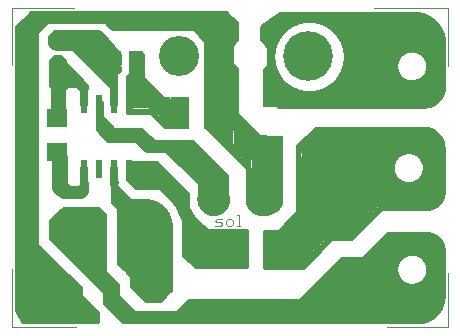
<source format=gbl>
G75*
%MOIN*%
%OFA0B0*%
%FSLAX25Y25*%
%IPPOS*%
%LPD*%
%AMOC8*
5,1,8,0,0,1.08239X$1,22.5*
%
%ADD10C,0.01600*%
%ADD11R,0.16457X0.08110*%
%ADD12R,0.06496X0.12323*%
%ADD13R,0.02362X0.03031*%
%ADD14R,0.08071X0.03976*%
%ADD15R,0.04488X0.01575*%
%ADD16R,0.09252X0.06693*%
%ADD17R,0.05315X0.03740*%
%ADD18R,0.02559X0.01378*%
%ADD19C,0.02362*%
%ADD20C,0.00394*%
%ADD21R,0.13780X0.02559*%
%ADD22R,0.07874X0.12008*%
%ADD23R,0.02362X0.03937*%
%ADD24R,0.01378X0.03346*%
%ADD25R,0.03543X0.03937*%
%ADD26R,0.08858X0.04134*%
%ADD27R,0.08465X0.01772*%
%ADD28R,0.02756X0.11614*%
%ADD29R,0.01181X0.00984*%
%ADD30R,0.03543X0.02953*%
%ADD31R,0.04528X0.01181*%
%ADD32R,0.05709X0.12402*%
%ADD33R,0.03346X0.02559*%
%ADD34R,0.09252X0.02953*%
%ADD35R,0.02559X0.04724*%
%ADD36R,0.18307X0.03150*%
%ADD37R,0.05315X0.11220*%
%ADD38R,0.03740X0.02756*%
%ADD39C,0.01000*%
%ADD40R,0.03346X0.01181*%
%ADD41R,0.03937X0.06102*%
%ADD42R,0.05906X0.02756*%
%ADD43R,0.05118X0.01378*%
%ADD44R,0.01575X0.03543*%
%ADD45R,0.03346X0.01772*%
%ADD46R,0.02165X0.01969*%
%ADD47R,0.18504X0.10236*%
%ADD48R,0.14961X0.09449*%
%ADD49R,0.02953X0.37205*%
%ADD50R,0.05118X0.32874*%
%ADD51R,0.01969X0.05709*%
%ADD52R,0.02165X0.04331*%
%ADD53R,0.00394X0.02559*%
%ADD54R,0.03346X0.06496*%
%ADD55R,0.04331X0.15748*%
%ADD56R,0.03150X0.00787*%
%ADD57R,0.01378X0.02559*%
%ADD58R,0.02362X0.01378*%
%ADD59R,0.03150X0.06496*%
%ADD60R,0.02953X0.02362*%
%ADD61R,0.01969X0.00984*%
%ADD62R,0.06299X0.12008*%
%ADD63R,0.10827X0.02165*%
%ADD64R,0.09449X0.00591*%
%ADD65R,0.01575X0.02165*%
%ADD66R,0.02362X0.02559*%
%ADD67R,0.01575X0.01969*%
%ADD68R,0.01969X0.02165*%
%ADD69R,0.05118X0.06693*%
%ADD70R,0.05709X0.02953*%
%ADD71R,0.06496X0.02953*%
%ADD72R,0.01772X0.01378*%
%ADD73R,0.07283X0.04134*%
%ADD74R,0.14370X0.07677*%
%ADD75R,0.03543X0.02559*%
%ADD76R,0.04331X0.02362*%
%ADD77R,0.01969X0.01772*%
%ADD78R,0.03346X0.01378*%
%ADD79R,0.03740X0.02165*%
%ADD80R,0.02165X0.01181*%
%ADD81R,0.11811X0.03937*%
%ADD82R,0.02756X0.05709*%
%ADD83R,0.28740X0.06693*%
%ADD84R,0.36220X0.03543*%
%ADD85R,0.31102X0.01181*%
%ADD86R,0.01969X0.00591*%
%ADD87R,0.56102X0.00197*%
%ADD88R,0.06299X0.36024*%
%ADD89R,0.01575X0.02362*%
%ADD90R,0.03543X0.06693*%
%ADD91R,0.03150X0.03543*%
%ADD92R,0.01575X0.01378*%
%ADD93R,0.01378X0.01378*%
%ADD94R,0.01772X0.02362*%
%ADD95R,0.13976X0.10236*%
%ADD96R,0.02559X0.04528*%
%ADD97R,0.11024X0.02165*%
%ADD98R,0.06693X0.02362*%
%ADD99R,0.01969X0.09646*%
%ADD100R,0.01575X0.02756*%
%ADD101R,0.02953X0.05709*%
%ADD102R,0.02559X0.03150*%
%ADD103R,0.02362X0.03346*%
%ADD104R,0.00591X0.01772*%
%ADD105R,0.01772X0.01575*%
%ADD106R,0.01969X0.01378*%
%ADD107R,0.00984X0.00984*%
%ADD108R,0.09055X0.13780*%
%ADD109R,0.08268X0.02756*%
%ADD110R,0.05709X0.03346*%
%ADD111R,0.01575X0.05709*%
%ADD112R,0.01378X0.01575*%
%ADD113R,0.03150X0.09646*%
%ADD114R,0.04134X0.06102*%
%ADD115R,0.02953X0.04528*%
%ADD116R,0.04528X0.02165*%
%ADD117R,0.03543X0.00787*%
%ADD118R,0.02559X0.01575*%
%ADD119R,0.01969X0.03740*%
%ADD120R,0.01969X0.01969*%
%ADD121R,0.13189X0.01772*%
%ADD122R,0.05315X0.01772*%
%ADD123R,0.00394X0.00787*%
%ADD124R,0.01772X0.01772*%
%ADD125R,0.08858X0.01378*%
%ADD126R,0.02756X0.05315*%
%ADD127R,0.07874X0.03150*%
%ADD128R,0.04134X0.01772*%
%ADD129R,0.02165X0.03937*%
%ADD130R,0.08465X0.07677*%
%ADD131R,0.03740X0.06693*%
%ADD132R,0.13583X0.03346*%
%ADD133R,0.05315X0.04331*%
%ADD134R,0.02559X0.04134*%
%ADD135R,0.12795X0.03543*%
%ADD136R,0.03937X0.02756*%
%ADD137R,0.04134X0.01969*%
%ADD138R,0.01772X0.02165*%
%ADD139R,0.02362X0.01772*%
%ADD140R,0.03346X0.02953*%
%ADD141R,0.03346X0.05315*%
%ADD142R,0.10039X0.01969*%
%ADD143R,0.03543X0.01969*%
%ADD144R,0.02953X0.01969*%
%ADD145R,0.02953X0.03346*%
%ADD146R,0.01969X0.07874*%
%ADD147R,0.02756X0.06102*%
%ADD148R,0.01969X0.03346*%
%ADD149R,0.06299X0.02165*%
%ADD150R,0.01181X0.01378*%
%ADD151R,0.00394X0.01969*%
%ADD152R,0.02165X0.00591*%
%ADD153R,0.00787X0.04134*%
%ADD154R,0.10039X0.27165*%
%ADD155R,0.02559X0.09252*%
%ADD156R,0.20472X0.03740*%
%ADD157R,0.21063X0.02362*%
%ADD158R,0.02362X0.01575*%
%ADD159R,0.02362X0.02953*%
%ADD160R,0.03937X0.01969*%
%ADD161R,0.02953X0.02165*%
%ADD162R,0.03543X0.01575*%
%ADD163R,0.01378X0.00787*%
%ADD164C,0.02400*%
%ADD165R,0.09921X0.17598*%
%ADD166R,0.10394X0.11929*%
%ADD167R,0.03071X0.11457*%
%ADD168R,0.02835X0.11457*%
%ADD169R,0.05315X0.03071*%
%ADD170R,0.03071X0.02480*%
%ADD171R,0.20551X0.04370*%
%ADD172R,0.07205X0.19843*%
%ADD173R,0.05315X0.02008*%
%ADD174R,0.00709X0.00709*%
%ADD175R,0.02362X0.04606*%
%ADD176R,0.01063X0.02244*%
%ADD177R,0.06142X0.02953*%
%ADD178R,0.06142X0.09449*%
%ADD179C,0.00300*%
%ADD180OC8,0.05906*%
%ADD181C,0.06299*%
%ADD182OC8,0.06300*%
%ADD183C,0.06300*%
%ADD184OC8,0.12400*%
%ADD185R,0.02362X0.05906*%
%ADD186R,0.07098X0.06299*%
%ADD187R,0.06299X0.07098*%
%ADD188R,0.05118X0.05906*%
%ADD189R,0.06693X0.07087*%
%ADD190R,0.06299X0.10630*%
%ADD191C,0.04000*%
%ADD192C,0.03937*%
%ADD193C,0.02756*%
%ADD194C,0.03504*%
%ADD195C,0.03150*%
%ADD196C,0.16535*%
%ADD197C,0.17323*%
%ADD198C,0.10630*%
%ADD199C,0.18898*%
%ADD200C,0.03543*%
%ADD201C,0.07087*%
%ADD202C,0.13386*%
D10*
X0127674Y0042516D02*
X0125371Y0046059D01*
X0125410Y0064327D01*
X0125390Y0064386D01*
X0125390Y0047240D01*
X0127477Y0043579D01*
X0150233Y0043185D01*
X0150981Y0043933D01*
X0150981Y0046059D01*
X0145115Y0051925D01*
X0145115Y0049839D01*
X0149446Y0045508D01*
X0149446Y0044602D01*
X0149642Y0044406D01*
X0128068Y0044406D01*
X0125627Y0046846D01*
X0125627Y0059051D01*
X0132241Y0052437D01*
X0133501Y0052831D02*
X0125823Y0060508D01*
X0125823Y0060902D01*
X0126020Y0061098D01*
X0125627Y0060154D02*
X0125627Y0059051D01*
X0132871Y0057752D02*
X0132871Y0057555D01*
X0134524Y0055902D01*
X0135154Y0055547D02*
X0144131Y0055547D01*
X0144918Y0054406D02*
X0134406Y0054406D01*
X0133853Y0054987D01*
X0126020Y0062819D01*
X0126020Y0138894D01*
X0129760Y0142634D01*
X0187241Y0142634D01*
X0192949Y0136925D01*
X0192753Y0137319D02*
X0192753Y0120390D01*
X0188619Y0116256D01*
X0198461Y0106413D01*
X0198461Y0100902D01*
X0199249Y0102083D02*
X0199642Y0102476D01*
X0199642Y0109760D01*
X0205745Y0103657D01*
X0205745Y0102673D01*
X0204957Y0103461D01*
X0200430Y0103461D01*
X0200430Y0107398D01*
X0203383Y0104445D01*
X0203776Y0104445D01*
X0202989Y0103461D02*
X0202989Y0103264D01*
X0202989Y0103461D02*
X0202005Y0104445D01*
X0202005Y0104642D01*
X0201217Y0104839D02*
X0201217Y0104248D01*
X0199249Y0102083D02*
X0207320Y0102083D01*
X0207516Y0101886D01*
X0207516Y0102870D01*
X0208304Y0103657D01*
X0206335Y0103657D01*
X0197674Y0112319D01*
X0196886Y0109169D02*
X0198264Y0107791D01*
X0198264Y0107004D01*
X0198461Y0107201D01*
X0198461Y0126492D01*
X0196690Y0128264D01*
X0196690Y0134366D01*
X0198658Y0136335D01*
X0198658Y0141650D01*
X0197280Y0143028D01*
X0196690Y0143028D01*
X0197477Y0142437D02*
X0194327Y0142437D01*
X0193146Y0143618D01*
X0194327Y0143618D01*
X0194721Y0144012D01*
X0194721Y0143815D01*
X0195509Y0143028D01*
X0194524Y0143972D02*
X0194526Y0144018D01*
X0194531Y0144064D01*
X0194540Y0144110D01*
X0194553Y0144155D01*
X0194569Y0144198D01*
X0194588Y0144240D01*
X0194611Y0144281D01*
X0194637Y0144319D01*
X0194666Y0144356D01*
X0194697Y0144390D01*
X0194731Y0144421D01*
X0194768Y0144450D01*
X0194806Y0144476D01*
X0194847Y0144499D01*
X0194889Y0144518D01*
X0194932Y0144534D01*
X0194977Y0144547D01*
X0195023Y0144556D01*
X0195069Y0144561D01*
X0195115Y0144563D01*
X0194918Y0144563D01*
X0194721Y0144799D02*
X0195154Y0144917D01*
X0198461Y0141846D01*
X0198264Y0137713D02*
X0193343Y0142634D01*
X0187241Y0142634D01*
X0185863Y0142988D02*
X0185075Y0142988D01*
X0189209Y0142240D02*
X0191572Y0139878D01*
X0192753Y0139878D01*
X0191375Y0141256D01*
X0191375Y0141846D01*
X0193146Y0143618D01*
X0193343Y0143815D01*
X0193343Y0144012D01*
X0192162Y0143972D02*
X0190784Y0142594D01*
X0131729Y0142594D01*
X0127201Y0138067D01*
X0125627Y0138067D01*
X0130548Y0142988D01*
X0130548Y0143776D01*
X0130351Y0143579D01*
X0129957Y0143579D01*
X0129898Y0142890D02*
X0129072Y0142890D01*
X0126316Y0140134D01*
X0126316Y0138244D01*
X0125351Y0137280D01*
X0125351Y0140626D01*
X0130135Y0144937D01*
X0130272Y0144996D02*
X0190902Y0144996D01*
X0195075Y0144996D01*
X0195045Y0144980D01*
X0195017Y0144961D01*
X0194991Y0144939D01*
X0194967Y0144915D01*
X0194946Y0144888D01*
X0194928Y0144859D01*
X0194913Y0144828D01*
X0194901Y0144796D01*
X0194893Y0144763D01*
X0194888Y0144729D01*
X0194887Y0144695D01*
X0194889Y0144661D01*
X0194895Y0144628D01*
X0194905Y0144595D01*
X0194918Y0144563D01*
X0194721Y0144799D02*
X0194524Y0144602D01*
X0194524Y0143972D02*
X0194524Y0143776D01*
X0192162Y0143972D02*
X0133501Y0143972D01*
X0132713Y0143185D01*
X0131847Y0143343D02*
X0131296Y0143343D01*
X0130902Y0142949D01*
X0131690Y0142555D02*
X0126650Y0137516D01*
X0126178Y0137122D01*
X0126886Y0137831D01*
X0126886Y0138303D01*
X0136650Y0135941D02*
X0145509Y0135941D01*
X0146886Y0134563D01*
X0147280Y0134563D01*
X0146886Y0134563D02*
X0144524Y0134563D01*
X0144327Y0134366D01*
X0144524Y0134169D02*
X0143540Y0134169D01*
X0157123Y0120587D01*
X0157713Y0120587D01*
X0155942Y0122358D01*
X0155942Y0123736D01*
X0148658Y0131020D01*
X0154760Y0131020D01*
X0154760Y0126492D01*
X0151217Y0130035D01*
X0153776Y0130035D01*
X0153579Y0129839D01*
X0153579Y0128854D01*
X0156532Y0130429D02*
X0156532Y0123343D01*
X0156729Y0123146D01*
X0155745Y0122358D02*
X0157123Y0120980D01*
X0157123Y0129839D01*
X0156532Y0130429D01*
X0155745Y0131610D02*
X0155745Y0122358D01*
X0148658Y0120783D02*
X0148658Y0120193D01*
X0148658Y0120783D02*
X0145115Y0124327D01*
X0139209Y0124327D01*
X0139012Y0124130D01*
X0138579Y0123972D02*
X0138579Y0124563D01*
X0138577Y0124591D01*
X0138572Y0124619D01*
X0138564Y0124647D01*
X0138552Y0124673D01*
X0138537Y0124697D01*
X0138520Y0124719D01*
X0138499Y0124740D01*
X0138477Y0124757D01*
X0138453Y0124772D01*
X0138427Y0124784D01*
X0138399Y0124792D01*
X0138371Y0124797D01*
X0138343Y0124799D01*
X0139406Y0124799D01*
X0139406Y0122791D02*
X0139494Y0122793D01*
X0139581Y0122799D01*
X0139668Y0122808D01*
X0139755Y0122822D01*
X0139841Y0122839D01*
X0139926Y0122859D01*
X0140010Y0122884D01*
X0140093Y0122912D01*
X0140174Y0122944D01*
X0140255Y0122979D01*
X0140333Y0123018D01*
X0140410Y0123060D01*
X0140485Y0123105D01*
X0140558Y0123154D01*
X0140628Y0123206D01*
X0140697Y0123261D01*
X0140763Y0123319D01*
X0140826Y0123379D01*
X0140886Y0123442D01*
X0140944Y0123508D01*
X0140999Y0123577D01*
X0141051Y0123647D01*
X0141100Y0123720D01*
X0141145Y0123795D01*
X0141187Y0123872D01*
X0141226Y0123950D01*
X0141261Y0124031D01*
X0141293Y0124112D01*
X0141321Y0124195D01*
X0141346Y0124279D01*
X0141366Y0124364D01*
X0141383Y0124450D01*
X0141397Y0124537D01*
X0141406Y0124624D01*
X0141412Y0124711D01*
X0141414Y0124799D01*
X0141414Y0125272D01*
X0141414Y0125390D01*
X0141414Y0126807D01*
X0141414Y0128106D01*
X0140351Y0127398D02*
X0140351Y0125862D01*
X0141060Y0125154D01*
X0141178Y0125154D02*
X0139760Y0125154D01*
X0139758Y0125117D01*
X0139752Y0125080D01*
X0139743Y0125045D01*
X0139729Y0125010D01*
X0139713Y0124977D01*
X0139692Y0124946D01*
X0139669Y0124917D01*
X0139643Y0124891D01*
X0139614Y0124868D01*
X0139583Y0124847D01*
X0139550Y0124831D01*
X0139515Y0124817D01*
X0139480Y0124808D01*
X0139443Y0124802D01*
X0139406Y0124800D01*
X0138934Y0122791D02*
X0138849Y0122793D01*
X0138765Y0122799D01*
X0138680Y0122808D01*
X0138597Y0122821D01*
X0138513Y0122838D01*
X0138431Y0122859D01*
X0138350Y0122884D01*
X0138270Y0122912D01*
X0138191Y0122943D01*
X0138114Y0122978D01*
X0138038Y0123017D01*
X0137965Y0123059D01*
X0137893Y0123104D01*
X0137823Y0123152D01*
X0137756Y0123203D01*
X0137690Y0123258D01*
X0137628Y0123315D01*
X0137568Y0123375D01*
X0137511Y0123437D01*
X0137456Y0123503D01*
X0137405Y0123570D01*
X0137357Y0123640D01*
X0137312Y0123712D01*
X0137270Y0123785D01*
X0137231Y0123861D01*
X0137196Y0123938D01*
X0137165Y0124017D01*
X0137137Y0124097D01*
X0137112Y0124178D01*
X0137091Y0124260D01*
X0137074Y0124344D01*
X0137061Y0124427D01*
X0137052Y0124512D01*
X0137046Y0124596D01*
X0137044Y0124681D01*
X0137044Y0127634D01*
X0136808Y0128815D02*
X0136808Y0121138D01*
X0137753Y0120193D01*
X0140390Y0121177D02*
X0146099Y0121177D01*
X0145784Y0123736D02*
X0144012Y0123736D01*
X0140351Y0127398D01*
X0140351Y0129169D02*
X0145784Y0123736D01*
X0141414Y0125390D02*
X0141412Y0125362D01*
X0141407Y0125334D01*
X0141399Y0125306D01*
X0141387Y0125280D01*
X0141372Y0125256D01*
X0141355Y0125234D01*
X0141334Y0125213D01*
X0141312Y0125196D01*
X0141288Y0125181D01*
X0141262Y0125169D01*
X0141234Y0125161D01*
X0141206Y0125156D01*
X0141178Y0125154D01*
X0141414Y0125272D02*
X0141412Y0125175D01*
X0141406Y0125077D01*
X0141397Y0124981D01*
X0141383Y0124884D01*
X0141366Y0124788D01*
X0141345Y0124693D01*
X0141321Y0124599D01*
X0141293Y0124506D01*
X0141261Y0124414D01*
X0141225Y0124323D01*
X0141186Y0124234D01*
X0141144Y0124146D01*
X0141098Y0124060D01*
X0141049Y0123976D01*
X0140996Y0123894D01*
X0140940Y0123814D01*
X0140882Y0123737D01*
X0140820Y0123661D01*
X0140755Y0123589D01*
X0140688Y0123518D01*
X0140617Y0123451D01*
X0140545Y0123386D01*
X0140469Y0123324D01*
X0140392Y0123266D01*
X0140312Y0123210D01*
X0140230Y0123157D01*
X0140146Y0123108D01*
X0140060Y0123062D01*
X0139972Y0123020D01*
X0139883Y0122981D01*
X0139792Y0122945D01*
X0139700Y0122913D01*
X0139607Y0122885D01*
X0139513Y0122861D01*
X0139418Y0122840D01*
X0139322Y0122823D01*
X0139225Y0122809D01*
X0139129Y0122800D01*
X0139031Y0122794D01*
X0138934Y0122792D01*
X0138579Y0123972D02*
X0138683Y0123974D01*
X0138786Y0123980D01*
X0138889Y0123989D01*
X0138992Y0124002D01*
X0139094Y0124019D01*
X0139195Y0124040D01*
X0139296Y0124064D01*
X0139396Y0124092D01*
X0139494Y0124124D01*
X0139592Y0124159D01*
X0139688Y0124198D01*
X0139782Y0124240D01*
X0139875Y0124286D01*
X0139966Y0124335D01*
X0140056Y0124387D01*
X0140143Y0124443D01*
X0140229Y0124501D01*
X0140312Y0124563D01*
X0140392Y0124628D01*
X0140471Y0124696D01*
X0140547Y0124766D01*
X0140620Y0124839D01*
X0140690Y0124915D01*
X0140758Y0124994D01*
X0140823Y0125074D01*
X0140885Y0125157D01*
X0140943Y0125243D01*
X0140999Y0125330D01*
X0141051Y0125420D01*
X0141100Y0125511D01*
X0141146Y0125604D01*
X0141188Y0125698D01*
X0141227Y0125794D01*
X0141262Y0125892D01*
X0141294Y0125990D01*
X0141322Y0126090D01*
X0141346Y0126191D01*
X0141367Y0126292D01*
X0141384Y0126394D01*
X0141397Y0126497D01*
X0141406Y0126600D01*
X0141412Y0126703D01*
X0141414Y0126807D01*
X0140351Y0129169D02*
X0138816Y0129169D01*
X0138816Y0133776D02*
X0140115Y0133776D01*
X0141060Y0133776D01*
X0143737Y0134957D02*
X0144524Y0134169D01*
X0146493Y0132201D01*
X0147674Y0133382D01*
X0147674Y0133972D01*
X0147816Y0134815D02*
X0144879Y0138146D01*
X0146572Y0138146D01*
X0150666Y0134051D01*
X0150233Y0135744D02*
X0149839Y0136138D01*
X0150233Y0135744D02*
X0151611Y0135744D01*
X0150430Y0136925D01*
X0149052Y0136925D01*
X0151611Y0136925D02*
X0153776Y0134760D01*
X0151808Y0132594D02*
X0151414Y0132201D01*
X0146493Y0132201D01*
X0146690Y0133382D02*
X0143989Y0136083D01*
X0139091Y0136083D01*
X0140115Y0133776D02*
X0140212Y0133778D01*
X0140310Y0133784D01*
X0140406Y0133793D01*
X0140503Y0133807D01*
X0140599Y0133824D01*
X0140694Y0133845D01*
X0140788Y0133869D01*
X0140881Y0133897D01*
X0140973Y0133929D01*
X0141064Y0133965D01*
X0141153Y0134004D01*
X0141241Y0134046D01*
X0141327Y0134092D01*
X0141411Y0134141D01*
X0141493Y0134194D01*
X0141573Y0134250D01*
X0141650Y0134308D01*
X0141726Y0134370D01*
X0141798Y0134435D01*
X0141869Y0134502D01*
X0141936Y0134573D01*
X0142001Y0134645D01*
X0142063Y0134721D01*
X0142121Y0134798D01*
X0142177Y0134878D01*
X0142230Y0134960D01*
X0142279Y0135044D01*
X0142325Y0135130D01*
X0142367Y0135218D01*
X0142406Y0135307D01*
X0142442Y0135398D01*
X0142474Y0135490D01*
X0142502Y0135583D01*
X0142526Y0135677D01*
X0142547Y0135772D01*
X0142564Y0135868D01*
X0142578Y0135965D01*
X0142587Y0136061D01*
X0142593Y0136159D01*
X0142595Y0136256D01*
X0142595Y0137083D01*
X0142593Y0137120D01*
X0142587Y0137157D01*
X0142578Y0137192D01*
X0142564Y0137227D01*
X0142548Y0137260D01*
X0142527Y0137291D01*
X0142504Y0137320D01*
X0142478Y0137346D01*
X0142449Y0137369D01*
X0142418Y0137390D01*
X0142385Y0137406D01*
X0142350Y0137420D01*
X0142315Y0137429D01*
X0142278Y0137435D01*
X0142241Y0137437D01*
X0141414Y0138382D02*
X0138816Y0138382D01*
X0138816Y0138146D01*
X0138422Y0137437D02*
X0137753Y0138106D01*
X0141060Y0133776D02*
X0141157Y0133778D01*
X0141255Y0133784D01*
X0141351Y0133793D01*
X0141448Y0133807D01*
X0141544Y0133824D01*
X0141639Y0133845D01*
X0141733Y0133869D01*
X0141826Y0133897D01*
X0141918Y0133929D01*
X0142009Y0133965D01*
X0142098Y0134004D01*
X0142186Y0134046D01*
X0142272Y0134092D01*
X0142356Y0134141D01*
X0142438Y0134194D01*
X0142518Y0134250D01*
X0142595Y0134308D01*
X0142671Y0134370D01*
X0142743Y0134435D01*
X0142814Y0134502D01*
X0142881Y0134573D01*
X0142946Y0134645D01*
X0143008Y0134721D01*
X0143066Y0134798D01*
X0143122Y0134878D01*
X0143175Y0134960D01*
X0143224Y0135044D01*
X0143270Y0135130D01*
X0143312Y0135218D01*
X0143351Y0135307D01*
X0143387Y0135398D01*
X0143419Y0135490D01*
X0143447Y0135583D01*
X0143471Y0135677D01*
X0143492Y0135772D01*
X0143509Y0135868D01*
X0143523Y0135965D01*
X0143532Y0136061D01*
X0143538Y0136159D01*
X0143540Y0136256D01*
X0144131Y0136728D02*
X0145115Y0136728D01*
X0146493Y0138106D01*
X0152595Y0138106D01*
X0146690Y0133382D02*
X0157831Y0129484D01*
X0163619Y0131413D02*
X0163619Y0124327D01*
X0164209Y0123736D01*
X0165981Y0124720D02*
X0175823Y0114878D01*
X0176611Y0114878D01*
X0176926Y0114799D02*
X0163009Y0114799D01*
X0163107Y0114898D01*
X0162792Y0114996D02*
X0162556Y0114760D01*
X0162556Y0112280D01*
X0170233Y0112280D01*
X0169918Y0112319D02*
X0174249Y0107988D01*
X0179170Y0107988D01*
X0178264Y0107437D02*
X0178264Y0109327D01*
X0178264Y0107437D02*
X0174839Y0107437D01*
X0173540Y0108736D01*
X0169721Y0112319D02*
X0163225Y0112319D01*
X0163028Y0112516D01*
X0163028Y0120980D01*
X0163422Y0121374D01*
X0169918Y0114878D01*
X0175823Y0114878D01*
X0176926Y0114799D02*
X0179800Y0111925D01*
X0188540Y0109445D02*
X0188540Y0107437D01*
X0191257Y0104720D01*
X0191257Y0106020D01*
X0189839Y0107437D01*
X0189012Y0109327D02*
X0188540Y0109445D01*
X0190784Y0111886D02*
X0190784Y0105232D01*
X0195154Y0100862D01*
X0200233Y0095783D01*
X0202989Y0093028D01*
X0202989Y0082398D01*
X0203776Y0081610D01*
X0203776Y0080823D01*
X0205154Y0079445D01*
X0210272Y0079445D01*
X0213225Y0082398D01*
X0213225Y0083185D01*
X0213028Y0083382D01*
X0213225Y0083185D02*
X0213225Y0087319D01*
X0211650Y0085744D01*
X0211453Y0085744D01*
X0213225Y0087516D01*
X0213225Y0097949D01*
X0210666Y0099917D02*
X0210666Y0088500D01*
X0209091Y0086925D01*
X0213225Y0083185D02*
X0213190Y0083035D01*
X0213150Y0082886D01*
X0213107Y0082739D01*
X0213060Y0082592D01*
X0213009Y0082446D01*
X0212954Y0082302D01*
X0212896Y0082159D01*
X0212834Y0082018D01*
X0212769Y0081879D01*
X0212700Y0081741D01*
X0212628Y0081605D01*
X0212552Y0081470D01*
X0212473Y0081338D01*
X0212390Y0081208D01*
X0212305Y0081080D01*
X0212216Y0080954D01*
X0212123Y0080831D01*
X0212028Y0080710D01*
X0211930Y0080591D01*
X0211828Y0080475D01*
X0211724Y0080361D01*
X0211617Y0080251D01*
X0211507Y0080143D01*
X0211394Y0080038D01*
X0211279Y0079935D01*
X0211161Y0079836D01*
X0211041Y0079740D01*
X0210918Y0079646D01*
X0210793Y0079556D01*
X0210666Y0079470D01*
X0210536Y0079386D01*
X0210405Y0079306D01*
X0210271Y0079229D01*
X0210135Y0079156D01*
X0209998Y0079086D01*
X0209859Y0079019D01*
X0209718Y0078956D01*
X0209576Y0078897D01*
X0209432Y0078842D01*
X0209287Y0078790D01*
X0209141Y0078741D01*
X0208993Y0078697D01*
X0208845Y0078656D01*
X0208695Y0078619D01*
X0208544Y0078586D01*
X0208393Y0078557D01*
X0208241Y0078531D01*
X0208089Y0078510D01*
X0207935Y0078492D01*
X0207782Y0078479D01*
X0207628Y0078469D01*
X0207474Y0078463D01*
X0207320Y0078461D01*
X0208304Y0079051D02*
X0209091Y0079051D01*
X0211453Y0080035D02*
X0211453Y0081020D01*
X0211454Y0081020D02*
X0211452Y0081059D01*
X0211446Y0081097D01*
X0211437Y0081134D01*
X0211424Y0081171D01*
X0211407Y0081206D01*
X0211388Y0081239D01*
X0211365Y0081270D01*
X0211339Y0081299D01*
X0211310Y0081325D01*
X0211279Y0081348D01*
X0211246Y0081367D01*
X0211211Y0081384D01*
X0211174Y0081397D01*
X0211137Y0081406D01*
X0211099Y0081412D01*
X0211060Y0081414D01*
X0213028Y0082004D02*
X0213028Y0082594D01*
X0213225Y0083185D02*
X0213223Y0083058D01*
X0213217Y0082931D01*
X0213207Y0082804D01*
X0213194Y0082677D01*
X0213176Y0082551D01*
X0213155Y0082425D01*
X0213129Y0082301D01*
X0213100Y0082177D01*
X0213067Y0082054D01*
X0213030Y0081932D01*
X0212990Y0081811D01*
X0212946Y0081692D01*
X0212898Y0081574D01*
X0212847Y0081457D01*
X0212792Y0081342D01*
X0212733Y0081229D01*
X0212671Y0081118D01*
X0212606Y0081009D01*
X0212537Y0080902D01*
X0212465Y0080796D01*
X0212390Y0080694D01*
X0212312Y0080593D01*
X0212230Y0080495D01*
X0212146Y0080400D01*
X0212059Y0080307D01*
X0211969Y0080217D01*
X0211876Y0080130D01*
X0211781Y0080046D01*
X0211683Y0079964D01*
X0211582Y0079886D01*
X0211480Y0079811D01*
X0211374Y0079739D01*
X0211267Y0079670D01*
X0211158Y0079605D01*
X0211047Y0079543D01*
X0210934Y0079484D01*
X0210819Y0079429D01*
X0210702Y0079378D01*
X0210584Y0079330D01*
X0210465Y0079286D01*
X0210344Y0079246D01*
X0210222Y0079209D01*
X0210099Y0079176D01*
X0209975Y0079147D01*
X0209851Y0079121D01*
X0209725Y0079100D01*
X0209599Y0079082D01*
X0209472Y0079069D01*
X0209345Y0079059D01*
X0209218Y0079053D01*
X0209091Y0079051D01*
X0202937Y0083185D02*
X0202939Y0083320D01*
X0202945Y0083455D01*
X0202955Y0083590D01*
X0202969Y0083724D01*
X0202987Y0083858D01*
X0203009Y0083991D01*
X0203034Y0084124D01*
X0203064Y0084256D01*
X0203097Y0084386D01*
X0203135Y0084516D01*
X0203176Y0084645D01*
X0203221Y0084772D01*
X0203270Y0084898D01*
X0203322Y0085023D01*
X0203378Y0085146D01*
X0203438Y0085267D01*
X0203501Y0085386D01*
X0203567Y0085504D01*
X0203638Y0085619D01*
X0203711Y0085732D01*
X0203788Y0085844D01*
X0203868Y0085952D01*
X0203951Y0086059D01*
X0204037Y0086163D01*
X0204127Y0086264D01*
X0204219Y0086363D01*
X0204314Y0086458D01*
X0204412Y0086551D01*
X0204513Y0086642D01*
X0204616Y0086729D01*
X0204722Y0086813D01*
X0204830Y0086893D01*
X0204941Y0086971D01*
X0205053Y0087045D01*
X0205168Y0087116D01*
X0205285Y0087184D01*
X0205404Y0087248D01*
X0205525Y0087308D01*
X0205647Y0087365D01*
X0205771Y0087419D01*
X0205897Y0087468D01*
X0206024Y0087514D01*
X0206152Y0087556D01*
X0206282Y0087595D01*
X0206413Y0087629D01*
X0206544Y0087660D01*
X0206677Y0087686D01*
X0206810Y0087709D01*
X0206943Y0087728D01*
X0207078Y0087743D01*
X0207212Y0087754D01*
X0207347Y0087761D01*
X0207482Y0087764D01*
X0207617Y0087763D01*
X0207752Y0087758D01*
X0207887Y0087749D01*
X0208021Y0087736D01*
X0208156Y0087719D01*
X0208289Y0087698D01*
X0208422Y0087674D01*
X0208554Y0087645D01*
X0208685Y0087612D01*
X0208815Y0087576D01*
X0208944Y0087536D01*
X0209072Y0087492D01*
X0209198Y0087444D01*
X0209323Y0087392D01*
X0209446Y0087337D01*
X0209568Y0087279D01*
X0209688Y0087216D01*
X0209805Y0087151D01*
X0209921Y0087081D01*
X0210035Y0087009D01*
X0210147Y0086933D01*
X0210256Y0086853D01*
X0210363Y0086771D01*
X0210468Y0086685D01*
X0210570Y0086597D01*
X0210669Y0086505D01*
X0210766Y0086411D01*
X0210859Y0086314D01*
X0210950Y0086214D01*
X0211038Y0086111D01*
X0211123Y0086006D01*
X0211205Y0085898D01*
X0211283Y0085788D01*
X0211358Y0085676D01*
X0211430Y0085562D01*
X0211498Y0085445D01*
X0211563Y0085327D01*
X0211625Y0085206D01*
X0211682Y0085084D01*
X0211737Y0084961D01*
X0211787Y0084835D01*
X0211834Y0084709D01*
X0211877Y0084581D01*
X0211916Y0084451D01*
X0211952Y0084321D01*
X0211983Y0084190D01*
X0212011Y0084058D01*
X0212035Y0083925D01*
X0212055Y0083791D01*
X0212071Y0083657D01*
X0212083Y0083522D01*
X0212091Y0083388D01*
X0212095Y0083253D01*
X0212095Y0083117D01*
X0212091Y0082982D01*
X0212083Y0082848D01*
X0212071Y0082713D01*
X0212055Y0082579D01*
X0212035Y0082445D01*
X0212011Y0082312D01*
X0211983Y0082180D01*
X0211952Y0082049D01*
X0211916Y0081919D01*
X0211877Y0081789D01*
X0211834Y0081661D01*
X0211787Y0081535D01*
X0211737Y0081409D01*
X0211682Y0081286D01*
X0211625Y0081164D01*
X0211563Y0081043D01*
X0211498Y0080925D01*
X0211430Y0080808D01*
X0211358Y0080694D01*
X0211283Y0080582D01*
X0211205Y0080472D01*
X0211123Y0080364D01*
X0211038Y0080259D01*
X0210950Y0080156D01*
X0210859Y0080056D01*
X0210766Y0079959D01*
X0210669Y0079865D01*
X0210570Y0079773D01*
X0210468Y0079685D01*
X0210363Y0079599D01*
X0210256Y0079517D01*
X0210147Y0079437D01*
X0210035Y0079361D01*
X0209921Y0079289D01*
X0209806Y0079219D01*
X0209688Y0079154D01*
X0209568Y0079091D01*
X0209446Y0079033D01*
X0209323Y0078978D01*
X0209198Y0078926D01*
X0209072Y0078878D01*
X0208944Y0078834D01*
X0208815Y0078794D01*
X0208685Y0078758D01*
X0208554Y0078725D01*
X0208422Y0078696D01*
X0208289Y0078672D01*
X0208156Y0078651D01*
X0208021Y0078634D01*
X0207887Y0078621D01*
X0207752Y0078612D01*
X0207617Y0078607D01*
X0207482Y0078606D01*
X0207347Y0078609D01*
X0207212Y0078616D01*
X0207078Y0078627D01*
X0206943Y0078642D01*
X0206810Y0078661D01*
X0206677Y0078684D01*
X0206544Y0078710D01*
X0206413Y0078741D01*
X0206282Y0078775D01*
X0206152Y0078814D01*
X0206024Y0078856D01*
X0205897Y0078902D01*
X0205771Y0078951D01*
X0205647Y0079005D01*
X0205525Y0079062D01*
X0205404Y0079122D01*
X0205285Y0079186D01*
X0205168Y0079254D01*
X0205053Y0079325D01*
X0204941Y0079399D01*
X0204830Y0079477D01*
X0204722Y0079557D01*
X0204616Y0079641D01*
X0204513Y0079728D01*
X0204412Y0079819D01*
X0204314Y0079912D01*
X0204219Y0080007D01*
X0204127Y0080106D01*
X0204037Y0080207D01*
X0203951Y0080311D01*
X0203868Y0080418D01*
X0203788Y0080526D01*
X0203711Y0080638D01*
X0203638Y0080751D01*
X0203567Y0080866D01*
X0203501Y0080984D01*
X0203438Y0081103D01*
X0203378Y0081224D01*
X0203322Y0081347D01*
X0203270Y0081472D01*
X0203221Y0081598D01*
X0203176Y0081725D01*
X0203135Y0081854D01*
X0203097Y0081984D01*
X0203064Y0082114D01*
X0203034Y0082246D01*
X0203009Y0082379D01*
X0202987Y0082512D01*
X0202969Y0082646D01*
X0202955Y0082780D01*
X0202945Y0082915D01*
X0202939Y0083050D01*
X0202937Y0083185D01*
X0202398Y0083382D02*
X0202398Y0084957D01*
X0203383Y0086138D01*
X0203776Y0085941D02*
X0202398Y0085154D01*
X0202398Y0094406D01*
X0200430Y0095783D01*
X0200233Y0095783D01*
X0195312Y0090665D02*
X0184485Y0101492D01*
X0183894Y0102083D01*
X0177005Y0102083D01*
X0176808Y0102083D01*
X0176217Y0101492D01*
X0173264Y0101492D01*
X0186453Y0088500D01*
X0186453Y0082398D01*
X0181926Y0080823D02*
X0183698Y0077280D01*
X0181532Y0076689D02*
X0181335Y0075311D01*
X0181335Y0069209D01*
X0182320Y0068224D01*
X0182320Y0064681D01*
X0185075Y0061925D01*
X0200823Y0061925D01*
X0201217Y0062319D01*
X0201217Y0063894D01*
X0185272Y0063894D01*
X0183501Y0065665D01*
X0183304Y0065665D01*
X0185666Y0063303D01*
X0200233Y0063303D01*
X0202005Y0060744D02*
X0185075Y0060744D01*
X0181335Y0064484D01*
X0181335Y0069209D01*
X0181532Y0069012D02*
X0185469Y0065075D01*
X0185666Y0065075D01*
X0183107Y0067634D01*
X0182910Y0067831D01*
X0182910Y0071177D01*
X0183107Y0071374D01*
X0183107Y0069602D01*
X0186453Y0066256D01*
X0185666Y0065075D02*
X0189012Y0065075D01*
X0182910Y0071177D01*
X0182910Y0075114D01*
X0181335Y0076689D01*
X0181532Y0076689D02*
X0181532Y0069012D01*
X0182910Y0068028D02*
X0183107Y0067831D01*
X0183107Y0067634D01*
X0184091Y0071965D02*
X0189800Y0066256D01*
X0196099Y0066256D01*
X0196493Y0066650D01*
X0196493Y0069406D01*
X0195902Y0069996D01*
X0194918Y0069799D02*
X0194721Y0069996D01*
X0192359Y0069996D01*
X0192753Y0069602D01*
X0192359Y0069996D02*
X0191768Y0069996D01*
X0190587Y0070783D02*
X0196690Y0070783D01*
X0197083Y0070390D01*
X0199398Y0068028D02*
X0199516Y0067909D01*
X0201886Y0066217D02*
X0202005Y0066217D01*
X0202005Y0072358D01*
X0188540Y0072358D01*
X0188540Y0071650D01*
X0201060Y0071650D01*
X0208264Y0072240D02*
X0208264Y0063972D01*
X0208264Y0060429D01*
X0220548Y0060429D01*
X0220705Y0060547D02*
X0217162Y0060547D01*
X0217753Y0061138D01*
X0217162Y0061335D02*
X0217162Y0064484D01*
X0217359Y0064484D01*
X0217359Y0066453D01*
X0221493Y0066453D01*
X0221493Y0067240D01*
X0218146Y0067240D01*
X0218146Y0065272D01*
X0216965Y0065272D01*
X0216965Y0064484D01*
X0214997Y0062909D02*
X0214997Y0061335D01*
X0215390Y0061335D01*
X0217162Y0061335D01*
X0215390Y0061335D02*
X0215390Y0072752D01*
X0214209Y0072752D01*
X0214209Y0061531D01*
X0210666Y0061531D01*
X0210666Y0064287D01*
X0213225Y0064287D01*
X0213225Y0062319D01*
X0212438Y0062319D01*
X0212438Y0062713D01*
X0211650Y0062713D01*
X0211650Y0063697D01*
X0211847Y0063697D01*
X0211847Y0064484D01*
X0212635Y0064484D01*
X0212635Y0066453D01*
X0209288Y0066453D01*
X0209288Y0065075D01*
X0210469Y0065075D01*
X0210469Y0062909D01*
X0214997Y0062909D01*
X0214997Y0061335D02*
X0209485Y0061335D01*
X0209485Y0063894D01*
X0208737Y0063972D02*
X0208264Y0063972D01*
X0208737Y0063972D02*
X0208737Y0064681D01*
X0209091Y0063106D02*
X0208304Y0063106D01*
X0208304Y0067634D01*
X0211257Y0070587D02*
X0219327Y0078657D01*
X0219327Y0098736D01*
X0226217Y0105626D01*
X0259485Y0105626D01*
X0258501Y0106610D01*
X0259879Y0106610D01*
X0260666Y0106610D01*
X0259485Y0105626D02*
X0260272Y0104839D01*
X0263619Y0101492D01*
X0263619Y0093421D01*
X0264406Y0093578D02*
X0264445Y0093580D01*
X0264483Y0093586D01*
X0264520Y0093595D01*
X0264557Y0093608D01*
X0264592Y0093625D01*
X0264625Y0093644D01*
X0264656Y0093667D01*
X0264685Y0093693D01*
X0264711Y0093722D01*
X0264734Y0093753D01*
X0264753Y0093786D01*
X0264770Y0093821D01*
X0264783Y0093858D01*
X0264792Y0093895D01*
X0264798Y0093933D01*
X0264800Y0093972D01*
X0264800Y0089839D01*
X0264800Y0089642D01*
X0265194Y0089878D02*
X0265194Y0088500D01*
X0265784Y0088894D02*
X0265784Y0099720D01*
X0265784Y0099327D02*
X0265784Y0099130D01*
X0266178Y0100311D02*
X0265390Y0100311D01*
X0265784Y0099720D02*
X0265782Y0099792D01*
X0265776Y0099864D01*
X0265767Y0099936D01*
X0265754Y0100007D01*
X0265737Y0100077D01*
X0265717Y0100146D01*
X0265692Y0100214D01*
X0265665Y0100280D01*
X0265634Y0100346D01*
X0265599Y0100409D01*
X0265562Y0100471D01*
X0265521Y0100530D01*
X0265477Y0100587D01*
X0265430Y0100642D01*
X0265380Y0100694D01*
X0265328Y0100744D01*
X0265273Y0100791D01*
X0265216Y0100835D01*
X0265157Y0100876D01*
X0265095Y0100913D01*
X0265032Y0100948D01*
X0264966Y0100979D01*
X0264900Y0101006D01*
X0264832Y0101031D01*
X0264763Y0101051D01*
X0264693Y0101068D01*
X0264622Y0101081D01*
X0264550Y0101090D01*
X0264478Y0101096D01*
X0264406Y0101098D01*
X0264800Y0101689D02*
X0264800Y0096768D01*
X0264800Y0096335D02*
X0264800Y0097319D01*
X0264799Y0096768D02*
X0264797Y0096714D01*
X0264792Y0096661D01*
X0264783Y0096608D01*
X0264770Y0096556D01*
X0264754Y0096504D01*
X0264734Y0096454D01*
X0264711Y0096406D01*
X0264684Y0096359D01*
X0264655Y0096314D01*
X0264622Y0096271D01*
X0264587Y0096231D01*
X0264549Y0096193D01*
X0264509Y0096158D01*
X0264466Y0096125D01*
X0264421Y0096096D01*
X0264374Y0096069D01*
X0264326Y0096046D01*
X0264276Y0096026D01*
X0264224Y0096010D01*
X0264172Y0095997D01*
X0264119Y0095988D01*
X0264066Y0095983D01*
X0264012Y0095981D01*
X0264012Y0095980D02*
X0264012Y0081807D01*
X0264013Y0081807D02*
X0264011Y0081768D01*
X0264005Y0081730D01*
X0263996Y0081693D01*
X0263983Y0081656D01*
X0263966Y0081621D01*
X0263947Y0081588D01*
X0263924Y0081557D01*
X0263898Y0081528D01*
X0263869Y0081502D01*
X0263838Y0081479D01*
X0263805Y0081460D01*
X0263770Y0081443D01*
X0263733Y0081430D01*
X0263696Y0081421D01*
X0263658Y0081415D01*
X0263619Y0081413D01*
X0263619Y0082201D01*
X0263619Y0082791D01*
X0263816Y0082398D02*
X0264800Y0082398D01*
X0264800Y0082397D02*
X0264846Y0082399D01*
X0264892Y0082404D01*
X0264938Y0082413D01*
X0264983Y0082426D01*
X0265026Y0082442D01*
X0265068Y0082461D01*
X0265109Y0082484D01*
X0265147Y0082510D01*
X0265184Y0082539D01*
X0265218Y0082570D01*
X0265249Y0082604D01*
X0265278Y0082641D01*
X0265304Y0082679D01*
X0265327Y0082720D01*
X0265346Y0082762D01*
X0265362Y0082805D01*
X0265375Y0082850D01*
X0265384Y0082896D01*
X0265389Y0082942D01*
X0265391Y0082988D01*
X0265390Y0082989D02*
X0265444Y0082991D01*
X0265497Y0082996D01*
X0265550Y0083005D01*
X0265602Y0083018D01*
X0265654Y0083034D01*
X0265704Y0083054D01*
X0265752Y0083077D01*
X0265799Y0083104D01*
X0265844Y0083133D01*
X0265887Y0083166D01*
X0265927Y0083201D01*
X0265965Y0083239D01*
X0266000Y0083279D01*
X0266033Y0083322D01*
X0266062Y0083367D01*
X0266089Y0083414D01*
X0266112Y0083462D01*
X0266132Y0083512D01*
X0266148Y0083564D01*
X0266161Y0083616D01*
X0266170Y0083669D01*
X0266175Y0083722D01*
X0266177Y0083776D01*
X0266178Y0083776D02*
X0266178Y0083972D01*
X0266217Y0083974D01*
X0266255Y0083980D01*
X0266292Y0083989D01*
X0266329Y0084002D01*
X0266364Y0084019D01*
X0266397Y0084038D01*
X0266428Y0084061D01*
X0266457Y0084087D01*
X0266483Y0084116D01*
X0266506Y0084147D01*
X0266525Y0084180D01*
X0266542Y0084215D01*
X0266555Y0084252D01*
X0266564Y0084289D01*
X0266570Y0084327D01*
X0266572Y0084366D01*
X0266572Y0085744D01*
X0267359Y0085547D02*
X0267359Y0099917D01*
X0266572Y0097949D02*
X0266572Y0087909D01*
X0265981Y0087713D02*
X0265981Y0087516D01*
X0258698Y0080232D01*
X0258895Y0080232D02*
X0258893Y0080258D01*
X0258888Y0080283D01*
X0258880Y0080307D01*
X0258869Y0080331D01*
X0258854Y0080352D01*
X0258837Y0080371D01*
X0258818Y0080388D01*
X0258797Y0080403D01*
X0258773Y0080414D01*
X0258749Y0080422D01*
X0258724Y0080427D01*
X0258698Y0080429D01*
X0256926Y0080429D01*
X0258501Y0080232D02*
X0246886Y0080232D01*
X0236847Y0070193D01*
X0236650Y0070193D02*
X0229760Y0070193D01*
X0220902Y0061335D01*
X0220312Y0061728D02*
X0220194Y0061728D01*
X0220115Y0060547D02*
X0221886Y0062319D01*
X0221886Y0062909D01*
X0220705Y0060547D02*
X0231335Y0071177D01*
X0229760Y0070193D02*
X0228973Y0070193D01*
X0229760Y0073146D02*
X0239603Y0073146D01*
X0236650Y0070193D01*
X0239603Y0073146D02*
X0240981Y0074524D01*
X0240784Y0074524D01*
X0240981Y0074524D02*
X0248461Y0082004D01*
X0248461Y0082594D01*
X0248068Y0084327D02*
X0259288Y0084327D01*
X0259288Y0084720D02*
X0253973Y0084720D01*
X0252792Y0085902D01*
X0252201Y0085902D01*
X0252989Y0086098D02*
X0257320Y0087083D01*
X0257713Y0086689D02*
X0248264Y0086689D01*
X0246296Y0086689D01*
X0246242Y0086687D01*
X0246189Y0086682D01*
X0246136Y0086673D01*
X0246084Y0086660D01*
X0246032Y0086644D01*
X0245982Y0086624D01*
X0245934Y0086601D01*
X0245887Y0086574D01*
X0245842Y0086545D01*
X0245799Y0086512D01*
X0245759Y0086477D01*
X0245721Y0086439D01*
X0245686Y0086399D01*
X0245653Y0086356D01*
X0245624Y0086311D01*
X0245597Y0086264D01*
X0245574Y0086216D01*
X0245554Y0086166D01*
X0245538Y0086114D01*
X0245525Y0086062D01*
X0245516Y0086009D01*
X0245511Y0085956D01*
X0245509Y0085902D01*
X0245509Y0100272D01*
X0245511Y0100326D01*
X0245516Y0100379D01*
X0245525Y0100432D01*
X0245538Y0100484D01*
X0245554Y0100536D01*
X0245574Y0100586D01*
X0245597Y0100634D01*
X0245624Y0100681D01*
X0245653Y0100726D01*
X0245686Y0100769D01*
X0245721Y0100809D01*
X0245759Y0100847D01*
X0245799Y0100882D01*
X0245842Y0100915D01*
X0245887Y0100944D01*
X0245934Y0100971D01*
X0245982Y0100994D01*
X0246032Y0101014D01*
X0246084Y0101030D01*
X0246136Y0101043D01*
X0246189Y0101052D01*
X0246242Y0101057D01*
X0246296Y0101059D01*
X0246296Y0100862D01*
X0246294Y0100776D01*
X0246289Y0100690D01*
X0246279Y0100605D01*
X0246266Y0100520D01*
X0246249Y0100436D01*
X0246229Y0100352D01*
X0246205Y0100270D01*
X0246177Y0100189D01*
X0246146Y0100108D01*
X0246112Y0100030D01*
X0246074Y0099953D01*
X0246032Y0099878D01*
X0245988Y0099804D01*
X0245940Y0099733D01*
X0245889Y0099663D01*
X0245835Y0099596D01*
X0245779Y0099532D01*
X0245719Y0099470D01*
X0245657Y0099410D01*
X0245593Y0099354D01*
X0245526Y0099300D01*
X0245456Y0099249D01*
X0245385Y0099201D01*
X0245312Y0099157D01*
X0245236Y0099115D01*
X0245159Y0099077D01*
X0245081Y0099043D01*
X0245000Y0099012D01*
X0244919Y0098984D01*
X0244837Y0098960D01*
X0244753Y0098940D01*
X0244669Y0098923D01*
X0244584Y0098910D01*
X0244499Y0098900D01*
X0244413Y0098895D01*
X0244327Y0098893D01*
X0244327Y0098894D02*
X0244327Y0088264D01*
X0243933Y0088461D02*
X0243931Y0088515D01*
X0243926Y0088568D01*
X0243917Y0088621D01*
X0243904Y0088673D01*
X0243888Y0088725D01*
X0243868Y0088775D01*
X0243845Y0088823D01*
X0243818Y0088870D01*
X0243789Y0088915D01*
X0243756Y0088958D01*
X0243721Y0088998D01*
X0243683Y0089036D01*
X0243643Y0089071D01*
X0243600Y0089104D01*
X0243555Y0089133D01*
X0243508Y0089160D01*
X0243460Y0089183D01*
X0243410Y0089203D01*
X0243358Y0089219D01*
X0243306Y0089232D01*
X0243253Y0089241D01*
X0243200Y0089246D01*
X0243146Y0089248D01*
X0242949Y0089248D01*
X0242949Y0098303D01*
X0243146Y0098697D02*
X0243146Y0096728D01*
X0243146Y0096138D01*
X0243146Y0088657D01*
X0245902Y0089051D02*
X0248855Y0088657D01*
X0250036Y0088657D01*
X0247477Y0091217D01*
X0247477Y0094760D01*
X0246493Y0093776D01*
X0246493Y0093185D01*
X0245115Y0093185D02*
X0247280Y0091020D01*
X0247280Y0087476D01*
X0246690Y0088067D01*
X0246296Y0088067D01*
X0246690Y0087673D01*
X0252201Y0087673D01*
X0247083Y0090823D01*
X0247083Y0096531D01*
X0245902Y0095941D01*
X0245902Y0089051D01*
X0246493Y0088854D02*
X0246493Y0098106D01*
X0242949Y0098303D02*
X0242951Y0098434D01*
X0242957Y0098564D01*
X0242967Y0098695D01*
X0242981Y0098825D01*
X0242998Y0098955D01*
X0243020Y0099084D01*
X0243045Y0099212D01*
X0243075Y0099339D01*
X0243108Y0099466D01*
X0243145Y0099591D01*
X0243186Y0099716D01*
X0243230Y0099839D01*
X0243279Y0099960D01*
X0243331Y0100080D01*
X0243386Y0100199D01*
X0243445Y0100316D01*
X0243508Y0100431D01*
X0243574Y0100544D01*
X0243643Y0100655D01*
X0243716Y0100763D01*
X0243792Y0100870D01*
X0243871Y0100974D01*
X0243953Y0101076D01*
X0244038Y0101175D01*
X0244126Y0101272D01*
X0244218Y0101365D01*
X0244311Y0101457D01*
X0244408Y0101545D01*
X0244507Y0101630D01*
X0244609Y0101712D01*
X0244713Y0101791D01*
X0244820Y0101867D01*
X0244928Y0101940D01*
X0245039Y0102009D01*
X0245152Y0102075D01*
X0245267Y0102138D01*
X0245384Y0102197D01*
X0245503Y0102252D01*
X0245623Y0102304D01*
X0245744Y0102353D01*
X0245867Y0102397D01*
X0245992Y0102438D01*
X0246117Y0102475D01*
X0246244Y0102508D01*
X0246371Y0102538D01*
X0246499Y0102563D01*
X0246628Y0102585D01*
X0246758Y0102602D01*
X0246888Y0102616D01*
X0247019Y0102626D01*
X0247149Y0102632D01*
X0247280Y0102634D01*
X0247674Y0103028D02*
X0259091Y0103028D01*
X0259485Y0102043D02*
X0260075Y0102043D01*
X0259091Y0102043D02*
X0259093Y0101977D01*
X0259098Y0101911D01*
X0259108Y0101845D01*
X0259121Y0101780D01*
X0259137Y0101716D01*
X0259157Y0101653D01*
X0259181Y0101591D01*
X0259208Y0101531D01*
X0259238Y0101472D01*
X0259272Y0101415D01*
X0259309Y0101360D01*
X0259349Y0101307D01*
X0259391Y0101256D01*
X0259437Y0101208D01*
X0259485Y0101162D01*
X0259536Y0101120D01*
X0259589Y0101080D01*
X0259644Y0101043D01*
X0259701Y0101009D01*
X0259760Y0100979D01*
X0259820Y0100952D01*
X0259882Y0100928D01*
X0259945Y0100908D01*
X0260009Y0100892D01*
X0260074Y0100879D01*
X0260140Y0100869D01*
X0260206Y0100864D01*
X0260272Y0100862D01*
X0260469Y0100862D01*
X0259879Y0100665D02*
X0259288Y0100665D01*
X0259288Y0099681D01*
X0266178Y0100311D02*
X0266176Y0100468D01*
X0266170Y0100625D01*
X0266160Y0100782D01*
X0266147Y0100938D01*
X0266129Y0101094D01*
X0266108Y0101250D01*
X0266082Y0101405D01*
X0266053Y0101559D01*
X0266020Y0101713D01*
X0265983Y0101865D01*
X0265943Y0102017D01*
X0265898Y0102168D01*
X0265850Y0102317D01*
X0265798Y0102465D01*
X0265743Y0102612D01*
X0265683Y0102758D01*
X0265621Y0102902D01*
X0265554Y0103044D01*
X0265484Y0103185D01*
X0265411Y0103324D01*
X0265334Y0103461D01*
X0265254Y0103596D01*
X0265170Y0103728D01*
X0265083Y0103859D01*
X0264993Y0103988D01*
X0264900Y0104114D01*
X0264804Y0104238D01*
X0264704Y0104360D01*
X0264602Y0104479D01*
X0264496Y0104595D01*
X0264388Y0104709D01*
X0264277Y0104820D01*
X0264163Y0104928D01*
X0264047Y0105034D01*
X0263928Y0105136D01*
X0263806Y0105236D01*
X0263682Y0105332D01*
X0263556Y0105425D01*
X0263427Y0105515D01*
X0263296Y0105602D01*
X0263164Y0105686D01*
X0263029Y0105766D01*
X0262892Y0105843D01*
X0262753Y0105916D01*
X0262612Y0105986D01*
X0262470Y0106053D01*
X0262326Y0106115D01*
X0262180Y0106175D01*
X0262033Y0106230D01*
X0261885Y0106282D01*
X0261736Y0106330D01*
X0261585Y0106375D01*
X0261433Y0106415D01*
X0261281Y0106452D01*
X0261127Y0106485D01*
X0260973Y0106514D01*
X0260818Y0106540D01*
X0260662Y0106561D01*
X0260506Y0106579D01*
X0260350Y0106592D01*
X0260193Y0106602D01*
X0260036Y0106608D01*
X0259879Y0106610D01*
X0258501Y0106610D02*
X0258304Y0106610D01*
X0256532Y0106610D01*
X0225233Y0106610D01*
X0219327Y0100705D01*
X0219327Y0093421D01*
X0220902Y0091846D01*
X0225896Y0083382D02*
X0225898Y0083524D01*
X0225904Y0083665D01*
X0225914Y0083806D01*
X0225928Y0083947D01*
X0225946Y0084087D01*
X0225967Y0084227D01*
X0225993Y0084366D01*
X0226023Y0084505D01*
X0226056Y0084642D01*
X0226093Y0084779D01*
X0226134Y0084914D01*
X0226179Y0085049D01*
X0226228Y0085182D01*
X0226280Y0085313D01*
X0226336Y0085443D01*
X0226396Y0085571D01*
X0226459Y0085698D01*
X0226526Y0085823D01*
X0226596Y0085946D01*
X0226669Y0086067D01*
X0226746Y0086185D01*
X0226827Y0086302D01*
X0226910Y0086416D01*
X0226997Y0086528D01*
X0227087Y0086638D01*
X0227179Y0086744D01*
X0227275Y0086849D01*
X0227374Y0086950D01*
X0227475Y0087049D01*
X0227580Y0087145D01*
X0227686Y0087237D01*
X0227796Y0087327D01*
X0227908Y0087414D01*
X0228022Y0087497D01*
X0228139Y0087578D01*
X0228257Y0087655D01*
X0228378Y0087728D01*
X0228501Y0087798D01*
X0228626Y0087865D01*
X0228753Y0087928D01*
X0228881Y0087988D01*
X0229011Y0088044D01*
X0229142Y0088096D01*
X0229275Y0088145D01*
X0229410Y0088190D01*
X0229545Y0088231D01*
X0229682Y0088268D01*
X0229819Y0088301D01*
X0229958Y0088331D01*
X0230097Y0088357D01*
X0230237Y0088378D01*
X0230377Y0088396D01*
X0230518Y0088410D01*
X0230659Y0088420D01*
X0230800Y0088426D01*
X0230942Y0088428D01*
X0231084Y0088426D01*
X0231225Y0088420D01*
X0231366Y0088410D01*
X0231507Y0088396D01*
X0231647Y0088378D01*
X0231787Y0088357D01*
X0231926Y0088331D01*
X0232065Y0088301D01*
X0232202Y0088268D01*
X0232339Y0088231D01*
X0232474Y0088190D01*
X0232609Y0088145D01*
X0232742Y0088096D01*
X0232873Y0088044D01*
X0233003Y0087988D01*
X0233131Y0087928D01*
X0233258Y0087865D01*
X0233383Y0087798D01*
X0233506Y0087728D01*
X0233627Y0087655D01*
X0233745Y0087578D01*
X0233862Y0087497D01*
X0233976Y0087414D01*
X0234088Y0087327D01*
X0234198Y0087237D01*
X0234304Y0087145D01*
X0234409Y0087049D01*
X0234510Y0086950D01*
X0234609Y0086849D01*
X0234705Y0086744D01*
X0234797Y0086638D01*
X0234887Y0086528D01*
X0234974Y0086416D01*
X0235057Y0086302D01*
X0235138Y0086185D01*
X0235215Y0086067D01*
X0235288Y0085946D01*
X0235358Y0085823D01*
X0235425Y0085698D01*
X0235488Y0085571D01*
X0235548Y0085443D01*
X0235604Y0085313D01*
X0235656Y0085182D01*
X0235705Y0085049D01*
X0235750Y0084914D01*
X0235791Y0084779D01*
X0235828Y0084642D01*
X0235861Y0084505D01*
X0235891Y0084366D01*
X0235917Y0084227D01*
X0235938Y0084087D01*
X0235956Y0083947D01*
X0235970Y0083806D01*
X0235980Y0083665D01*
X0235986Y0083524D01*
X0235988Y0083382D01*
X0235986Y0083240D01*
X0235980Y0083099D01*
X0235970Y0082958D01*
X0235956Y0082817D01*
X0235938Y0082677D01*
X0235917Y0082537D01*
X0235891Y0082398D01*
X0235861Y0082259D01*
X0235828Y0082122D01*
X0235791Y0081985D01*
X0235750Y0081850D01*
X0235705Y0081715D01*
X0235656Y0081582D01*
X0235604Y0081451D01*
X0235548Y0081321D01*
X0235488Y0081193D01*
X0235425Y0081066D01*
X0235358Y0080941D01*
X0235288Y0080818D01*
X0235215Y0080697D01*
X0235138Y0080579D01*
X0235057Y0080462D01*
X0234974Y0080348D01*
X0234887Y0080236D01*
X0234797Y0080126D01*
X0234705Y0080020D01*
X0234609Y0079915D01*
X0234510Y0079814D01*
X0234409Y0079715D01*
X0234304Y0079619D01*
X0234198Y0079527D01*
X0234088Y0079437D01*
X0233976Y0079350D01*
X0233862Y0079267D01*
X0233745Y0079186D01*
X0233627Y0079109D01*
X0233506Y0079036D01*
X0233383Y0078966D01*
X0233258Y0078899D01*
X0233131Y0078836D01*
X0233003Y0078776D01*
X0232873Y0078720D01*
X0232742Y0078668D01*
X0232609Y0078619D01*
X0232474Y0078574D01*
X0232339Y0078533D01*
X0232202Y0078496D01*
X0232065Y0078463D01*
X0231926Y0078433D01*
X0231787Y0078407D01*
X0231647Y0078386D01*
X0231507Y0078368D01*
X0231366Y0078354D01*
X0231225Y0078344D01*
X0231084Y0078338D01*
X0230942Y0078336D01*
X0230800Y0078338D01*
X0230659Y0078344D01*
X0230518Y0078354D01*
X0230377Y0078368D01*
X0230237Y0078386D01*
X0230097Y0078407D01*
X0229958Y0078433D01*
X0229819Y0078463D01*
X0229682Y0078496D01*
X0229545Y0078533D01*
X0229410Y0078574D01*
X0229275Y0078619D01*
X0229142Y0078668D01*
X0229011Y0078720D01*
X0228881Y0078776D01*
X0228753Y0078836D01*
X0228626Y0078899D01*
X0228501Y0078966D01*
X0228378Y0079036D01*
X0228257Y0079109D01*
X0228139Y0079186D01*
X0228022Y0079267D01*
X0227908Y0079350D01*
X0227796Y0079437D01*
X0227686Y0079527D01*
X0227580Y0079619D01*
X0227475Y0079715D01*
X0227374Y0079814D01*
X0227275Y0079915D01*
X0227179Y0080020D01*
X0227087Y0080126D01*
X0226997Y0080236D01*
X0226910Y0080348D01*
X0226827Y0080462D01*
X0226746Y0080579D01*
X0226669Y0080697D01*
X0226596Y0080818D01*
X0226526Y0080941D01*
X0226459Y0081066D01*
X0226396Y0081193D01*
X0226336Y0081321D01*
X0226280Y0081451D01*
X0226228Y0081582D01*
X0226179Y0081715D01*
X0226134Y0081850D01*
X0226093Y0081985D01*
X0226056Y0082122D01*
X0226023Y0082259D01*
X0225993Y0082398D01*
X0225967Y0082537D01*
X0225946Y0082677D01*
X0225928Y0082817D01*
X0225914Y0082958D01*
X0225904Y0083099D01*
X0225898Y0083240D01*
X0225896Y0083382D01*
X0233107Y0072516D02*
X0241768Y0081177D01*
X0244524Y0081177D01*
X0244524Y0082752D01*
X0243934Y0083343D01*
X0247083Y0084720D02*
X0259485Y0084720D01*
X0259682Y0084720D02*
X0259879Y0084720D01*
X0259682Y0084720D02*
X0259636Y0084722D01*
X0259590Y0084727D01*
X0259544Y0084736D01*
X0259499Y0084749D01*
X0259456Y0084765D01*
X0259414Y0084784D01*
X0259373Y0084807D01*
X0259335Y0084833D01*
X0259298Y0084862D01*
X0259264Y0084893D01*
X0259233Y0084927D01*
X0259204Y0084964D01*
X0259178Y0085002D01*
X0259155Y0085043D01*
X0259136Y0085085D01*
X0259120Y0085128D01*
X0259107Y0085173D01*
X0259098Y0085219D01*
X0259093Y0085265D01*
X0259091Y0085311D01*
X0259091Y0085508D01*
X0263815Y0085154D02*
X0263813Y0085016D01*
X0263807Y0084878D01*
X0263798Y0084740D01*
X0263784Y0084603D01*
X0263767Y0084466D01*
X0263745Y0084330D01*
X0263720Y0084194D01*
X0263692Y0084059D01*
X0263659Y0083925D01*
X0263623Y0083792D01*
X0263583Y0083660D01*
X0263539Y0083529D01*
X0263491Y0083399D01*
X0263440Y0083271D01*
X0263386Y0083144D01*
X0263328Y0083019D01*
X0263266Y0082895D01*
X0263201Y0082774D01*
X0263133Y0082654D01*
X0263061Y0082536D01*
X0262986Y0082420D01*
X0262907Y0082306D01*
X0262826Y0082195D01*
X0262741Y0082086D01*
X0262654Y0081979D01*
X0262563Y0081875D01*
X0262470Y0081773D01*
X0262374Y0081674D01*
X0262275Y0081578D01*
X0262173Y0081485D01*
X0262069Y0081394D01*
X0261962Y0081307D01*
X0261853Y0081222D01*
X0261742Y0081141D01*
X0261628Y0081062D01*
X0261512Y0080987D01*
X0261394Y0080915D01*
X0261274Y0080847D01*
X0261153Y0080782D01*
X0261029Y0080720D01*
X0260904Y0080662D01*
X0260777Y0080608D01*
X0260649Y0080557D01*
X0260519Y0080509D01*
X0260388Y0080465D01*
X0260256Y0080425D01*
X0260123Y0080389D01*
X0259989Y0080356D01*
X0259854Y0080328D01*
X0259718Y0080303D01*
X0259582Y0080281D01*
X0259445Y0080264D01*
X0259308Y0080250D01*
X0259170Y0080241D01*
X0259032Y0080235D01*
X0258894Y0080233D01*
X0258894Y0080232D02*
X0262044Y0080232D01*
X0263619Y0082201D02*
X0263621Y0082227D01*
X0263626Y0082252D01*
X0263634Y0082276D01*
X0263645Y0082300D01*
X0263660Y0082321D01*
X0263677Y0082340D01*
X0263696Y0082357D01*
X0263718Y0082372D01*
X0263741Y0082383D01*
X0263765Y0082391D01*
X0263790Y0082396D01*
X0263816Y0082398D01*
X0263619Y0082791D02*
X0263621Y0082899D01*
X0263627Y0083007D01*
X0263637Y0083114D01*
X0263650Y0083221D01*
X0263668Y0083327D01*
X0263690Y0083433D01*
X0263715Y0083538D01*
X0263744Y0083642D01*
X0263777Y0083744D01*
X0263814Y0083846D01*
X0263854Y0083946D01*
X0263898Y0084044D01*
X0263946Y0084141D01*
X0263997Y0084236D01*
X0264051Y0084329D01*
X0264109Y0084420D01*
X0264170Y0084509D01*
X0264235Y0084596D01*
X0264302Y0084680D01*
X0264373Y0084762D01*
X0264446Y0084841D01*
X0264522Y0084917D01*
X0264601Y0084990D01*
X0264683Y0085061D01*
X0264767Y0085128D01*
X0264854Y0085193D01*
X0264943Y0085254D01*
X0265034Y0085312D01*
X0265127Y0085366D01*
X0265222Y0085417D01*
X0265319Y0085465D01*
X0265417Y0085509D01*
X0265517Y0085549D01*
X0265619Y0085586D01*
X0265721Y0085619D01*
X0265825Y0085648D01*
X0265930Y0085673D01*
X0266036Y0085695D01*
X0266142Y0085713D01*
X0266249Y0085726D01*
X0266356Y0085736D01*
X0266464Y0085742D01*
X0266572Y0085744D01*
X0263422Y0087280D02*
X0263422Y0098894D01*
X0263420Y0098933D01*
X0263414Y0098971D01*
X0263405Y0099008D01*
X0263392Y0099045D01*
X0263375Y0099080D01*
X0263356Y0099113D01*
X0263333Y0099144D01*
X0263307Y0099173D01*
X0263278Y0099199D01*
X0263247Y0099222D01*
X0263214Y0099241D01*
X0263179Y0099258D01*
X0263142Y0099271D01*
X0263105Y0099280D01*
X0263067Y0099286D01*
X0263028Y0099288D01*
X0263028Y0099287D02*
X0262438Y0099287D01*
X0262376Y0099285D01*
X0262315Y0099279D01*
X0262254Y0099270D01*
X0262193Y0099256D01*
X0262134Y0099239D01*
X0262076Y0099218D01*
X0262019Y0099193D01*
X0261964Y0099165D01*
X0261911Y0099134D01*
X0261860Y0099099D01*
X0261811Y0099061D01*
X0261764Y0099020D01*
X0261721Y0098977D01*
X0261680Y0098930D01*
X0261642Y0098881D01*
X0261607Y0098830D01*
X0261576Y0098777D01*
X0261548Y0098722D01*
X0261523Y0098665D01*
X0261502Y0098607D01*
X0261485Y0098548D01*
X0261471Y0098487D01*
X0261462Y0098426D01*
X0261456Y0098365D01*
X0261454Y0098303D01*
X0261453Y0103067D02*
X0261594Y0103065D01*
X0261735Y0103059D01*
X0261876Y0103050D01*
X0262016Y0103036D01*
X0262156Y0103018D01*
X0262295Y0102997D01*
X0262434Y0102972D01*
X0262572Y0102943D01*
X0262709Y0102910D01*
X0262846Y0102874D01*
X0262981Y0102834D01*
X0263115Y0102790D01*
X0263248Y0102742D01*
X0263379Y0102691D01*
X0263509Y0102636D01*
X0263637Y0102577D01*
X0263764Y0102516D01*
X0263889Y0102450D01*
X0264012Y0102381D01*
X0264133Y0102309D01*
X0264252Y0102234D01*
X0264369Y0102155D01*
X0264484Y0102073D01*
X0264597Y0101988D01*
X0264707Y0101900D01*
X0264814Y0101809D01*
X0264919Y0101714D01*
X0265022Y0101617D01*
X0265121Y0101518D01*
X0265218Y0101415D01*
X0265313Y0101310D01*
X0265404Y0101203D01*
X0265492Y0101093D01*
X0265577Y0100980D01*
X0265659Y0100865D01*
X0265738Y0100748D01*
X0265813Y0100629D01*
X0265885Y0100508D01*
X0265954Y0100385D01*
X0266020Y0100260D01*
X0266081Y0100133D01*
X0266140Y0100005D01*
X0266195Y0099875D01*
X0266246Y0099744D01*
X0266294Y0099611D01*
X0266338Y0099477D01*
X0266378Y0099342D01*
X0266414Y0099205D01*
X0266447Y0099068D01*
X0266476Y0098930D01*
X0266501Y0098791D01*
X0266522Y0098652D01*
X0266540Y0098512D01*
X0266554Y0098372D01*
X0266563Y0098231D01*
X0266569Y0098090D01*
X0266571Y0097949D01*
X0264800Y0096335D02*
X0264800Y0093972D01*
X0262831Y0094366D02*
X0262831Y0097516D01*
X0262438Y0098106D02*
X0262438Y0089051D01*
X0265784Y0088894D02*
X0265782Y0088770D01*
X0265776Y0088647D01*
X0265767Y0088523D01*
X0265753Y0088401D01*
X0265736Y0088278D01*
X0265714Y0088156D01*
X0265689Y0088035D01*
X0265660Y0087915D01*
X0265628Y0087796D01*
X0265591Y0087677D01*
X0265551Y0087560D01*
X0265508Y0087445D01*
X0265460Y0087330D01*
X0265409Y0087218D01*
X0265355Y0087107D01*
X0265297Y0086997D01*
X0265236Y0086890D01*
X0265171Y0086784D01*
X0265103Y0086681D01*
X0265032Y0086580D01*
X0264958Y0086481D01*
X0264881Y0086384D01*
X0264800Y0086290D01*
X0264717Y0086199D01*
X0264631Y0086110D01*
X0264542Y0086024D01*
X0264451Y0085941D01*
X0264357Y0085860D01*
X0264260Y0085783D01*
X0264161Y0085709D01*
X0264060Y0085638D01*
X0263957Y0085570D01*
X0263851Y0085505D01*
X0263744Y0085444D01*
X0263634Y0085386D01*
X0263523Y0085332D01*
X0263411Y0085281D01*
X0263296Y0085233D01*
X0263181Y0085190D01*
X0263064Y0085150D01*
X0262945Y0085113D01*
X0262826Y0085081D01*
X0262706Y0085052D01*
X0262585Y0085027D01*
X0262463Y0085005D01*
X0262340Y0084988D01*
X0262218Y0084974D01*
X0262094Y0084965D01*
X0261971Y0084959D01*
X0261847Y0084957D01*
X0255154Y0084957D01*
X0255156Y0084911D01*
X0255161Y0084865D01*
X0255170Y0084819D01*
X0255183Y0084774D01*
X0255199Y0084731D01*
X0255218Y0084689D01*
X0255241Y0084648D01*
X0255267Y0084610D01*
X0255296Y0084573D01*
X0255327Y0084539D01*
X0255361Y0084508D01*
X0255398Y0084479D01*
X0255436Y0084453D01*
X0255477Y0084430D01*
X0255519Y0084411D01*
X0255562Y0084395D01*
X0255607Y0084382D01*
X0255653Y0084373D01*
X0255699Y0084368D01*
X0255745Y0084366D01*
X0263028Y0084366D01*
X0262044Y0080232D02*
X0262188Y0080234D01*
X0262332Y0080240D01*
X0262475Y0080250D01*
X0262619Y0080263D01*
X0262762Y0080281D01*
X0262904Y0080302D01*
X0263046Y0080327D01*
X0263187Y0080356D01*
X0263327Y0080389D01*
X0263466Y0080426D01*
X0263604Y0080466D01*
X0263741Y0080510D01*
X0263877Y0080558D01*
X0264011Y0080609D01*
X0264144Y0080665D01*
X0264276Y0080723D01*
X0264406Y0080785D01*
X0264534Y0080851D01*
X0264660Y0080920D01*
X0264784Y0080993D01*
X0264906Y0081069D01*
X0265027Y0081148D01*
X0265145Y0081230D01*
X0265261Y0081316D01*
X0265374Y0081404D01*
X0265485Y0081496D01*
X0265593Y0081591D01*
X0265699Y0081688D01*
X0265802Y0081789D01*
X0265903Y0081892D01*
X0266000Y0081998D01*
X0266095Y0082106D01*
X0266187Y0082217D01*
X0266275Y0082330D01*
X0266361Y0082446D01*
X0266443Y0082564D01*
X0266522Y0082685D01*
X0266598Y0082807D01*
X0266671Y0082931D01*
X0266740Y0083057D01*
X0266806Y0083185D01*
X0266868Y0083315D01*
X0266926Y0083447D01*
X0266982Y0083580D01*
X0267033Y0083714D01*
X0267081Y0083850D01*
X0267125Y0083987D01*
X0267165Y0084125D01*
X0267202Y0084264D01*
X0267235Y0084404D01*
X0267264Y0084545D01*
X0267289Y0084687D01*
X0267310Y0084829D01*
X0267328Y0084972D01*
X0267341Y0085116D01*
X0267351Y0085259D01*
X0267357Y0085403D01*
X0267359Y0085547D01*
X0265981Y0087713D02*
X0265981Y0091650D01*
X0263028Y0091020D02*
X0260666Y0088657D01*
X0260666Y0087476D01*
X0262831Y0089642D01*
X0263028Y0089642D01*
X0263028Y0091020D02*
X0262831Y0091020D01*
X0258501Y0086689D01*
X0257713Y0086689D02*
X0261453Y0086689D01*
X0262438Y0086492D02*
X0262635Y0086492D01*
X0262635Y0086493D02*
X0262689Y0086495D01*
X0262742Y0086500D01*
X0262795Y0086509D01*
X0262847Y0086522D01*
X0262899Y0086538D01*
X0262949Y0086558D01*
X0262997Y0086581D01*
X0263044Y0086608D01*
X0263089Y0086637D01*
X0263132Y0086670D01*
X0263172Y0086705D01*
X0263210Y0086743D01*
X0263245Y0086783D01*
X0263278Y0086826D01*
X0263307Y0086871D01*
X0263334Y0086918D01*
X0263357Y0086966D01*
X0263377Y0087016D01*
X0263393Y0087068D01*
X0263406Y0087120D01*
X0263415Y0087173D01*
X0263420Y0087226D01*
X0263422Y0087280D01*
X0263028Y0084366D02*
X0263144Y0084368D01*
X0263260Y0084374D01*
X0263375Y0084383D01*
X0263490Y0084396D01*
X0263605Y0084413D01*
X0263719Y0084434D01*
X0263833Y0084459D01*
X0263945Y0084487D01*
X0264056Y0084519D01*
X0264167Y0084554D01*
X0264276Y0084593D01*
X0264384Y0084636D01*
X0264490Y0084682D01*
X0264595Y0084731D01*
X0264698Y0084784D01*
X0264800Y0084841D01*
X0264899Y0084900D01*
X0264996Y0084963D01*
X0265092Y0085029D01*
X0265185Y0085098D01*
X0265276Y0085170D01*
X0265364Y0085245D01*
X0265450Y0085323D01*
X0265533Y0085404D01*
X0265614Y0085487D01*
X0265692Y0085573D01*
X0265767Y0085661D01*
X0265839Y0085752D01*
X0265908Y0085845D01*
X0265974Y0085941D01*
X0266037Y0086038D01*
X0266096Y0086138D01*
X0266153Y0086239D01*
X0266206Y0086342D01*
X0266255Y0086447D01*
X0266301Y0086553D01*
X0266344Y0086661D01*
X0266383Y0086770D01*
X0266418Y0086881D01*
X0266450Y0086992D01*
X0266478Y0087104D01*
X0266503Y0087218D01*
X0266524Y0087332D01*
X0266541Y0087447D01*
X0266554Y0087562D01*
X0266563Y0087677D01*
X0266569Y0087793D01*
X0266571Y0087909D01*
X0265981Y0087713D02*
X0265927Y0087715D01*
X0265874Y0087720D01*
X0265821Y0087729D01*
X0265769Y0087742D01*
X0265717Y0087758D01*
X0265667Y0087778D01*
X0265619Y0087801D01*
X0265572Y0087828D01*
X0265527Y0087857D01*
X0265484Y0087890D01*
X0265444Y0087925D01*
X0265406Y0087963D01*
X0265371Y0088003D01*
X0265338Y0088046D01*
X0265309Y0088091D01*
X0265282Y0088138D01*
X0265259Y0088186D01*
X0265239Y0088236D01*
X0265223Y0088288D01*
X0265210Y0088340D01*
X0265201Y0088393D01*
X0265196Y0088446D01*
X0265194Y0088500D01*
X0261847Y0090429D02*
X0261847Y0096335D01*
X0262044Y0097319D02*
X0258304Y0101059D01*
X0256926Y0101059D01*
X0255942Y0100075D01*
X0252005Y0100075D01*
X0245115Y0093185D01*
X0248461Y0092634D02*
X0248533Y0092632D01*
X0248605Y0092626D01*
X0248677Y0092617D01*
X0248748Y0092604D01*
X0248818Y0092587D01*
X0248887Y0092567D01*
X0248955Y0092542D01*
X0249021Y0092515D01*
X0249087Y0092484D01*
X0249150Y0092449D01*
X0249212Y0092412D01*
X0249271Y0092371D01*
X0249328Y0092327D01*
X0249383Y0092280D01*
X0249435Y0092230D01*
X0249485Y0092178D01*
X0249532Y0092123D01*
X0249576Y0092066D01*
X0249617Y0092007D01*
X0249654Y0091945D01*
X0249689Y0091882D01*
X0249720Y0091816D01*
X0249747Y0091750D01*
X0249772Y0091682D01*
X0249792Y0091613D01*
X0249809Y0091543D01*
X0249822Y0091472D01*
X0249831Y0091400D01*
X0249837Y0091328D01*
X0249839Y0091256D01*
X0249839Y0089878D01*
X0249800Y0089876D01*
X0249762Y0089870D01*
X0249725Y0089861D01*
X0249688Y0089848D01*
X0249653Y0089831D01*
X0249620Y0089812D01*
X0249589Y0089789D01*
X0249560Y0089763D01*
X0249534Y0089734D01*
X0249511Y0089703D01*
X0249492Y0089670D01*
X0249475Y0089635D01*
X0249462Y0089598D01*
X0249453Y0089561D01*
X0249447Y0089523D01*
X0249445Y0089484D01*
X0249446Y0089484D02*
X0249446Y0089287D01*
X0249444Y0089313D01*
X0249439Y0089338D01*
X0249431Y0089362D01*
X0249420Y0089386D01*
X0249405Y0089407D01*
X0249388Y0089426D01*
X0249369Y0089443D01*
X0249348Y0089458D01*
X0249324Y0089469D01*
X0249300Y0089477D01*
X0249275Y0089482D01*
X0249249Y0089484D01*
X0248658Y0089484D01*
X0248704Y0089486D01*
X0248750Y0089491D01*
X0248796Y0089500D01*
X0248841Y0089513D01*
X0248884Y0089529D01*
X0248926Y0089548D01*
X0248967Y0089571D01*
X0249005Y0089597D01*
X0249042Y0089626D01*
X0249076Y0089657D01*
X0249107Y0089691D01*
X0249136Y0089728D01*
X0249162Y0089766D01*
X0249185Y0089807D01*
X0249204Y0089849D01*
X0249220Y0089892D01*
X0249233Y0089937D01*
X0249242Y0089983D01*
X0249247Y0090029D01*
X0249249Y0090075D01*
X0249446Y0090075D02*
X0249444Y0090101D01*
X0249439Y0090126D01*
X0249431Y0090150D01*
X0249420Y0090174D01*
X0249405Y0090195D01*
X0249388Y0090214D01*
X0249369Y0090231D01*
X0249348Y0090246D01*
X0249324Y0090257D01*
X0249300Y0090265D01*
X0249275Y0090270D01*
X0249249Y0090272D01*
X0249052Y0090272D01*
X0249249Y0090075D02*
X0249249Y0100941D01*
X0249249Y0101295D01*
X0249249Y0100665D02*
X0247871Y0099287D01*
X0247871Y0087673D01*
X0250823Y0084720D01*
X0253973Y0084720D01*
X0253186Y0084917D02*
X0257516Y0084917D01*
X0258304Y0084917D01*
X0258698Y0084917D01*
X0258107Y0085114D02*
X0252792Y0085114D01*
X0252989Y0085705D02*
X0257320Y0085705D01*
X0257320Y0085114D01*
X0257319Y0085114D02*
X0257321Y0085088D01*
X0257326Y0085063D01*
X0257334Y0085039D01*
X0257345Y0085016D01*
X0257360Y0084994D01*
X0257377Y0084975D01*
X0257396Y0084958D01*
X0257418Y0084943D01*
X0257441Y0084932D01*
X0257465Y0084924D01*
X0257490Y0084919D01*
X0257516Y0084917D01*
X0257320Y0085705D02*
X0258107Y0085705D01*
X0259485Y0084720D02*
X0259571Y0084722D01*
X0259657Y0084727D01*
X0259742Y0084737D01*
X0259827Y0084750D01*
X0259911Y0084767D01*
X0259995Y0084787D01*
X0260077Y0084811D01*
X0260158Y0084839D01*
X0260239Y0084870D01*
X0260317Y0084904D01*
X0260394Y0084942D01*
X0260470Y0084984D01*
X0260543Y0085028D01*
X0260614Y0085076D01*
X0260684Y0085127D01*
X0260751Y0085181D01*
X0260815Y0085237D01*
X0260877Y0085297D01*
X0260937Y0085359D01*
X0260993Y0085423D01*
X0261047Y0085490D01*
X0261098Y0085560D01*
X0261146Y0085631D01*
X0261190Y0085705D01*
X0261232Y0085780D01*
X0261270Y0085857D01*
X0261304Y0085935D01*
X0261335Y0086016D01*
X0261363Y0086097D01*
X0261387Y0086179D01*
X0261407Y0086263D01*
X0261424Y0086347D01*
X0261437Y0086432D01*
X0261447Y0086517D01*
X0261452Y0086603D01*
X0261454Y0086689D01*
X0260075Y0089445D02*
X0258107Y0088461D01*
X0258107Y0085115D02*
X0258221Y0085117D01*
X0258335Y0085123D01*
X0258449Y0085133D01*
X0258563Y0085146D01*
X0258676Y0085164D01*
X0258788Y0085185D01*
X0258899Y0085210D01*
X0259010Y0085239D01*
X0259119Y0085272D01*
X0259228Y0085308D01*
X0259334Y0085348D01*
X0259440Y0085392D01*
X0259544Y0085439D01*
X0259646Y0085490D01*
X0259747Y0085544D01*
X0259846Y0085602D01*
X0259942Y0085663D01*
X0260037Y0085727D01*
X0260129Y0085795D01*
X0260219Y0085865D01*
X0260306Y0085939D01*
X0260391Y0086016D01*
X0260473Y0086095D01*
X0260552Y0086177D01*
X0260629Y0086262D01*
X0260703Y0086349D01*
X0260773Y0086439D01*
X0260841Y0086531D01*
X0260905Y0086626D01*
X0260966Y0086722D01*
X0261024Y0086821D01*
X0261078Y0086922D01*
X0261129Y0087024D01*
X0261176Y0087128D01*
X0261220Y0087234D01*
X0261260Y0087340D01*
X0261296Y0087449D01*
X0261329Y0087558D01*
X0261358Y0087669D01*
X0261383Y0087780D01*
X0261404Y0087892D01*
X0261422Y0088005D01*
X0261435Y0088119D01*
X0261445Y0088233D01*
X0261451Y0088347D01*
X0261453Y0088461D01*
X0264800Y0089642D02*
X0264798Y0089504D01*
X0264792Y0089366D01*
X0264783Y0089228D01*
X0264769Y0089091D01*
X0264752Y0088954D01*
X0264730Y0088818D01*
X0264705Y0088682D01*
X0264677Y0088547D01*
X0264644Y0088413D01*
X0264608Y0088280D01*
X0264568Y0088148D01*
X0264524Y0088017D01*
X0264476Y0087887D01*
X0264425Y0087759D01*
X0264371Y0087632D01*
X0264313Y0087507D01*
X0264251Y0087383D01*
X0264186Y0087262D01*
X0264118Y0087142D01*
X0264046Y0087024D01*
X0263971Y0086908D01*
X0263892Y0086794D01*
X0263811Y0086683D01*
X0263726Y0086574D01*
X0263639Y0086467D01*
X0263548Y0086363D01*
X0263455Y0086261D01*
X0263359Y0086162D01*
X0263260Y0086066D01*
X0263158Y0085973D01*
X0263054Y0085882D01*
X0262947Y0085795D01*
X0262838Y0085710D01*
X0262727Y0085629D01*
X0262613Y0085550D01*
X0262497Y0085475D01*
X0262379Y0085403D01*
X0262259Y0085335D01*
X0262138Y0085270D01*
X0262014Y0085208D01*
X0261889Y0085150D01*
X0261762Y0085096D01*
X0261634Y0085045D01*
X0261504Y0084997D01*
X0261373Y0084953D01*
X0261241Y0084913D01*
X0261108Y0084877D01*
X0260974Y0084844D01*
X0260839Y0084816D01*
X0260703Y0084791D01*
X0260567Y0084769D01*
X0260430Y0084752D01*
X0260293Y0084738D01*
X0260155Y0084729D01*
X0260017Y0084723D01*
X0259879Y0084721D01*
X0258501Y0080233D02*
X0258682Y0080235D01*
X0258862Y0080242D01*
X0259043Y0080253D01*
X0259223Y0080268D01*
X0259403Y0080288D01*
X0259582Y0080311D01*
X0259760Y0080340D01*
X0259938Y0080372D01*
X0260115Y0080409D01*
X0260291Y0080450D01*
X0260466Y0080496D01*
X0260640Y0080545D01*
X0260812Y0080599D01*
X0260984Y0080657D01*
X0261153Y0080719D01*
X0261322Y0080785D01*
X0261488Y0080855D01*
X0261653Y0080930D01*
X0261816Y0081008D01*
X0261977Y0081090D01*
X0262136Y0081176D01*
X0262293Y0081265D01*
X0262448Y0081359D01*
X0262600Y0081456D01*
X0262750Y0081557D01*
X0262898Y0081662D01*
X0263043Y0081770D01*
X0263185Y0081881D01*
X0263324Y0081996D01*
X0263461Y0082114D01*
X0263595Y0082236D01*
X0263726Y0082360D01*
X0263854Y0082488D01*
X0263978Y0082619D01*
X0264100Y0082753D01*
X0264218Y0082890D01*
X0264333Y0083029D01*
X0264444Y0083171D01*
X0264552Y0083316D01*
X0264657Y0083464D01*
X0264758Y0083614D01*
X0264855Y0083766D01*
X0264949Y0083921D01*
X0265038Y0084078D01*
X0265124Y0084237D01*
X0265206Y0084398D01*
X0265284Y0084561D01*
X0265359Y0084726D01*
X0265429Y0084892D01*
X0265495Y0085061D01*
X0265557Y0085230D01*
X0265615Y0085402D01*
X0265669Y0085574D01*
X0265718Y0085748D01*
X0265764Y0085923D01*
X0265805Y0086099D01*
X0265842Y0086276D01*
X0265874Y0086454D01*
X0265903Y0086632D01*
X0265926Y0086811D01*
X0265946Y0086991D01*
X0265961Y0087171D01*
X0265972Y0087352D01*
X0265979Y0087532D01*
X0265981Y0087713D01*
X0261847Y0090429D02*
X0261060Y0090429D01*
X0264800Y0089642D02*
X0264798Y0089504D01*
X0264792Y0089366D01*
X0264783Y0089228D01*
X0264769Y0089091D01*
X0264752Y0088954D01*
X0264730Y0088818D01*
X0264705Y0088682D01*
X0264677Y0088547D01*
X0264644Y0088413D01*
X0264608Y0088280D01*
X0264568Y0088148D01*
X0264524Y0088017D01*
X0264476Y0087887D01*
X0264425Y0087759D01*
X0264371Y0087632D01*
X0264313Y0087507D01*
X0264251Y0087383D01*
X0264186Y0087262D01*
X0264118Y0087142D01*
X0264046Y0087024D01*
X0263971Y0086908D01*
X0263892Y0086794D01*
X0263811Y0086683D01*
X0263726Y0086574D01*
X0263639Y0086467D01*
X0263548Y0086363D01*
X0263455Y0086261D01*
X0263359Y0086162D01*
X0263260Y0086066D01*
X0263158Y0085973D01*
X0263054Y0085882D01*
X0262947Y0085795D01*
X0262838Y0085710D01*
X0262727Y0085629D01*
X0262613Y0085550D01*
X0262497Y0085475D01*
X0262379Y0085403D01*
X0262259Y0085335D01*
X0262138Y0085270D01*
X0262014Y0085208D01*
X0261889Y0085150D01*
X0261762Y0085096D01*
X0261634Y0085045D01*
X0261504Y0084997D01*
X0261373Y0084953D01*
X0261241Y0084913D01*
X0261108Y0084877D01*
X0260974Y0084844D01*
X0260839Y0084816D01*
X0260703Y0084791D01*
X0260567Y0084769D01*
X0260430Y0084752D01*
X0260293Y0084738D01*
X0260155Y0084729D01*
X0260017Y0084723D01*
X0259879Y0084721D01*
X0258698Y0084917D02*
X0258808Y0084919D01*
X0258918Y0084925D01*
X0259027Y0084934D01*
X0259136Y0084948D01*
X0259245Y0084965D01*
X0259353Y0084986D01*
X0259460Y0085011D01*
X0259566Y0085039D01*
X0259671Y0085071D01*
X0259775Y0085107D01*
X0259878Y0085146D01*
X0259979Y0085189D01*
X0260079Y0085236D01*
X0260177Y0085286D01*
X0260273Y0085339D01*
X0260367Y0085396D01*
X0260459Y0085456D01*
X0260550Y0085519D01*
X0260637Y0085585D01*
X0260723Y0085654D01*
X0260806Y0085726D01*
X0260886Y0085801D01*
X0260964Y0085879D01*
X0261039Y0085959D01*
X0261111Y0086042D01*
X0261180Y0086128D01*
X0261246Y0086215D01*
X0261309Y0086306D01*
X0261369Y0086398D01*
X0261426Y0086492D01*
X0261479Y0086588D01*
X0261529Y0086686D01*
X0261576Y0086786D01*
X0261619Y0086887D01*
X0261658Y0086990D01*
X0261694Y0087094D01*
X0261726Y0087199D01*
X0261754Y0087305D01*
X0261779Y0087412D01*
X0261800Y0087520D01*
X0261817Y0087629D01*
X0261831Y0087738D01*
X0261840Y0087847D01*
X0261846Y0087957D01*
X0261848Y0088067D01*
X0264800Y0089839D02*
X0264798Y0089692D01*
X0264792Y0089546D01*
X0264782Y0089399D01*
X0264769Y0089253D01*
X0264751Y0089107D01*
X0264730Y0088962D01*
X0264705Y0088818D01*
X0264675Y0088674D01*
X0264643Y0088531D01*
X0264606Y0088389D01*
X0264565Y0088248D01*
X0264521Y0088108D01*
X0264473Y0087969D01*
X0264422Y0087832D01*
X0264366Y0087696D01*
X0264307Y0087561D01*
X0264245Y0087429D01*
X0264179Y0087297D01*
X0264110Y0087168D01*
X0264037Y0087041D01*
X0263961Y0086915D01*
X0263881Y0086792D01*
X0263798Y0086671D01*
X0263713Y0086552D01*
X0263623Y0086435D01*
X0263531Y0086321D01*
X0263436Y0086209D01*
X0263338Y0086100D01*
X0263237Y0085994D01*
X0263133Y0085890D01*
X0263027Y0085789D01*
X0262918Y0085691D01*
X0262806Y0085596D01*
X0262692Y0085504D01*
X0262575Y0085414D01*
X0262456Y0085329D01*
X0262335Y0085246D01*
X0262212Y0085166D01*
X0262086Y0085090D01*
X0261959Y0085017D01*
X0261830Y0084948D01*
X0261698Y0084882D01*
X0261566Y0084820D01*
X0261431Y0084761D01*
X0261295Y0084705D01*
X0261158Y0084654D01*
X0261019Y0084606D01*
X0260879Y0084562D01*
X0260738Y0084521D01*
X0260596Y0084484D01*
X0260453Y0084452D01*
X0260309Y0084422D01*
X0260165Y0084397D01*
X0260020Y0084376D01*
X0259874Y0084358D01*
X0259728Y0084345D01*
X0259581Y0084335D01*
X0259435Y0084329D01*
X0259288Y0084327D01*
X0258894Y0080232D02*
X0258698Y0080232D01*
X0258501Y0080232D01*
X0250823Y0084720D02*
X0250627Y0084720D01*
X0248264Y0086689D02*
X0248198Y0086687D01*
X0248132Y0086682D01*
X0248066Y0086672D01*
X0248001Y0086659D01*
X0247937Y0086643D01*
X0247874Y0086623D01*
X0247812Y0086599D01*
X0247752Y0086572D01*
X0247693Y0086542D01*
X0247636Y0086508D01*
X0247581Y0086471D01*
X0247528Y0086431D01*
X0247477Y0086389D01*
X0247429Y0086343D01*
X0247383Y0086295D01*
X0247341Y0086244D01*
X0247301Y0086191D01*
X0247264Y0086136D01*
X0247230Y0086079D01*
X0247200Y0086020D01*
X0247173Y0085960D01*
X0247149Y0085898D01*
X0247129Y0085835D01*
X0247113Y0085771D01*
X0247100Y0085706D01*
X0247090Y0085640D01*
X0247085Y0085574D01*
X0247083Y0085508D01*
X0246980Y0085510D01*
X0246877Y0085516D01*
X0246774Y0085525D01*
X0246672Y0085539D01*
X0246571Y0085556D01*
X0246470Y0085577D01*
X0246370Y0085602D01*
X0246271Y0085630D01*
X0246173Y0085663D01*
X0246076Y0085699D01*
X0245981Y0085738D01*
X0245887Y0085781D01*
X0245795Y0085827D01*
X0245705Y0085877D01*
X0245617Y0085930D01*
X0245530Y0085987D01*
X0245446Y0086047D01*
X0245365Y0086109D01*
X0245285Y0086175D01*
X0245208Y0086244D01*
X0245134Y0086315D01*
X0245063Y0086389D01*
X0244994Y0086466D01*
X0244928Y0086546D01*
X0244866Y0086627D01*
X0244806Y0086711D01*
X0244749Y0086798D01*
X0244696Y0086886D01*
X0244646Y0086976D01*
X0244600Y0087068D01*
X0244557Y0087162D01*
X0244518Y0087257D01*
X0244482Y0087354D01*
X0244449Y0087452D01*
X0244421Y0087551D01*
X0244396Y0087651D01*
X0244375Y0087752D01*
X0244358Y0087853D01*
X0244344Y0087955D01*
X0244335Y0088058D01*
X0244329Y0088161D01*
X0244327Y0088264D01*
X0243146Y0088657D02*
X0243148Y0088533D01*
X0243154Y0088410D01*
X0243163Y0088286D01*
X0243177Y0088164D01*
X0243194Y0088041D01*
X0243216Y0087919D01*
X0243241Y0087798D01*
X0243270Y0087678D01*
X0243302Y0087559D01*
X0243339Y0087440D01*
X0243379Y0087323D01*
X0243422Y0087208D01*
X0243470Y0087093D01*
X0243521Y0086981D01*
X0243575Y0086870D01*
X0243633Y0086760D01*
X0243694Y0086653D01*
X0243759Y0086547D01*
X0243827Y0086444D01*
X0243898Y0086343D01*
X0243972Y0086244D01*
X0244049Y0086147D01*
X0244130Y0086053D01*
X0244213Y0085962D01*
X0244299Y0085873D01*
X0244388Y0085787D01*
X0244479Y0085704D01*
X0244573Y0085623D01*
X0244670Y0085546D01*
X0244769Y0085472D01*
X0244870Y0085401D01*
X0244973Y0085333D01*
X0245079Y0085268D01*
X0245186Y0085207D01*
X0245296Y0085149D01*
X0245407Y0085095D01*
X0245519Y0085044D01*
X0245634Y0084996D01*
X0245749Y0084953D01*
X0245866Y0084913D01*
X0245985Y0084876D01*
X0246104Y0084844D01*
X0246224Y0084815D01*
X0246345Y0084790D01*
X0246467Y0084768D01*
X0246590Y0084751D01*
X0246712Y0084737D01*
X0246836Y0084728D01*
X0246959Y0084722D01*
X0247083Y0084720D01*
X0248068Y0088461D02*
X0248068Y0098500D01*
X0248068Y0098303D02*
X0248068Y0088854D01*
X0248068Y0088461D02*
X0249446Y0088461D01*
X0246493Y0088854D02*
X0246495Y0088727D01*
X0246501Y0088600D01*
X0246511Y0088473D01*
X0246524Y0088346D01*
X0246542Y0088220D01*
X0246563Y0088094D01*
X0246589Y0087970D01*
X0246618Y0087846D01*
X0246651Y0087723D01*
X0246688Y0087601D01*
X0246728Y0087480D01*
X0246772Y0087361D01*
X0246820Y0087243D01*
X0246871Y0087126D01*
X0246926Y0087011D01*
X0246985Y0086898D01*
X0247047Y0086787D01*
X0247112Y0086678D01*
X0247181Y0086571D01*
X0247253Y0086465D01*
X0247328Y0086363D01*
X0247406Y0086262D01*
X0247488Y0086164D01*
X0247572Y0086069D01*
X0247659Y0085976D01*
X0247749Y0085886D01*
X0247842Y0085799D01*
X0247937Y0085715D01*
X0248035Y0085633D01*
X0248136Y0085555D01*
X0248238Y0085480D01*
X0248344Y0085408D01*
X0248451Y0085339D01*
X0248560Y0085274D01*
X0248671Y0085212D01*
X0248784Y0085153D01*
X0248899Y0085098D01*
X0249016Y0085047D01*
X0249134Y0084999D01*
X0249253Y0084955D01*
X0249374Y0084915D01*
X0249496Y0084878D01*
X0249619Y0084845D01*
X0249743Y0084816D01*
X0249867Y0084790D01*
X0249993Y0084769D01*
X0250119Y0084751D01*
X0250246Y0084738D01*
X0250373Y0084728D01*
X0250500Y0084722D01*
X0250627Y0084720D01*
X0252595Y0087082D02*
X0252619Y0087120D01*
X0252647Y0087156D01*
X0252677Y0087189D01*
X0252710Y0087220D01*
X0252745Y0087248D01*
X0252783Y0087274D01*
X0252822Y0087296D01*
X0252862Y0087315D01*
X0252905Y0087331D01*
X0252948Y0087344D01*
X0252992Y0087353D01*
X0253037Y0087359D01*
X0253082Y0087361D01*
X0253127Y0087360D01*
X0253171Y0087355D01*
X0253216Y0087346D01*
X0253259Y0087335D01*
X0253302Y0087319D01*
X0253343Y0087301D01*
X0253382Y0087279D01*
X0252989Y0086886D02*
X0252917Y0086888D01*
X0252845Y0086894D01*
X0252773Y0086903D01*
X0252702Y0086916D01*
X0252632Y0086933D01*
X0252563Y0086953D01*
X0252495Y0086978D01*
X0252429Y0087005D01*
X0252363Y0087036D01*
X0252300Y0087071D01*
X0252238Y0087108D01*
X0252179Y0087149D01*
X0252122Y0087193D01*
X0252067Y0087240D01*
X0252015Y0087290D01*
X0251965Y0087342D01*
X0251918Y0087397D01*
X0251874Y0087454D01*
X0251833Y0087513D01*
X0251796Y0087575D01*
X0251761Y0087638D01*
X0251730Y0087704D01*
X0251703Y0087770D01*
X0251678Y0087838D01*
X0251658Y0087907D01*
X0251641Y0087977D01*
X0251628Y0088048D01*
X0251619Y0088120D01*
X0251613Y0088192D01*
X0251611Y0088264D01*
X0252201Y0088067D02*
X0252201Y0087673D01*
X0252792Y0085115D02*
X0252678Y0085117D01*
X0252564Y0085123D01*
X0252450Y0085133D01*
X0252336Y0085146D01*
X0252223Y0085164D01*
X0252111Y0085185D01*
X0252000Y0085210D01*
X0251889Y0085239D01*
X0251780Y0085272D01*
X0251671Y0085308D01*
X0251565Y0085348D01*
X0251459Y0085392D01*
X0251355Y0085439D01*
X0251253Y0085490D01*
X0251152Y0085544D01*
X0251053Y0085602D01*
X0250957Y0085663D01*
X0250862Y0085727D01*
X0250770Y0085795D01*
X0250680Y0085865D01*
X0250593Y0085939D01*
X0250508Y0086016D01*
X0250426Y0086095D01*
X0250347Y0086177D01*
X0250270Y0086262D01*
X0250196Y0086349D01*
X0250126Y0086439D01*
X0250058Y0086531D01*
X0249994Y0086626D01*
X0249933Y0086722D01*
X0249875Y0086821D01*
X0249821Y0086922D01*
X0249770Y0087024D01*
X0249723Y0087128D01*
X0249679Y0087234D01*
X0249639Y0087340D01*
X0249603Y0087449D01*
X0249570Y0087558D01*
X0249541Y0087669D01*
X0249516Y0087780D01*
X0249495Y0087892D01*
X0249477Y0088005D01*
X0249464Y0088119D01*
X0249454Y0088233D01*
X0249448Y0088347D01*
X0249446Y0088461D01*
X0248068Y0084327D02*
X0247927Y0084329D01*
X0247786Y0084335D01*
X0247645Y0084344D01*
X0247505Y0084358D01*
X0247365Y0084376D01*
X0247226Y0084397D01*
X0247087Y0084422D01*
X0246949Y0084451D01*
X0246812Y0084484D01*
X0246675Y0084520D01*
X0246540Y0084560D01*
X0246406Y0084604D01*
X0246273Y0084652D01*
X0246142Y0084703D01*
X0246012Y0084758D01*
X0245884Y0084817D01*
X0245757Y0084878D01*
X0245632Y0084944D01*
X0245509Y0085013D01*
X0245388Y0085085D01*
X0245269Y0085160D01*
X0245152Y0085239D01*
X0245037Y0085321D01*
X0244924Y0085406D01*
X0244814Y0085494D01*
X0244707Y0085585D01*
X0244602Y0085680D01*
X0244499Y0085777D01*
X0244400Y0085876D01*
X0244303Y0085979D01*
X0244208Y0086084D01*
X0244117Y0086191D01*
X0244029Y0086301D01*
X0243944Y0086414D01*
X0243862Y0086529D01*
X0243783Y0086646D01*
X0243708Y0086765D01*
X0243636Y0086886D01*
X0243567Y0087009D01*
X0243501Y0087134D01*
X0243440Y0087261D01*
X0243381Y0087389D01*
X0243326Y0087519D01*
X0243275Y0087650D01*
X0243227Y0087783D01*
X0243183Y0087917D01*
X0243143Y0088052D01*
X0243107Y0088189D01*
X0243074Y0088326D01*
X0243045Y0088464D01*
X0243020Y0088603D01*
X0242999Y0088742D01*
X0242981Y0088882D01*
X0242967Y0089022D01*
X0242958Y0089163D01*
X0242952Y0089304D01*
X0242950Y0089445D01*
X0248658Y0090665D02*
X0248658Y0095783D01*
X0243146Y0096728D02*
X0243148Y0096872D01*
X0243154Y0097016D01*
X0243164Y0097159D01*
X0243177Y0097303D01*
X0243195Y0097446D01*
X0243216Y0097588D01*
X0243241Y0097730D01*
X0243270Y0097871D01*
X0243303Y0098011D01*
X0243340Y0098150D01*
X0243380Y0098288D01*
X0243424Y0098425D01*
X0243472Y0098561D01*
X0243523Y0098695D01*
X0243579Y0098828D01*
X0243637Y0098960D01*
X0243699Y0099090D01*
X0243765Y0099218D01*
X0243834Y0099344D01*
X0243907Y0099468D01*
X0243983Y0099590D01*
X0244062Y0099711D01*
X0244144Y0099829D01*
X0244230Y0099945D01*
X0244318Y0100058D01*
X0244410Y0100169D01*
X0244505Y0100277D01*
X0244602Y0100383D01*
X0244703Y0100486D01*
X0244806Y0100587D01*
X0244912Y0100684D01*
X0245020Y0100779D01*
X0245131Y0100871D01*
X0245244Y0100959D01*
X0245360Y0101045D01*
X0245478Y0101127D01*
X0245599Y0101206D01*
X0245721Y0101282D01*
X0245845Y0101355D01*
X0245971Y0101424D01*
X0246099Y0101490D01*
X0246229Y0101552D01*
X0246361Y0101610D01*
X0246494Y0101666D01*
X0246628Y0101717D01*
X0246764Y0101765D01*
X0246901Y0101809D01*
X0247039Y0101849D01*
X0247178Y0101886D01*
X0247318Y0101919D01*
X0247459Y0101948D01*
X0247601Y0101973D01*
X0247743Y0101994D01*
X0247886Y0102012D01*
X0248030Y0102025D01*
X0248173Y0102035D01*
X0248317Y0102041D01*
X0248461Y0102043D01*
X0250233Y0102043D01*
X0250233Y0098500D01*
X0249642Y0098500D01*
X0249642Y0099878D01*
X0253186Y0099878D01*
X0257516Y0099878D01*
X0259682Y0102044D02*
X0259764Y0101989D01*
X0259844Y0101932D01*
X0259921Y0101871D01*
X0259997Y0101808D01*
X0260069Y0101742D01*
X0260139Y0101673D01*
X0260207Y0101601D01*
X0260271Y0101527D01*
X0260333Y0101450D01*
X0260392Y0101371D01*
X0260447Y0101290D01*
X0260500Y0101207D01*
X0260549Y0101122D01*
X0260595Y0101035D01*
X0260638Y0100947D01*
X0260677Y0100856D01*
X0260713Y0100765D01*
X0260745Y0100672D01*
X0260774Y0100578D01*
X0260799Y0100483D01*
X0260820Y0100387D01*
X0260838Y0100290D01*
X0260852Y0100193D01*
X0260862Y0100095D01*
X0260868Y0099997D01*
X0260871Y0099898D01*
X0260870Y0099800D01*
X0260865Y0099702D01*
X0260856Y0099604D01*
X0260844Y0099506D01*
X0260828Y0099409D01*
X0260808Y0099313D01*
X0260785Y0099217D01*
X0260757Y0099123D01*
X0260727Y0099030D01*
X0260692Y0098937D01*
X0260655Y0098847D01*
X0260613Y0098757D01*
X0260569Y0098670D01*
X0260521Y0098584D01*
X0260470Y0098500D01*
X0260469Y0097713D02*
X0261060Y0097713D01*
X0264799Y0097319D02*
X0264797Y0097454D01*
X0264791Y0097589D01*
X0264782Y0097723D01*
X0264768Y0097857D01*
X0264751Y0097991D01*
X0264730Y0098125D01*
X0264705Y0098257D01*
X0264676Y0098389D01*
X0264644Y0098520D01*
X0264608Y0098650D01*
X0264568Y0098779D01*
X0264524Y0098906D01*
X0264477Y0099033D01*
X0264426Y0099158D01*
X0264372Y0099281D01*
X0264314Y0099403D01*
X0264253Y0099524D01*
X0264188Y0099642D01*
X0264120Y0099758D01*
X0264049Y0099873D01*
X0263975Y0099985D01*
X0263897Y0100096D01*
X0263816Y0100204D01*
X0263732Y0100309D01*
X0263645Y0100413D01*
X0263555Y0100513D01*
X0263463Y0100611D01*
X0263367Y0100707D01*
X0263269Y0100799D01*
X0263169Y0100889D01*
X0263065Y0100976D01*
X0262960Y0101060D01*
X0262852Y0101141D01*
X0262741Y0101219D01*
X0262629Y0101293D01*
X0262514Y0101364D01*
X0262398Y0101432D01*
X0262280Y0101497D01*
X0262159Y0101558D01*
X0262037Y0101616D01*
X0261914Y0101670D01*
X0261789Y0101721D01*
X0261662Y0101768D01*
X0261535Y0101812D01*
X0261406Y0101852D01*
X0261276Y0101888D01*
X0261145Y0101920D01*
X0261013Y0101949D01*
X0260881Y0101974D01*
X0260747Y0101995D01*
X0260613Y0102012D01*
X0260479Y0102026D01*
X0260345Y0102035D01*
X0260210Y0102041D01*
X0260075Y0102043D01*
X0259485Y0102043D02*
X0259485Y0101846D01*
X0259483Y0101820D01*
X0259478Y0101795D01*
X0259470Y0101771D01*
X0259459Y0101748D01*
X0259444Y0101726D01*
X0259427Y0101707D01*
X0259408Y0101690D01*
X0259387Y0101675D01*
X0259363Y0101664D01*
X0259339Y0101656D01*
X0259314Y0101651D01*
X0259288Y0101649D01*
X0258304Y0101846D02*
X0258107Y0101846D01*
X0253776Y0101846D01*
X0254367Y0102043D02*
X0257910Y0102043D01*
X0258304Y0101846D02*
X0258330Y0101848D01*
X0258355Y0101853D01*
X0258379Y0101861D01*
X0258403Y0101872D01*
X0258424Y0101887D01*
X0258443Y0101904D01*
X0258460Y0101923D01*
X0258475Y0101945D01*
X0258486Y0101968D01*
X0258494Y0101992D01*
X0258499Y0102017D01*
X0258501Y0102043D01*
X0257713Y0101256D02*
X0255154Y0101256D01*
X0255154Y0100902D02*
X0253579Y0100902D01*
X0253579Y0101059D02*
X0255548Y0101059D01*
X0255548Y0101060D02*
X0255594Y0101058D01*
X0255640Y0101053D01*
X0255686Y0101044D01*
X0255731Y0101031D01*
X0255774Y0101015D01*
X0255816Y0100996D01*
X0255857Y0100973D01*
X0255895Y0100947D01*
X0255932Y0100918D01*
X0255966Y0100887D01*
X0255997Y0100853D01*
X0256026Y0100816D01*
X0256052Y0100778D01*
X0256075Y0100737D01*
X0256094Y0100695D01*
X0256110Y0100652D01*
X0256123Y0100607D01*
X0256132Y0100561D01*
X0256137Y0100515D01*
X0256139Y0100469D01*
X0256138Y0100469D02*
X0256138Y0101650D01*
X0256139Y0101650D02*
X0256137Y0101676D01*
X0256132Y0101701D01*
X0256124Y0101725D01*
X0256113Y0101749D01*
X0256098Y0101770D01*
X0256081Y0101789D01*
X0256062Y0101806D01*
X0256041Y0101821D01*
X0256017Y0101832D01*
X0255993Y0101840D01*
X0255968Y0101845D01*
X0255942Y0101847D01*
X0255154Y0101256D02*
X0255100Y0101258D01*
X0255047Y0101263D01*
X0254994Y0101272D01*
X0254942Y0101285D01*
X0254890Y0101301D01*
X0254840Y0101321D01*
X0254792Y0101344D01*
X0254745Y0101371D01*
X0254700Y0101400D01*
X0254657Y0101433D01*
X0254617Y0101468D01*
X0254579Y0101506D01*
X0254544Y0101546D01*
X0254511Y0101589D01*
X0254482Y0101634D01*
X0254455Y0101681D01*
X0254432Y0101729D01*
X0254412Y0101779D01*
X0254396Y0101831D01*
X0254383Y0101883D01*
X0254374Y0101936D01*
X0254369Y0101989D01*
X0254367Y0102043D01*
X0252595Y0102043D01*
X0250430Y0102043D01*
X0250233Y0101846D02*
X0250233Y0101256D01*
X0250233Y0101846D02*
X0250231Y0101872D01*
X0250226Y0101897D01*
X0250218Y0101921D01*
X0250207Y0101945D01*
X0250192Y0101966D01*
X0250175Y0101985D01*
X0250156Y0102002D01*
X0250135Y0102017D01*
X0250111Y0102028D01*
X0250087Y0102036D01*
X0250062Y0102041D01*
X0250036Y0102043D01*
X0252201Y0101846D02*
X0252398Y0101846D01*
X0252424Y0101848D01*
X0252449Y0101853D01*
X0252473Y0101861D01*
X0252497Y0101872D01*
X0252518Y0101887D01*
X0252537Y0101904D01*
X0252554Y0101923D01*
X0252569Y0101945D01*
X0252580Y0101968D01*
X0252588Y0101992D01*
X0252593Y0102017D01*
X0252595Y0102043D01*
X0252792Y0100469D02*
X0253776Y0099091D01*
X0256532Y0099091D01*
X0257910Y0102044D02*
X0258019Y0102024D01*
X0258127Y0102001D01*
X0258234Y0101973D01*
X0258339Y0101942D01*
X0258444Y0101908D01*
X0258548Y0101869D01*
X0258650Y0101827D01*
X0258750Y0101781D01*
X0258849Y0101732D01*
X0258946Y0101679D01*
X0259041Y0101623D01*
X0259133Y0101563D01*
X0259224Y0101500D01*
X0259312Y0101434D01*
X0259398Y0101365D01*
X0259482Y0101293D01*
X0259563Y0101218D01*
X0259641Y0101140D01*
X0259716Y0101059D01*
X0259788Y0100976D01*
X0259858Y0100890D01*
X0259924Y0100802D01*
X0259987Y0100711D01*
X0260047Y0100618D01*
X0260103Y0100524D01*
X0260156Y0100427D01*
X0260205Y0100328D01*
X0260251Y0100228D01*
X0260294Y0100126D01*
X0260332Y0100022D01*
X0260367Y0099918D01*
X0260398Y0099812D01*
X0260426Y0099705D01*
X0260449Y0099597D01*
X0260469Y0099489D01*
X0260485Y0099379D01*
X0260496Y0099270D01*
X0260504Y0099160D01*
X0260508Y0099049D01*
X0260509Y0098939D01*
X0260505Y0098829D01*
X0260497Y0098719D01*
X0260485Y0098609D01*
X0260470Y0098500D01*
X0265784Y0099327D02*
X0265782Y0099474D01*
X0265776Y0099620D01*
X0265766Y0099767D01*
X0265753Y0099913D01*
X0265735Y0100059D01*
X0265714Y0100204D01*
X0265689Y0100348D01*
X0265659Y0100492D01*
X0265627Y0100635D01*
X0265590Y0100777D01*
X0265549Y0100918D01*
X0265505Y0101058D01*
X0265457Y0101197D01*
X0265406Y0101334D01*
X0265350Y0101470D01*
X0265291Y0101605D01*
X0265229Y0101737D01*
X0265163Y0101869D01*
X0265094Y0101998D01*
X0265021Y0102125D01*
X0264945Y0102251D01*
X0264865Y0102374D01*
X0264782Y0102495D01*
X0264697Y0102614D01*
X0264607Y0102731D01*
X0264515Y0102845D01*
X0264420Y0102957D01*
X0264322Y0103066D01*
X0264221Y0103172D01*
X0264117Y0103276D01*
X0264011Y0103377D01*
X0263902Y0103475D01*
X0263790Y0103570D01*
X0263676Y0103662D01*
X0263559Y0103752D01*
X0263440Y0103837D01*
X0263319Y0103920D01*
X0263196Y0104000D01*
X0263070Y0104076D01*
X0262943Y0104149D01*
X0262814Y0104218D01*
X0262682Y0104284D01*
X0262550Y0104346D01*
X0262415Y0104405D01*
X0262279Y0104461D01*
X0262142Y0104512D01*
X0262003Y0104560D01*
X0261863Y0104604D01*
X0261722Y0104645D01*
X0261580Y0104682D01*
X0261437Y0104714D01*
X0261293Y0104744D01*
X0261149Y0104769D01*
X0261004Y0104790D01*
X0260858Y0104808D01*
X0260712Y0104821D01*
X0260565Y0104831D01*
X0260419Y0104837D01*
X0260272Y0104839D01*
X0259879Y0104996D02*
X0259879Y0105193D01*
X0261257Y0103815D01*
X0261257Y0103028D01*
X0261453Y0103067D02*
X0257320Y0103067D01*
X0257319Y0103067D02*
X0257317Y0102975D01*
X0257311Y0102883D01*
X0257301Y0102792D01*
X0257288Y0102701D01*
X0257270Y0102611D01*
X0257249Y0102521D01*
X0257224Y0102433D01*
X0257195Y0102346D01*
X0257163Y0102260D01*
X0257127Y0102175D01*
X0257087Y0102092D01*
X0257044Y0102011D01*
X0256998Y0101932D01*
X0256948Y0101855D01*
X0256895Y0101780D01*
X0256838Y0101707D01*
X0256779Y0101637D01*
X0256717Y0101569D01*
X0256652Y0101504D01*
X0256584Y0101442D01*
X0256514Y0101383D01*
X0256441Y0101326D01*
X0256366Y0101273D01*
X0256289Y0101223D01*
X0256210Y0101177D01*
X0256129Y0101134D01*
X0256046Y0101094D01*
X0255961Y0101058D01*
X0255875Y0101026D01*
X0255788Y0100997D01*
X0255700Y0100972D01*
X0255610Y0100951D01*
X0255520Y0100933D01*
X0255429Y0100920D01*
X0255338Y0100910D01*
X0255246Y0100904D01*
X0255154Y0100902D01*
X0254957Y0100862D02*
X0257320Y0100862D01*
X0254958Y0100862D02*
X0254956Y0100816D01*
X0254951Y0100770D01*
X0254942Y0100724D01*
X0254929Y0100679D01*
X0254913Y0100636D01*
X0254894Y0100594D01*
X0254871Y0100553D01*
X0254845Y0100515D01*
X0254816Y0100478D01*
X0254785Y0100444D01*
X0254751Y0100413D01*
X0254714Y0100384D01*
X0254676Y0100358D01*
X0254635Y0100335D01*
X0254593Y0100316D01*
X0254550Y0100300D01*
X0254505Y0100287D01*
X0254459Y0100278D01*
X0254413Y0100273D01*
X0254367Y0100271D01*
X0254367Y0100272D02*
X0253973Y0100272D01*
X0253186Y0099878D02*
X0253186Y0099287D01*
X0253580Y0101059D02*
X0253470Y0101064D01*
X0253360Y0101065D01*
X0253250Y0101062D01*
X0253140Y0101056D01*
X0253030Y0101045D01*
X0252921Y0101031D01*
X0252812Y0101013D01*
X0252704Y0100991D01*
X0252597Y0100966D01*
X0252491Y0100936D01*
X0252386Y0100903D01*
X0252282Y0100867D01*
X0252179Y0100826D01*
X0252078Y0100783D01*
X0251979Y0100735D01*
X0251881Y0100685D01*
X0251785Y0100630D01*
X0251691Y0100573D01*
X0251599Y0100512D01*
X0251509Y0100448D01*
X0251422Y0100382D01*
X0251337Y0100312D01*
X0251254Y0100239D01*
X0251174Y0100163D01*
X0251097Y0100084D01*
X0251022Y0100003D01*
X0250950Y0099920D01*
X0250882Y0099834D01*
X0250816Y0099745D01*
X0250754Y0099654D01*
X0250694Y0099562D01*
X0250638Y0099467D01*
X0250586Y0099370D01*
X0250536Y0099271D01*
X0250490Y0099171D01*
X0250448Y0099070D01*
X0250409Y0098966D01*
X0250374Y0098862D01*
X0250343Y0098756D01*
X0250315Y0098650D01*
X0250291Y0098542D01*
X0250271Y0098434D01*
X0250255Y0098325D01*
X0250242Y0098216D01*
X0250233Y0098106D01*
X0246493Y0098106D02*
X0246495Y0098230D01*
X0246501Y0098353D01*
X0246510Y0098477D01*
X0246524Y0098599D01*
X0246541Y0098722D01*
X0246563Y0098844D01*
X0246588Y0098965D01*
X0246617Y0099085D01*
X0246649Y0099204D01*
X0246686Y0099323D01*
X0246726Y0099440D01*
X0246769Y0099555D01*
X0246817Y0099670D01*
X0246868Y0099782D01*
X0246922Y0099893D01*
X0246980Y0100003D01*
X0247041Y0100110D01*
X0247106Y0100216D01*
X0247174Y0100319D01*
X0247245Y0100420D01*
X0247319Y0100519D01*
X0247396Y0100616D01*
X0247477Y0100710D01*
X0247560Y0100801D01*
X0247646Y0100890D01*
X0247735Y0100976D01*
X0247826Y0101059D01*
X0247920Y0101140D01*
X0248017Y0101217D01*
X0248116Y0101291D01*
X0248217Y0101362D01*
X0248320Y0101430D01*
X0248426Y0101495D01*
X0248533Y0101556D01*
X0248643Y0101614D01*
X0248754Y0101668D01*
X0248866Y0101719D01*
X0248981Y0101767D01*
X0249096Y0101810D01*
X0249213Y0101850D01*
X0249332Y0101887D01*
X0249451Y0101919D01*
X0249571Y0101948D01*
X0249692Y0101973D01*
X0249814Y0101995D01*
X0249937Y0102012D01*
X0250059Y0102026D01*
X0250183Y0102035D01*
X0250306Y0102041D01*
X0250430Y0102043D01*
X0247674Y0103028D02*
X0247543Y0103026D01*
X0247413Y0103020D01*
X0247282Y0103010D01*
X0247152Y0102996D01*
X0247022Y0102979D01*
X0246893Y0102957D01*
X0246765Y0102932D01*
X0246638Y0102902D01*
X0246511Y0102869D01*
X0246386Y0102832D01*
X0246261Y0102791D01*
X0246138Y0102747D01*
X0246017Y0102698D01*
X0245897Y0102646D01*
X0245778Y0102591D01*
X0245661Y0102532D01*
X0245546Y0102469D01*
X0245433Y0102403D01*
X0245322Y0102334D01*
X0245214Y0102261D01*
X0245107Y0102185D01*
X0245003Y0102106D01*
X0244901Y0102024D01*
X0244802Y0101939D01*
X0244705Y0101851D01*
X0244612Y0101759D01*
X0244520Y0101666D01*
X0244432Y0101569D01*
X0244347Y0101470D01*
X0244265Y0101368D01*
X0244186Y0101264D01*
X0244110Y0101157D01*
X0244037Y0101049D01*
X0243968Y0100938D01*
X0243902Y0100825D01*
X0243839Y0100710D01*
X0243780Y0100593D01*
X0243725Y0100474D01*
X0243673Y0100354D01*
X0243624Y0100233D01*
X0243580Y0100110D01*
X0243539Y0099985D01*
X0243502Y0099860D01*
X0243469Y0099733D01*
X0243439Y0099606D01*
X0243414Y0099478D01*
X0243392Y0099349D01*
X0243375Y0099219D01*
X0243361Y0099089D01*
X0243351Y0098958D01*
X0243345Y0098828D01*
X0243343Y0098697D01*
X0243343Y0096335D01*
X0243341Y0096309D01*
X0243336Y0096284D01*
X0243328Y0096260D01*
X0243317Y0096237D01*
X0243302Y0096215D01*
X0243285Y0096196D01*
X0243266Y0096179D01*
X0243245Y0096164D01*
X0243221Y0096153D01*
X0243197Y0096145D01*
X0243172Y0096140D01*
X0243146Y0096138D01*
X0243343Y0098697D02*
X0243343Y0099878D01*
X0243146Y0098697D02*
X0243148Y0098828D01*
X0243154Y0098958D01*
X0243164Y0099089D01*
X0243178Y0099219D01*
X0243195Y0099349D01*
X0243217Y0099478D01*
X0243242Y0099606D01*
X0243272Y0099733D01*
X0243305Y0099860D01*
X0243342Y0099985D01*
X0243383Y0100110D01*
X0243427Y0100233D01*
X0243476Y0100354D01*
X0243528Y0100474D01*
X0243583Y0100593D01*
X0243642Y0100710D01*
X0243705Y0100825D01*
X0243771Y0100938D01*
X0243840Y0101049D01*
X0243913Y0101157D01*
X0243989Y0101264D01*
X0244068Y0101368D01*
X0244150Y0101470D01*
X0244235Y0101569D01*
X0244323Y0101666D01*
X0244415Y0101759D01*
X0244508Y0101851D01*
X0244605Y0101939D01*
X0244704Y0102024D01*
X0244806Y0102106D01*
X0244910Y0102185D01*
X0245017Y0102261D01*
X0245125Y0102334D01*
X0245236Y0102403D01*
X0245349Y0102469D01*
X0245464Y0102532D01*
X0245581Y0102591D01*
X0245700Y0102646D01*
X0245820Y0102698D01*
X0245941Y0102747D01*
X0246064Y0102791D01*
X0246189Y0102832D01*
X0246314Y0102869D01*
X0246441Y0102902D01*
X0246568Y0102932D01*
X0246696Y0102957D01*
X0246825Y0102979D01*
X0246955Y0102996D01*
X0247085Y0103010D01*
X0247216Y0103020D01*
X0247346Y0103026D01*
X0247477Y0103028D01*
X0240981Y0104602D02*
X0239800Y0104602D01*
X0238225Y0103028D01*
X0240390Y0104012D02*
X0240981Y0104602D01*
X0248067Y0098500D02*
X0248087Y0098627D01*
X0248111Y0098753D01*
X0248139Y0098878D01*
X0248171Y0099003D01*
X0248206Y0099127D01*
X0248246Y0099249D01*
X0248289Y0099370D01*
X0248336Y0099490D01*
X0248386Y0099608D01*
X0248441Y0099725D01*
X0248498Y0099840D01*
X0248559Y0099953D01*
X0248624Y0100064D01*
X0248692Y0100173D01*
X0248764Y0100280D01*
X0248838Y0100385D01*
X0248916Y0100487D01*
X0248997Y0100587D01*
X0249081Y0100685D01*
X0249168Y0100780D01*
X0249258Y0100872D01*
X0249351Y0100961D01*
X0249446Y0101047D01*
X0249544Y0101131D01*
X0249644Y0101211D01*
X0249747Y0101288D01*
X0249852Y0101362D01*
X0249960Y0101433D01*
X0250069Y0101500D01*
X0250181Y0101564D01*
X0250294Y0101624D01*
X0250410Y0101681D01*
X0250527Y0101735D01*
X0250645Y0101784D01*
X0250766Y0101831D01*
X0250887Y0101873D01*
X0251010Y0101911D01*
X0251133Y0101946D01*
X0251258Y0101977D01*
X0251384Y0102004D01*
X0251511Y0102028D01*
X0251638Y0102047D01*
X0251765Y0102062D01*
X0251893Y0102074D01*
X0252022Y0102081D01*
X0252150Y0102085D01*
X0252279Y0102084D01*
X0252408Y0102080D01*
X0252536Y0102072D01*
X0252664Y0102059D01*
X0252792Y0102043D01*
X0258107Y0101846D02*
X0258211Y0101826D01*
X0258314Y0101802D01*
X0258416Y0101775D01*
X0258517Y0101744D01*
X0258617Y0101709D01*
X0258716Y0101671D01*
X0258813Y0101629D01*
X0258908Y0101583D01*
X0259002Y0101534D01*
X0259094Y0101482D01*
X0259184Y0101426D01*
X0259272Y0101367D01*
X0259358Y0101305D01*
X0259441Y0101240D01*
X0259522Y0101172D01*
X0259600Y0101101D01*
X0259676Y0101027D01*
X0259749Y0100950D01*
X0259819Y0100871D01*
X0259886Y0100789D01*
X0259950Y0100705D01*
X0260011Y0100619D01*
X0260069Y0100530D01*
X0260123Y0100439D01*
X0260175Y0100347D01*
X0260222Y0100252D01*
X0260267Y0100156D01*
X0260307Y0100059D01*
X0260345Y0099960D01*
X0260378Y0099859D01*
X0260408Y0099758D01*
X0260434Y0099655D01*
X0260456Y0099552D01*
X0260475Y0099448D01*
X0260490Y0099343D01*
X0260501Y0099238D01*
X0260508Y0099132D01*
X0260511Y0099027D01*
X0260510Y0098921D01*
X0260506Y0098815D01*
X0260497Y0098710D01*
X0260485Y0098605D01*
X0260469Y0098500D01*
X0267359Y0099917D02*
X0267357Y0100079D01*
X0267351Y0100240D01*
X0267341Y0100402D01*
X0267328Y0100563D01*
X0267310Y0100724D01*
X0267289Y0100884D01*
X0267263Y0101044D01*
X0267234Y0101203D01*
X0267201Y0101361D01*
X0267165Y0101519D01*
X0267124Y0101675D01*
X0267080Y0101831D01*
X0267031Y0101985D01*
X0266980Y0102138D01*
X0266924Y0102290D01*
X0266865Y0102441D01*
X0266802Y0102590D01*
X0266736Y0102737D01*
X0266666Y0102883D01*
X0266592Y0103027D01*
X0266515Y0103170D01*
X0266435Y0103310D01*
X0266351Y0103448D01*
X0266264Y0103585D01*
X0266174Y0103719D01*
X0266081Y0103851D01*
X0265984Y0103981D01*
X0265884Y0104108D01*
X0265782Y0104233D01*
X0265676Y0104355D01*
X0265567Y0104475D01*
X0265456Y0104592D01*
X0265341Y0104707D01*
X0265224Y0104818D01*
X0265104Y0104927D01*
X0264982Y0105033D01*
X0264857Y0105135D01*
X0264730Y0105235D01*
X0264600Y0105332D01*
X0264468Y0105425D01*
X0264334Y0105515D01*
X0264197Y0105602D01*
X0264059Y0105686D01*
X0263919Y0105766D01*
X0263776Y0105843D01*
X0263632Y0105917D01*
X0263486Y0105987D01*
X0263339Y0106053D01*
X0263190Y0106116D01*
X0263039Y0106175D01*
X0262887Y0106231D01*
X0262734Y0106282D01*
X0262580Y0106331D01*
X0262424Y0106375D01*
X0262268Y0106416D01*
X0262110Y0106452D01*
X0261952Y0106485D01*
X0261793Y0106514D01*
X0261633Y0106540D01*
X0261473Y0106561D01*
X0261312Y0106579D01*
X0261151Y0106592D01*
X0260989Y0106602D01*
X0260828Y0106608D01*
X0260666Y0106610D01*
X0256729Y0106413D02*
X0256729Y0106020D01*
X0256729Y0106413D02*
X0256727Y0106439D01*
X0256722Y0106464D01*
X0256714Y0106488D01*
X0256703Y0106512D01*
X0256688Y0106533D01*
X0256671Y0106552D01*
X0256652Y0106569D01*
X0256631Y0106584D01*
X0256607Y0106595D01*
X0256583Y0106603D01*
X0256558Y0106608D01*
X0256532Y0106610D01*
X0262635Y0103067D02*
X0263028Y0103067D01*
X0263054Y0103065D01*
X0263079Y0103060D01*
X0263103Y0103052D01*
X0263127Y0103041D01*
X0263148Y0103026D01*
X0263167Y0103009D01*
X0263184Y0102990D01*
X0263199Y0102969D01*
X0263210Y0102945D01*
X0263218Y0102921D01*
X0263223Y0102896D01*
X0263225Y0102870D01*
X0263619Y0102870D01*
X0263685Y0102868D01*
X0263751Y0102863D01*
X0263817Y0102853D01*
X0263882Y0102840D01*
X0263946Y0102824D01*
X0264009Y0102804D01*
X0264071Y0102780D01*
X0264131Y0102753D01*
X0264190Y0102723D01*
X0264247Y0102689D01*
X0264302Y0102652D01*
X0264355Y0102612D01*
X0264406Y0102570D01*
X0264454Y0102524D01*
X0264500Y0102476D01*
X0264542Y0102425D01*
X0264582Y0102372D01*
X0264619Y0102317D01*
X0264653Y0102260D01*
X0264683Y0102201D01*
X0264710Y0102141D01*
X0264734Y0102079D01*
X0264754Y0102016D01*
X0264770Y0101952D01*
X0264783Y0101887D01*
X0264793Y0101821D01*
X0264798Y0101755D01*
X0264800Y0101689D01*
X0265390Y0100311D02*
X0265287Y0100313D01*
X0265184Y0100319D01*
X0265081Y0100328D01*
X0264979Y0100342D01*
X0264878Y0100359D01*
X0264777Y0100380D01*
X0264677Y0100405D01*
X0264578Y0100433D01*
X0264480Y0100466D01*
X0264383Y0100502D01*
X0264288Y0100541D01*
X0264194Y0100584D01*
X0264102Y0100630D01*
X0264012Y0100680D01*
X0263924Y0100733D01*
X0263837Y0100790D01*
X0263753Y0100850D01*
X0263672Y0100912D01*
X0263592Y0100978D01*
X0263515Y0101047D01*
X0263441Y0101118D01*
X0263370Y0101192D01*
X0263301Y0101269D01*
X0263235Y0101349D01*
X0263173Y0101430D01*
X0263113Y0101514D01*
X0263056Y0101601D01*
X0263003Y0101689D01*
X0262953Y0101779D01*
X0262907Y0101871D01*
X0262864Y0101965D01*
X0262825Y0102060D01*
X0262789Y0102157D01*
X0262756Y0102255D01*
X0262728Y0102354D01*
X0262703Y0102454D01*
X0262682Y0102555D01*
X0262665Y0102656D01*
X0262651Y0102758D01*
X0262642Y0102861D01*
X0262636Y0102964D01*
X0262634Y0103067D01*
X0265784Y0099130D02*
X0265782Y0099311D01*
X0265775Y0099491D01*
X0265764Y0099672D01*
X0265749Y0099852D01*
X0265729Y0100032D01*
X0265706Y0100211D01*
X0265677Y0100389D01*
X0265645Y0100567D01*
X0265608Y0100744D01*
X0265567Y0100920D01*
X0265521Y0101095D01*
X0265472Y0101269D01*
X0265418Y0101441D01*
X0265360Y0101613D01*
X0265298Y0101782D01*
X0265232Y0101951D01*
X0265162Y0102117D01*
X0265087Y0102282D01*
X0265009Y0102445D01*
X0264927Y0102606D01*
X0264841Y0102765D01*
X0264752Y0102922D01*
X0264658Y0103077D01*
X0264561Y0103229D01*
X0264460Y0103379D01*
X0264355Y0103527D01*
X0264247Y0103672D01*
X0264136Y0103814D01*
X0264021Y0103953D01*
X0263903Y0104090D01*
X0263781Y0104224D01*
X0263657Y0104355D01*
X0263529Y0104483D01*
X0263398Y0104607D01*
X0263264Y0104729D01*
X0263127Y0104847D01*
X0262988Y0104962D01*
X0262846Y0105073D01*
X0262701Y0105181D01*
X0262553Y0105286D01*
X0262403Y0105387D01*
X0262251Y0105484D01*
X0262096Y0105578D01*
X0261939Y0105667D01*
X0261780Y0105753D01*
X0261619Y0105835D01*
X0261456Y0105913D01*
X0261291Y0105988D01*
X0261125Y0106058D01*
X0260956Y0106124D01*
X0260787Y0106186D01*
X0260615Y0106244D01*
X0260443Y0106298D01*
X0260269Y0106347D01*
X0260094Y0106393D01*
X0259918Y0106434D01*
X0259741Y0106471D01*
X0259563Y0106503D01*
X0259385Y0106532D01*
X0259206Y0106555D01*
X0259026Y0106575D01*
X0258846Y0106590D01*
X0258665Y0106601D01*
X0258485Y0106608D01*
X0258304Y0106610D01*
X0261060Y0114287D02*
X0212989Y0114287D01*
X0211808Y0115469D01*
X0211808Y0118067D01*
X0209879Y0118421D02*
X0208698Y0118421D01*
X0208304Y0118815D01*
X0208304Y0126098D01*
X0208501Y0126295D01*
X0208501Y0117043D01*
X0209091Y0116453D01*
X0208698Y0114878D02*
X0261060Y0114878D01*
X0266768Y0120587D01*
X0266768Y0121768D01*
X0266375Y0122161D01*
X0266375Y0122555D02*
X0266375Y0134957D01*
X0263422Y0134957D01*
X0263422Y0135311D02*
X0262044Y0135311D01*
X0261847Y0135311D01*
X0252398Y0135311D01*
X0252005Y0135311D01*
X0251808Y0135311D01*
X0251611Y0134957D02*
X0251611Y0134760D01*
X0251611Y0134366D01*
X0253579Y0134366D01*
X0253579Y0133776D01*
X0259091Y0133776D01*
X0259091Y0133972D01*
X0261060Y0133972D01*
X0261060Y0138067D02*
X0261192Y0138065D01*
X0261323Y0138059D01*
X0261455Y0138050D01*
X0261586Y0138036D01*
X0261716Y0138019D01*
X0261846Y0137998D01*
X0261976Y0137973D01*
X0262104Y0137945D01*
X0262232Y0137913D01*
X0262359Y0137877D01*
X0262484Y0137837D01*
X0262609Y0137794D01*
X0262732Y0137747D01*
X0262853Y0137697D01*
X0262974Y0137643D01*
X0263092Y0137585D01*
X0263209Y0137525D01*
X0263324Y0137460D01*
X0263437Y0137393D01*
X0263548Y0137322D01*
X0263657Y0137248D01*
X0263764Y0137171D01*
X0263868Y0137091D01*
X0263971Y0137008D01*
X0264070Y0136922D01*
X0264167Y0136833D01*
X0264262Y0136741D01*
X0264354Y0136646D01*
X0264443Y0136549D01*
X0264529Y0136450D01*
X0264612Y0136347D01*
X0264692Y0136243D01*
X0264769Y0136136D01*
X0264843Y0136027D01*
X0264914Y0135916D01*
X0264981Y0135803D01*
X0265046Y0135688D01*
X0265106Y0135571D01*
X0265164Y0135453D01*
X0265218Y0135332D01*
X0265268Y0135211D01*
X0265315Y0135088D01*
X0265358Y0134963D01*
X0265398Y0134838D01*
X0265434Y0134711D01*
X0265466Y0134583D01*
X0265494Y0134455D01*
X0265519Y0134325D01*
X0265540Y0134195D01*
X0265557Y0134065D01*
X0265571Y0133934D01*
X0265580Y0133802D01*
X0265586Y0133671D01*
X0265588Y0133539D01*
X0265784Y0132949D02*
X0265784Y0132752D01*
X0265784Y0132555D01*
X0265784Y0131768D01*
X0265784Y0125075D01*
X0265784Y0124287D01*
X0265784Y0123894D01*
X0265784Y0122713D01*
X0266178Y0123106D02*
X0266178Y0132752D01*
X0266375Y0132752D02*
X0266375Y0134130D01*
X0266768Y0134327D02*
X0256335Y0144760D01*
X0258107Y0144760D01*
X0266768Y0136098D01*
X0266768Y0133146D01*
X0266572Y0132949D01*
X0266965Y0133972D02*
X0266965Y0122555D01*
X0266768Y0121768D02*
X0266768Y0134327D01*
X0267556Y0134957D02*
X0267556Y0120980D01*
X0266768Y0120587D02*
X0266768Y0120547D01*
X0264012Y0117791D01*
X0263422Y0117791D01*
X0262241Y0117634D02*
X0261257Y0117634D01*
X0252398Y0117634D01*
X0251217Y0118815D02*
X0262635Y0118815D01*
X0263028Y0115862D02*
X0263138Y0115864D01*
X0263248Y0115870D01*
X0263357Y0115879D01*
X0263466Y0115893D01*
X0263575Y0115910D01*
X0263683Y0115931D01*
X0263790Y0115956D01*
X0263896Y0115984D01*
X0264001Y0116016D01*
X0264105Y0116052D01*
X0264208Y0116091D01*
X0264309Y0116134D01*
X0264409Y0116181D01*
X0264507Y0116231D01*
X0264603Y0116284D01*
X0264697Y0116341D01*
X0264789Y0116401D01*
X0264880Y0116464D01*
X0264967Y0116530D01*
X0265053Y0116599D01*
X0265136Y0116671D01*
X0265216Y0116746D01*
X0265294Y0116824D01*
X0265369Y0116904D01*
X0265441Y0116987D01*
X0265510Y0117073D01*
X0265576Y0117160D01*
X0265639Y0117251D01*
X0265699Y0117343D01*
X0265756Y0117437D01*
X0265809Y0117533D01*
X0265859Y0117631D01*
X0265906Y0117731D01*
X0265949Y0117832D01*
X0265988Y0117935D01*
X0266024Y0118039D01*
X0266056Y0118144D01*
X0266084Y0118250D01*
X0266109Y0118357D01*
X0266130Y0118465D01*
X0266147Y0118574D01*
X0266161Y0118683D01*
X0266170Y0118792D01*
X0266176Y0118902D01*
X0266178Y0119012D01*
X0265312Y0119012D02*
X0265312Y0134760D01*
X0265390Y0134917D02*
X0255548Y0144760D01*
X0255942Y0144760D01*
X0254760Y0143579D01*
X0253186Y0143579D01*
X0253776Y0144760D02*
X0264012Y0134524D01*
X0264012Y0118972D01*
X0263028Y0119957D02*
X0250627Y0119957D01*
X0250430Y0120350D02*
X0255745Y0120350D01*
X0254367Y0122122D02*
X0254328Y0122120D01*
X0254290Y0122114D01*
X0254253Y0122105D01*
X0254216Y0122092D01*
X0254181Y0122075D01*
X0254148Y0122056D01*
X0254117Y0122033D01*
X0254088Y0122007D01*
X0254062Y0121978D01*
X0254039Y0121947D01*
X0254020Y0121914D01*
X0254003Y0121879D01*
X0253990Y0121842D01*
X0253981Y0121805D01*
X0253975Y0121767D01*
X0253973Y0121728D01*
X0253383Y0121925D01*
X0253186Y0121728D02*
X0252398Y0121728D01*
X0252005Y0121335D02*
X0252201Y0120350D01*
X0261257Y0120350D01*
X0262438Y0120350D01*
X0262044Y0120744D02*
X0261650Y0120744D01*
X0260469Y0123106D01*
X0259485Y0122319D01*
X0252005Y0121335D01*
X0252005Y0120350D01*
X0250823Y0120744D02*
X0260075Y0120744D01*
X0259879Y0121531D02*
X0254367Y0122122D01*
X0253186Y0121729D02*
X0253124Y0121731D01*
X0253063Y0121737D01*
X0253002Y0121746D01*
X0252941Y0121760D01*
X0252882Y0121777D01*
X0252824Y0121798D01*
X0252767Y0121823D01*
X0252712Y0121851D01*
X0252659Y0121882D01*
X0252608Y0121917D01*
X0252559Y0121955D01*
X0252512Y0121996D01*
X0252469Y0122039D01*
X0252428Y0122086D01*
X0252390Y0122135D01*
X0252355Y0122186D01*
X0252324Y0122239D01*
X0252296Y0122294D01*
X0252271Y0122351D01*
X0252250Y0122409D01*
X0252233Y0122468D01*
X0252219Y0122529D01*
X0252210Y0122590D01*
X0252204Y0122651D01*
X0252202Y0122713D01*
X0252398Y0123500D02*
X0247871Y0123500D01*
X0248264Y0123500D02*
X0248264Y0130390D01*
X0248264Y0130587D01*
X0248264Y0131768D01*
X0247477Y0132949D02*
X0247477Y0123106D01*
X0247479Y0123145D01*
X0247485Y0123183D01*
X0247494Y0123220D01*
X0247507Y0123257D01*
X0247524Y0123292D01*
X0247543Y0123325D01*
X0247566Y0123356D01*
X0247592Y0123385D01*
X0247621Y0123411D01*
X0247652Y0123434D01*
X0247685Y0123453D01*
X0247720Y0123470D01*
X0247757Y0123483D01*
X0247794Y0123492D01*
X0247832Y0123498D01*
X0247871Y0123500D01*
X0248264Y0123500D02*
X0248264Y0123303D01*
X0248264Y0122516D01*
X0249446Y0122909D02*
X0250233Y0122909D01*
X0251611Y0124287D01*
X0251808Y0124287D01*
X0252595Y0123500D01*
X0252398Y0117634D02*
X0252241Y0117636D01*
X0252084Y0117642D01*
X0251927Y0117652D01*
X0251771Y0117665D01*
X0251615Y0117683D01*
X0251459Y0117704D01*
X0251304Y0117730D01*
X0251150Y0117759D01*
X0250996Y0117792D01*
X0250844Y0117829D01*
X0250692Y0117869D01*
X0250541Y0117914D01*
X0250392Y0117962D01*
X0250244Y0118014D01*
X0250097Y0118069D01*
X0249951Y0118129D01*
X0249807Y0118191D01*
X0249665Y0118258D01*
X0249524Y0118328D01*
X0249385Y0118401D01*
X0249249Y0118478D01*
X0249113Y0118558D01*
X0248981Y0118642D01*
X0248850Y0118729D01*
X0248721Y0118819D01*
X0248595Y0118912D01*
X0248471Y0119008D01*
X0248349Y0119108D01*
X0248230Y0119210D01*
X0248114Y0119316D01*
X0248000Y0119424D01*
X0247889Y0119535D01*
X0247781Y0119649D01*
X0247675Y0119765D01*
X0247573Y0119884D01*
X0247473Y0120006D01*
X0247377Y0120130D01*
X0247284Y0120256D01*
X0247194Y0120385D01*
X0247107Y0120516D01*
X0247023Y0120648D01*
X0246943Y0120783D01*
X0246866Y0120920D01*
X0246793Y0121059D01*
X0246723Y0121200D01*
X0246656Y0121342D01*
X0246594Y0121486D01*
X0246534Y0121632D01*
X0246479Y0121779D01*
X0246427Y0121927D01*
X0246379Y0122076D01*
X0246334Y0122227D01*
X0246294Y0122379D01*
X0246257Y0122531D01*
X0246224Y0122685D01*
X0246195Y0122839D01*
X0246169Y0122994D01*
X0246148Y0123150D01*
X0246130Y0123306D01*
X0246117Y0123462D01*
X0246107Y0123619D01*
X0246101Y0123776D01*
X0246099Y0123933D01*
X0246099Y0124130D02*
X0246099Y0122161D01*
X0246099Y0124130D02*
X0246101Y0124169D01*
X0246107Y0124207D01*
X0246116Y0124244D01*
X0246129Y0124281D01*
X0246146Y0124316D01*
X0246165Y0124349D01*
X0246188Y0124380D01*
X0246214Y0124409D01*
X0246243Y0124435D01*
X0246274Y0124458D01*
X0246307Y0124477D01*
X0246342Y0124494D01*
X0246379Y0124507D01*
X0246416Y0124516D01*
X0246454Y0124522D01*
X0246493Y0124524D01*
X0247280Y0124524D01*
X0246099Y0124681D02*
X0246099Y0132555D01*
X0246099Y0135902D01*
X0246296Y0136098D02*
X0246296Y0135508D01*
X0246099Y0135902D02*
X0246101Y0135941D01*
X0246107Y0135979D01*
X0246116Y0136016D01*
X0246129Y0136053D01*
X0246146Y0136088D01*
X0246165Y0136121D01*
X0246188Y0136152D01*
X0246214Y0136181D01*
X0246243Y0136207D01*
X0246274Y0136230D01*
X0246307Y0136249D01*
X0246342Y0136266D01*
X0246379Y0136279D01*
X0246416Y0136288D01*
X0246454Y0136294D01*
X0246493Y0136296D01*
X0246493Y0136295D02*
X0246467Y0136293D01*
X0246442Y0136288D01*
X0246418Y0136280D01*
X0246395Y0136269D01*
X0246373Y0136254D01*
X0246354Y0136237D01*
X0246337Y0136218D01*
X0246322Y0136197D01*
X0246311Y0136173D01*
X0246303Y0136149D01*
X0246298Y0136124D01*
X0246296Y0136098D01*
X0246886Y0134327D02*
X0249249Y0137476D01*
X0255942Y0137476D01*
X0255988Y0137478D01*
X0256034Y0137483D01*
X0256080Y0137492D01*
X0256125Y0137505D01*
X0256168Y0137521D01*
X0256210Y0137540D01*
X0256251Y0137563D01*
X0256289Y0137589D01*
X0256326Y0137618D01*
X0256360Y0137649D01*
X0256391Y0137683D01*
X0256420Y0137720D01*
X0256446Y0137758D01*
X0256469Y0137799D01*
X0256488Y0137841D01*
X0256504Y0137884D01*
X0256517Y0137929D01*
X0256526Y0137975D01*
X0256531Y0138021D01*
X0256533Y0138067D01*
X0256532Y0138067D02*
X0260666Y0138067D01*
X0261060Y0138067D01*
X0261257Y0142633D02*
X0261392Y0142631D01*
X0261527Y0142625D01*
X0261661Y0142616D01*
X0261795Y0142602D01*
X0261929Y0142585D01*
X0262063Y0142564D01*
X0262195Y0142539D01*
X0262327Y0142510D01*
X0262458Y0142478D01*
X0262588Y0142442D01*
X0262717Y0142402D01*
X0262844Y0142358D01*
X0262971Y0142311D01*
X0263096Y0142260D01*
X0263219Y0142206D01*
X0263341Y0142148D01*
X0263462Y0142087D01*
X0263580Y0142022D01*
X0263696Y0141954D01*
X0263811Y0141883D01*
X0263923Y0141809D01*
X0264034Y0141731D01*
X0264142Y0141650D01*
X0264247Y0141566D01*
X0264351Y0141479D01*
X0264451Y0141389D01*
X0264549Y0141297D01*
X0264645Y0141201D01*
X0264737Y0141103D01*
X0264827Y0141003D01*
X0264914Y0140899D01*
X0264998Y0140794D01*
X0265079Y0140686D01*
X0265157Y0140575D01*
X0265231Y0140463D01*
X0265302Y0140348D01*
X0265370Y0140232D01*
X0265435Y0140114D01*
X0265496Y0139993D01*
X0265554Y0139871D01*
X0265608Y0139748D01*
X0265659Y0139623D01*
X0265706Y0139496D01*
X0265750Y0139369D01*
X0265790Y0139240D01*
X0265826Y0139110D01*
X0265858Y0138979D01*
X0265887Y0138847D01*
X0265912Y0138715D01*
X0265933Y0138581D01*
X0265950Y0138447D01*
X0265964Y0138313D01*
X0265973Y0138179D01*
X0265979Y0138044D01*
X0265981Y0137909D01*
X0263422Y0134956D02*
X0263312Y0134958D01*
X0263202Y0134964D01*
X0263093Y0134973D01*
X0262984Y0134987D01*
X0262875Y0135004D01*
X0262767Y0135025D01*
X0262660Y0135050D01*
X0262554Y0135078D01*
X0262449Y0135110D01*
X0262345Y0135146D01*
X0262242Y0135185D01*
X0262141Y0135228D01*
X0262041Y0135275D01*
X0261943Y0135325D01*
X0261847Y0135378D01*
X0261753Y0135435D01*
X0261661Y0135495D01*
X0261570Y0135558D01*
X0261483Y0135624D01*
X0261397Y0135693D01*
X0261314Y0135765D01*
X0261234Y0135840D01*
X0261156Y0135918D01*
X0261081Y0135998D01*
X0261009Y0136081D01*
X0260940Y0136167D01*
X0260874Y0136254D01*
X0260811Y0136345D01*
X0260751Y0136437D01*
X0260694Y0136531D01*
X0260641Y0136627D01*
X0260591Y0136725D01*
X0260544Y0136825D01*
X0260501Y0136926D01*
X0260462Y0137029D01*
X0260426Y0137133D01*
X0260394Y0137238D01*
X0260366Y0137344D01*
X0260341Y0137451D01*
X0260320Y0137559D01*
X0260303Y0137668D01*
X0260289Y0137777D01*
X0260280Y0137886D01*
X0260274Y0137996D01*
X0260272Y0138106D01*
X0265981Y0137909D02*
X0265979Y0138061D01*
X0265973Y0138213D01*
X0265963Y0138365D01*
X0265950Y0138516D01*
X0265932Y0138667D01*
X0265911Y0138818D01*
X0265885Y0138968D01*
X0265856Y0139117D01*
X0265823Y0139266D01*
X0265786Y0139413D01*
X0265746Y0139560D01*
X0265701Y0139705D01*
X0265653Y0139849D01*
X0265601Y0139992D01*
X0265546Y0140134D01*
X0265487Y0140274D01*
X0265424Y0140413D01*
X0265358Y0140550D01*
X0265288Y0140685D01*
X0265215Y0140818D01*
X0265138Y0140949D01*
X0265058Y0141079D01*
X0264975Y0141206D01*
X0264889Y0141331D01*
X0264799Y0141454D01*
X0264706Y0141574D01*
X0264610Y0141692D01*
X0264511Y0141808D01*
X0264409Y0141921D01*
X0264305Y0142031D01*
X0264197Y0142139D01*
X0264087Y0142243D01*
X0263974Y0142345D01*
X0263858Y0142444D01*
X0263740Y0142540D01*
X0263620Y0142633D01*
X0263497Y0142723D01*
X0263372Y0142809D01*
X0263245Y0142892D01*
X0263115Y0142972D01*
X0262984Y0143049D01*
X0262851Y0143122D01*
X0262716Y0143192D01*
X0262579Y0143258D01*
X0262440Y0143321D01*
X0262300Y0143380D01*
X0262158Y0143435D01*
X0262015Y0143487D01*
X0261871Y0143535D01*
X0261726Y0143580D01*
X0261579Y0143620D01*
X0261432Y0143657D01*
X0261283Y0143690D01*
X0261134Y0143719D01*
X0260984Y0143745D01*
X0260833Y0143766D01*
X0260682Y0143784D01*
X0260531Y0143797D01*
X0260379Y0143807D01*
X0260227Y0143813D01*
X0260075Y0143815D01*
X0259682Y0143815D01*
X0261257Y0142634D02*
X0261453Y0142634D01*
X0261453Y0142633D02*
X0261567Y0142631D01*
X0261681Y0142625D01*
X0261795Y0142615D01*
X0261909Y0142602D01*
X0262022Y0142584D01*
X0262134Y0142563D01*
X0262245Y0142538D01*
X0262356Y0142509D01*
X0262465Y0142476D01*
X0262574Y0142440D01*
X0262680Y0142400D01*
X0262786Y0142356D01*
X0262890Y0142309D01*
X0262992Y0142258D01*
X0263093Y0142204D01*
X0263192Y0142146D01*
X0263288Y0142085D01*
X0263383Y0142021D01*
X0263475Y0141953D01*
X0263565Y0141883D01*
X0263652Y0141809D01*
X0263737Y0141732D01*
X0263819Y0141653D01*
X0263898Y0141571D01*
X0263975Y0141486D01*
X0264049Y0141399D01*
X0264119Y0141309D01*
X0264187Y0141217D01*
X0264251Y0141122D01*
X0264312Y0141026D01*
X0264370Y0140927D01*
X0264424Y0140826D01*
X0264475Y0140724D01*
X0264522Y0140620D01*
X0264566Y0140514D01*
X0264606Y0140408D01*
X0264642Y0140299D01*
X0264675Y0140190D01*
X0264704Y0140079D01*
X0264729Y0139968D01*
X0264750Y0139856D01*
X0264768Y0139743D01*
X0264781Y0139629D01*
X0264791Y0139515D01*
X0264797Y0139401D01*
X0264799Y0139287D01*
X0264800Y0139287D02*
X0264798Y0139373D01*
X0264793Y0139459D01*
X0264783Y0139544D01*
X0264770Y0139629D01*
X0264753Y0139713D01*
X0264733Y0139797D01*
X0264709Y0139879D01*
X0264681Y0139960D01*
X0264650Y0140041D01*
X0264616Y0140119D01*
X0264578Y0140196D01*
X0264536Y0140272D01*
X0264492Y0140345D01*
X0264444Y0140416D01*
X0264393Y0140486D01*
X0264339Y0140553D01*
X0264283Y0140617D01*
X0264223Y0140679D01*
X0264161Y0140739D01*
X0264097Y0140795D01*
X0264030Y0140849D01*
X0263960Y0140900D01*
X0263889Y0140948D01*
X0263816Y0140992D01*
X0263740Y0141034D01*
X0263663Y0141072D01*
X0263585Y0141106D01*
X0263504Y0141137D01*
X0263423Y0141165D01*
X0263341Y0141189D01*
X0263257Y0141209D01*
X0263173Y0141226D01*
X0263088Y0141239D01*
X0263003Y0141249D01*
X0262917Y0141254D01*
X0262831Y0141256D01*
X0262241Y0138697D02*
X0255154Y0138697D01*
X0256532Y0138067D02*
X0251611Y0138067D01*
X0251217Y0136689D02*
X0262438Y0136689D01*
X0262484Y0136687D01*
X0262530Y0136682D01*
X0262576Y0136673D01*
X0262621Y0136660D01*
X0262664Y0136644D01*
X0262706Y0136625D01*
X0262747Y0136602D01*
X0262785Y0136576D01*
X0262822Y0136547D01*
X0262856Y0136516D01*
X0262887Y0136482D01*
X0262916Y0136445D01*
X0262942Y0136407D01*
X0262965Y0136366D01*
X0262984Y0136324D01*
X0263000Y0136281D01*
X0263013Y0136236D01*
X0263022Y0136190D01*
X0263027Y0136144D01*
X0263029Y0136098D01*
X0262831Y0135705D02*
X0251611Y0135705D01*
X0252201Y0135508D02*
X0261257Y0135508D01*
X0260272Y0135311D02*
X0252989Y0135311D01*
X0252792Y0134917D02*
X0252753Y0134919D01*
X0252715Y0134925D01*
X0252678Y0134934D01*
X0252641Y0134947D01*
X0252606Y0134964D01*
X0252573Y0134983D01*
X0252542Y0135006D01*
X0252513Y0135032D01*
X0252487Y0135061D01*
X0252464Y0135092D01*
X0252445Y0135125D01*
X0252428Y0135160D01*
X0252415Y0135197D01*
X0252406Y0135234D01*
X0252400Y0135272D01*
X0252398Y0135311D01*
X0252792Y0134917D02*
X0252989Y0134917D01*
X0251611Y0134760D02*
X0254957Y0134760D01*
X0254957Y0132988D01*
X0263422Y0132988D01*
X0263422Y0135311D02*
X0263517Y0135309D01*
X0263612Y0135303D01*
X0263707Y0135294D01*
X0263801Y0135280D01*
X0263894Y0135263D01*
X0263987Y0135242D01*
X0264079Y0135218D01*
X0264170Y0135189D01*
X0264260Y0135158D01*
X0264348Y0135122D01*
X0264435Y0135083D01*
X0264520Y0135040D01*
X0264603Y0134995D01*
X0264684Y0134945D01*
X0264764Y0134893D01*
X0264841Y0134837D01*
X0264916Y0134779D01*
X0264988Y0134717D01*
X0265058Y0134652D01*
X0265125Y0134585D01*
X0265190Y0134515D01*
X0265252Y0134443D01*
X0265310Y0134368D01*
X0265366Y0134291D01*
X0265418Y0134211D01*
X0265468Y0134130D01*
X0265513Y0134047D01*
X0265556Y0133962D01*
X0265595Y0133875D01*
X0265631Y0133787D01*
X0265662Y0133697D01*
X0265691Y0133606D01*
X0265715Y0133514D01*
X0265736Y0133421D01*
X0265753Y0133328D01*
X0265767Y0133234D01*
X0265776Y0133139D01*
X0265782Y0133044D01*
X0265784Y0132949D01*
X0265390Y0132949D02*
X0265390Y0134917D01*
X0263422Y0132949D02*
X0262438Y0133933D01*
X0262635Y0133933D02*
X0262438Y0133736D01*
X0262438Y0130193D01*
X0263422Y0129209D01*
X0263422Y0129012D02*
X0263422Y0132949D01*
X0265784Y0132752D02*
X0265782Y0132860D01*
X0265776Y0132968D01*
X0265766Y0133075D01*
X0265753Y0133182D01*
X0265735Y0133288D01*
X0265713Y0133394D01*
X0265688Y0133499D01*
X0265659Y0133603D01*
X0265626Y0133705D01*
X0265589Y0133807D01*
X0265549Y0133907D01*
X0265505Y0134005D01*
X0265457Y0134102D01*
X0265406Y0134197D01*
X0265352Y0134290D01*
X0265294Y0134381D01*
X0265233Y0134470D01*
X0265168Y0134557D01*
X0265101Y0134641D01*
X0265030Y0134723D01*
X0264957Y0134802D01*
X0264881Y0134878D01*
X0264802Y0134951D01*
X0264720Y0135022D01*
X0264636Y0135089D01*
X0264549Y0135154D01*
X0264460Y0135215D01*
X0264369Y0135273D01*
X0264276Y0135327D01*
X0264181Y0135378D01*
X0264084Y0135426D01*
X0263986Y0135470D01*
X0263886Y0135510D01*
X0263784Y0135547D01*
X0263682Y0135580D01*
X0263578Y0135609D01*
X0263473Y0135634D01*
X0263367Y0135656D01*
X0263261Y0135674D01*
X0263154Y0135687D01*
X0263047Y0135697D01*
X0262939Y0135703D01*
X0262831Y0135705D01*
X0262635Y0134524D02*
X0262635Y0133933D01*
X0266965Y0133972D02*
X0266963Y0134107D01*
X0266957Y0134242D01*
X0266948Y0134376D01*
X0266934Y0134510D01*
X0266917Y0134644D01*
X0266896Y0134778D01*
X0266871Y0134910D01*
X0266842Y0135042D01*
X0266810Y0135173D01*
X0266774Y0135303D01*
X0266734Y0135432D01*
X0266690Y0135559D01*
X0266643Y0135686D01*
X0266592Y0135811D01*
X0266538Y0135934D01*
X0266480Y0136056D01*
X0266419Y0136177D01*
X0266354Y0136295D01*
X0266286Y0136411D01*
X0266215Y0136526D01*
X0266141Y0136638D01*
X0266063Y0136749D01*
X0265982Y0136857D01*
X0265898Y0136962D01*
X0265811Y0137066D01*
X0265721Y0137166D01*
X0265629Y0137264D01*
X0265533Y0137360D01*
X0265435Y0137452D01*
X0265335Y0137542D01*
X0265231Y0137629D01*
X0265126Y0137713D01*
X0265018Y0137794D01*
X0264907Y0137872D01*
X0264795Y0137946D01*
X0264680Y0138017D01*
X0264564Y0138085D01*
X0264446Y0138150D01*
X0264325Y0138211D01*
X0264203Y0138269D01*
X0264080Y0138323D01*
X0263955Y0138374D01*
X0263828Y0138421D01*
X0263701Y0138465D01*
X0263572Y0138505D01*
X0263442Y0138541D01*
X0263311Y0138573D01*
X0263179Y0138602D01*
X0263047Y0138627D01*
X0262913Y0138648D01*
X0262779Y0138665D01*
X0262645Y0138679D01*
X0262511Y0138688D01*
X0262376Y0138694D01*
X0262241Y0138696D01*
X0261847Y0138657D02*
X0249446Y0138657D01*
X0249446Y0138658D02*
X0249336Y0138656D01*
X0249226Y0138650D01*
X0249117Y0138641D01*
X0249008Y0138627D01*
X0248899Y0138610D01*
X0248791Y0138589D01*
X0248684Y0138564D01*
X0248578Y0138536D01*
X0248473Y0138504D01*
X0248369Y0138468D01*
X0248266Y0138429D01*
X0248165Y0138386D01*
X0248065Y0138339D01*
X0247967Y0138289D01*
X0247871Y0138236D01*
X0247777Y0138179D01*
X0247685Y0138119D01*
X0247594Y0138056D01*
X0247507Y0137990D01*
X0247421Y0137921D01*
X0247338Y0137849D01*
X0247258Y0137774D01*
X0247180Y0137696D01*
X0247105Y0137616D01*
X0247033Y0137533D01*
X0246964Y0137447D01*
X0246898Y0137360D01*
X0246835Y0137269D01*
X0246775Y0137177D01*
X0246718Y0137083D01*
X0246665Y0136987D01*
X0246615Y0136889D01*
X0246568Y0136789D01*
X0246525Y0136688D01*
X0246486Y0136585D01*
X0246450Y0136481D01*
X0246418Y0136376D01*
X0246390Y0136270D01*
X0246365Y0136163D01*
X0246344Y0136055D01*
X0246327Y0135946D01*
X0246313Y0135837D01*
X0246304Y0135728D01*
X0246298Y0135618D01*
X0246296Y0135508D01*
X0247477Y0132949D02*
X0247479Y0133069D01*
X0247485Y0133189D01*
X0247494Y0133308D01*
X0247508Y0133427D01*
X0247525Y0133546D01*
X0247546Y0133664D01*
X0247571Y0133781D01*
X0247599Y0133898D01*
X0247632Y0134013D01*
X0247668Y0134128D01*
X0247707Y0134241D01*
X0247750Y0134352D01*
X0247797Y0134463D01*
X0247847Y0134572D01*
X0247901Y0134679D01*
X0247958Y0134784D01*
X0248019Y0134888D01*
X0248083Y0134989D01*
X0248150Y0135089D01*
X0248220Y0135186D01*
X0248293Y0135281D01*
X0248369Y0135373D01*
X0248448Y0135463D01*
X0248530Y0135551D01*
X0248615Y0135636D01*
X0248703Y0135718D01*
X0248793Y0135797D01*
X0248885Y0135873D01*
X0248980Y0135946D01*
X0249077Y0136016D01*
X0249177Y0136083D01*
X0249278Y0136147D01*
X0249382Y0136208D01*
X0249487Y0136265D01*
X0249594Y0136319D01*
X0249703Y0136369D01*
X0249814Y0136416D01*
X0249925Y0136459D01*
X0250038Y0136498D01*
X0250153Y0136534D01*
X0250268Y0136567D01*
X0250385Y0136595D01*
X0250502Y0136620D01*
X0250620Y0136641D01*
X0250739Y0136658D01*
X0250858Y0136672D01*
X0250977Y0136681D01*
X0251097Y0136687D01*
X0251217Y0136689D01*
X0252989Y0136531D02*
X0252991Y0136623D01*
X0252997Y0136715D01*
X0253007Y0136806D01*
X0253020Y0136897D01*
X0253038Y0136987D01*
X0253059Y0137077D01*
X0253084Y0137165D01*
X0253113Y0137252D01*
X0253145Y0137338D01*
X0253181Y0137423D01*
X0253221Y0137506D01*
X0253264Y0137587D01*
X0253310Y0137666D01*
X0253360Y0137743D01*
X0253413Y0137818D01*
X0253470Y0137891D01*
X0253529Y0137961D01*
X0253591Y0138029D01*
X0253656Y0138094D01*
X0253724Y0138156D01*
X0253794Y0138215D01*
X0253867Y0138272D01*
X0253942Y0138325D01*
X0254019Y0138375D01*
X0254098Y0138421D01*
X0254179Y0138464D01*
X0254262Y0138504D01*
X0254347Y0138540D01*
X0254433Y0138572D01*
X0254520Y0138601D01*
X0254608Y0138626D01*
X0254698Y0138647D01*
X0254788Y0138665D01*
X0254879Y0138678D01*
X0254970Y0138688D01*
X0255062Y0138694D01*
X0255154Y0138696D01*
X0257713Y0144800D02*
X0257951Y0144797D01*
X0258189Y0144789D01*
X0258426Y0144774D01*
X0258663Y0144754D01*
X0258899Y0144728D01*
X0259135Y0144697D01*
X0259370Y0144660D01*
X0259604Y0144617D01*
X0259837Y0144568D01*
X0260069Y0144514D01*
X0260299Y0144454D01*
X0260528Y0144389D01*
X0260755Y0144318D01*
X0260980Y0144242D01*
X0261203Y0144160D01*
X0261425Y0144073D01*
X0261644Y0143981D01*
X0261861Y0143883D01*
X0262075Y0143781D01*
X0262287Y0143673D01*
X0262497Y0143559D01*
X0262703Y0143441D01*
X0262907Y0143318D01*
X0263107Y0143190D01*
X0263304Y0143058D01*
X0263499Y0142920D01*
X0263689Y0142778D01*
X0263877Y0142631D01*
X0264060Y0142480D01*
X0264240Y0142325D01*
X0264416Y0142165D01*
X0264588Y0142001D01*
X0264757Y0141832D01*
X0264921Y0141660D01*
X0265081Y0141484D01*
X0265236Y0141304D01*
X0265387Y0141121D01*
X0265534Y0140933D01*
X0265676Y0140743D01*
X0265814Y0140548D01*
X0265946Y0140351D01*
X0266074Y0140151D01*
X0266197Y0139947D01*
X0266315Y0139741D01*
X0266429Y0139531D01*
X0266537Y0139319D01*
X0266639Y0139105D01*
X0266737Y0138888D01*
X0266829Y0138669D01*
X0266916Y0138447D01*
X0266998Y0138224D01*
X0267074Y0137999D01*
X0267145Y0137772D01*
X0267210Y0137543D01*
X0267270Y0137313D01*
X0267324Y0137081D01*
X0267373Y0136848D01*
X0267416Y0136614D01*
X0267453Y0136379D01*
X0267484Y0136143D01*
X0267510Y0135907D01*
X0267530Y0135670D01*
X0267545Y0135433D01*
X0267553Y0135195D01*
X0267556Y0134957D01*
X0265784Y0132555D02*
X0265782Y0132516D01*
X0265776Y0132478D01*
X0265767Y0132441D01*
X0265754Y0132404D01*
X0265737Y0132369D01*
X0265718Y0132336D01*
X0265695Y0132305D01*
X0265669Y0132276D01*
X0265640Y0132250D01*
X0265609Y0132227D01*
X0265576Y0132208D01*
X0265541Y0132191D01*
X0265504Y0132178D01*
X0265467Y0132169D01*
X0265429Y0132163D01*
X0265390Y0132161D01*
X0265194Y0132161D02*
X0265194Y0130783D01*
X0265194Y0130390D01*
X0265194Y0124091D01*
X0265194Y0123894D01*
X0265194Y0123303D01*
X0264012Y0123303D02*
X0264014Y0123385D01*
X0264020Y0123466D01*
X0264029Y0123548D01*
X0264042Y0123629D01*
X0264059Y0123709D01*
X0264080Y0123788D01*
X0264104Y0123866D01*
X0264132Y0123943D01*
X0264163Y0124019D01*
X0264198Y0124093D01*
X0264236Y0124165D01*
X0264277Y0124236D01*
X0264322Y0124304D01*
X0264370Y0124371D01*
X0264421Y0124435D01*
X0264474Y0124497D01*
X0264531Y0124556D01*
X0264590Y0124613D01*
X0264652Y0124666D01*
X0264716Y0124717D01*
X0264783Y0124765D01*
X0264851Y0124810D01*
X0264922Y0124851D01*
X0264994Y0124889D01*
X0265068Y0124924D01*
X0265144Y0124955D01*
X0265221Y0124983D01*
X0265299Y0125007D01*
X0265378Y0125028D01*
X0265458Y0125045D01*
X0265539Y0125058D01*
X0265621Y0125067D01*
X0265702Y0125073D01*
X0265784Y0125075D01*
X0265194Y0124091D02*
X0265140Y0124093D01*
X0265087Y0124098D01*
X0265034Y0124107D01*
X0264982Y0124120D01*
X0264930Y0124136D01*
X0264880Y0124156D01*
X0264832Y0124179D01*
X0264785Y0124206D01*
X0264740Y0124235D01*
X0264697Y0124268D01*
X0264657Y0124303D01*
X0264619Y0124341D01*
X0264584Y0124381D01*
X0264551Y0124424D01*
X0264522Y0124469D01*
X0264495Y0124516D01*
X0264472Y0124564D01*
X0264452Y0124614D01*
X0264436Y0124666D01*
X0264423Y0124718D01*
X0264414Y0124771D01*
X0264409Y0124824D01*
X0264407Y0124878D01*
X0264406Y0124878D02*
X0264406Y0125075D01*
X0264406Y0130193D01*
X0264800Y0129799D02*
X0264800Y0124681D01*
X0264800Y0124484D02*
X0264800Y0131177D01*
X0263619Y0129602D02*
X0263619Y0125862D01*
X0259682Y0121925D01*
X0260272Y0121925D01*
X0261060Y0122713D01*
X0262635Y0125075D01*
X0263422Y0129012D01*
X0263422Y0127437D01*
X0263422Y0127634D02*
X0263422Y0128028D01*
X0265784Y0124287D02*
X0265716Y0124184D01*
X0265645Y0124083D01*
X0265571Y0123985D01*
X0265493Y0123889D01*
X0265413Y0123795D01*
X0265329Y0123704D01*
X0265243Y0123616D01*
X0265154Y0123531D01*
X0265062Y0123448D01*
X0264967Y0123369D01*
X0264870Y0123292D01*
X0264771Y0123219D01*
X0264669Y0123149D01*
X0264566Y0123082D01*
X0264460Y0123019D01*
X0264352Y0122959D01*
X0264242Y0122903D01*
X0264131Y0122850D01*
X0264017Y0122800D01*
X0263903Y0122755D01*
X0263787Y0122713D01*
X0263669Y0122675D01*
X0263551Y0122640D01*
X0263431Y0122610D01*
X0263311Y0122583D01*
X0263190Y0122560D01*
X0263068Y0122541D01*
X0262945Y0122526D01*
X0262822Y0122515D01*
X0262699Y0122507D01*
X0262576Y0122504D01*
X0262452Y0122505D01*
X0262329Y0122510D01*
X0262206Y0122518D01*
X0262083Y0122531D01*
X0261961Y0122547D01*
X0261839Y0122568D01*
X0261718Y0122592D01*
X0261598Y0122620D01*
X0261479Y0122652D01*
X0261361Y0122688D01*
X0261244Y0122727D01*
X0261128Y0122771D01*
X0261014Y0122818D01*
X0260901Y0122868D01*
X0260790Y0122922D01*
X0260681Y0122980D01*
X0260574Y0123041D01*
X0260469Y0123106D01*
X0261650Y0122319D02*
X0261648Y0122242D01*
X0261642Y0122165D01*
X0261633Y0122088D01*
X0261620Y0122012D01*
X0261603Y0121936D01*
X0261582Y0121862D01*
X0261558Y0121788D01*
X0261530Y0121716D01*
X0261499Y0121646D01*
X0261464Y0121577D01*
X0261426Y0121509D01*
X0261385Y0121444D01*
X0261340Y0121381D01*
X0261292Y0121320D01*
X0261242Y0121261D01*
X0261189Y0121205D01*
X0261133Y0121152D01*
X0261074Y0121102D01*
X0261013Y0121054D01*
X0260950Y0121009D01*
X0260885Y0120968D01*
X0260817Y0120930D01*
X0260748Y0120895D01*
X0260678Y0120864D01*
X0260606Y0120836D01*
X0260532Y0120812D01*
X0260458Y0120791D01*
X0260382Y0120774D01*
X0260306Y0120761D01*
X0260229Y0120752D01*
X0260152Y0120746D01*
X0260075Y0120744D01*
X0261060Y0120744D02*
X0261650Y0120744D01*
X0261453Y0114878D02*
X0261608Y0114880D01*
X0261762Y0114886D01*
X0261916Y0114896D01*
X0262070Y0114909D01*
X0262224Y0114927D01*
X0262377Y0114948D01*
X0262530Y0114974D01*
X0262681Y0115003D01*
X0262832Y0115036D01*
X0262982Y0115073D01*
X0263132Y0115113D01*
X0263280Y0115158D01*
X0263427Y0115206D01*
X0263572Y0115258D01*
X0263717Y0115313D01*
X0263859Y0115373D01*
X0264001Y0115435D01*
X0264140Y0115502D01*
X0264278Y0115571D01*
X0264414Y0115645D01*
X0264549Y0115721D01*
X0264681Y0115802D01*
X0264811Y0115885D01*
X0264939Y0115972D01*
X0265065Y0116062D01*
X0265188Y0116155D01*
X0265309Y0116251D01*
X0265428Y0116350D01*
X0265544Y0116452D01*
X0265657Y0116557D01*
X0265768Y0116665D01*
X0265876Y0116776D01*
X0265981Y0116889D01*
X0266083Y0117005D01*
X0266182Y0117124D01*
X0266278Y0117245D01*
X0266371Y0117368D01*
X0266461Y0117494D01*
X0266548Y0117622D01*
X0266631Y0117752D01*
X0266712Y0117884D01*
X0266788Y0118019D01*
X0266862Y0118155D01*
X0266931Y0118293D01*
X0266998Y0118432D01*
X0267060Y0118574D01*
X0267120Y0118716D01*
X0267175Y0118861D01*
X0267227Y0119006D01*
X0267275Y0119153D01*
X0267320Y0119301D01*
X0267360Y0119451D01*
X0267397Y0119601D01*
X0267430Y0119752D01*
X0267459Y0119903D01*
X0267485Y0120056D01*
X0267506Y0120209D01*
X0267524Y0120363D01*
X0267537Y0120517D01*
X0267547Y0120671D01*
X0267553Y0120825D01*
X0267555Y0120980D01*
X0264209Y0120941D02*
X0264012Y0120941D01*
X0264012Y0123303D01*
X0266178Y0123106D02*
X0266176Y0122996D01*
X0266170Y0122886D01*
X0266161Y0122777D01*
X0266147Y0122668D01*
X0266130Y0122559D01*
X0266109Y0122451D01*
X0266084Y0122344D01*
X0266056Y0122238D01*
X0266024Y0122133D01*
X0265988Y0122029D01*
X0265949Y0121926D01*
X0265906Y0121825D01*
X0265859Y0121725D01*
X0265809Y0121627D01*
X0265756Y0121531D01*
X0265699Y0121437D01*
X0265639Y0121345D01*
X0265576Y0121254D01*
X0265510Y0121167D01*
X0265441Y0121081D01*
X0265369Y0120998D01*
X0265294Y0120918D01*
X0265216Y0120840D01*
X0265136Y0120765D01*
X0265053Y0120693D01*
X0264967Y0120624D01*
X0264880Y0120558D01*
X0264789Y0120495D01*
X0264697Y0120435D01*
X0264603Y0120378D01*
X0264507Y0120325D01*
X0264409Y0120275D01*
X0264309Y0120228D01*
X0264208Y0120185D01*
X0264105Y0120146D01*
X0264001Y0120110D01*
X0263896Y0120078D01*
X0263790Y0120050D01*
X0263683Y0120025D01*
X0263575Y0120004D01*
X0263466Y0119987D01*
X0263357Y0119973D01*
X0263248Y0119964D01*
X0263138Y0119958D01*
X0263028Y0119956D01*
X0264209Y0120941D02*
X0264209Y0121138D01*
X0266375Y0121768D02*
X0266373Y0121641D01*
X0266367Y0121514D01*
X0266357Y0121387D01*
X0266344Y0121260D01*
X0266326Y0121134D01*
X0266305Y0121008D01*
X0266279Y0120884D01*
X0266250Y0120760D01*
X0266217Y0120637D01*
X0266180Y0120515D01*
X0266140Y0120394D01*
X0266096Y0120275D01*
X0266048Y0120157D01*
X0265997Y0120040D01*
X0265942Y0119925D01*
X0265883Y0119812D01*
X0265821Y0119701D01*
X0265756Y0119592D01*
X0265687Y0119485D01*
X0265615Y0119379D01*
X0265540Y0119277D01*
X0265462Y0119176D01*
X0265380Y0119078D01*
X0265296Y0118983D01*
X0265209Y0118890D01*
X0265119Y0118800D01*
X0265026Y0118713D01*
X0264931Y0118629D01*
X0264833Y0118547D01*
X0264732Y0118469D01*
X0264630Y0118394D01*
X0264524Y0118322D01*
X0264417Y0118253D01*
X0264308Y0118188D01*
X0264197Y0118126D01*
X0264084Y0118067D01*
X0263969Y0118012D01*
X0263852Y0117961D01*
X0263734Y0117913D01*
X0263615Y0117869D01*
X0263494Y0117829D01*
X0263372Y0117792D01*
X0263249Y0117759D01*
X0263125Y0117730D01*
X0263001Y0117704D01*
X0262875Y0117683D01*
X0262749Y0117665D01*
X0262622Y0117652D01*
X0262495Y0117642D01*
X0262368Y0117636D01*
X0262241Y0117634D01*
X0261847Y0117831D02*
X0250430Y0117831D01*
X0253383Y0121925D02*
X0253381Y0122035D01*
X0253375Y0122145D01*
X0253366Y0122254D01*
X0253352Y0122363D01*
X0253335Y0122472D01*
X0253314Y0122580D01*
X0253289Y0122687D01*
X0253261Y0122793D01*
X0253229Y0122898D01*
X0253193Y0123002D01*
X0253154Y0123105D01*
X0253111Y0123206D01*
X0253064Y0123306D01*
X0253014Y0123404D01*
X0252961Y0123500D01*
X0252904Y0123594D01*
X0252844Y0123686D01*
X0252781Y0123777D01*
X0252715Y0123864D01*
X0252646Y0123950D01*
X0252574Y0124033D01*
X0252499Y0124113D01*
X0252421Y0124191D01*
X0252341Y0124266D01*
X0252258Y0124338D01*
X0252172Y0124407D01*
X0252085Y0124473D01*
X0251994Y0124536D01*
X0251902Y0124596D01*
X0251808Y0124653D01*
X0251712Y0124706D01*
X0251614Y0124756D01*
X0251514Y0124803D01*
X0251413Y0124846D01*
X0251310Y0124885D01*
X0251206Y0124921D01*
X0251101Y0124953D01*
X0250995Y0124981D01*
X0250888Y0125006D01*
X0250780Y0125027D01*
X0250671Y0125044D01*
X0250562Y0125058D01*
X0250453Y0125067D01*
X0250343Y0125073D01*
X0250233Y0125075D01*
X0250823Y0125075D01*
X0246099Y0124681D02*
X0246101Y0124550D01*
X0246107Y0124420D01*
X0246117Y0124289D01*
X0246131Y0124159D01*
X0246148Y0124029D01*
X0246170Y0123900D01*
X0246195Y0123772D01*
X0246225Y0123645D01*
X0246258Y0123518D01*
X0246295Y0123393D01*
X0246336Y0123268D01*
X0246380Y0123145D01*
X0246429Y0123024D01*
X0246481Y0122904D01*
X0246536Y0122785D01*
X0246595Y0122668D01*
X0246658Y0122553D01*
X0246724Y0122440D01*
X0246793Y0122329D01*
X0246866Y0122221D01*
X0246942Y0122114D01*
X0247021Y0122010D01*
X0247103Y0121908D01*
X0247188Y0121809D01*
X0247276Y0121712D01*
X0247368Y0121619D01*
X0247461Y0121527D01*
X0247558Y0121439D01*
X0247657Y0121354D01*
X0247759Y0121272D01*
X0247863Y0121193D01*
X0247970Y0121117D01*
X0248078Y0121044D01*
X0248189Y0120975D01*
X0248302Y0120909D01*
X0248417Y0120846D01*
X0248534Y0120787D01*
X0248653Y0120732D01*
X0248773Y0120680D01*
X0248894Y0120631D01*
X0249017Y0120587D01*
X0249142Y0120546D01*
X0249267Y0120509D01*
X0249394Y0120476D01*
X0249521Y0120446D01*
X0249649Y0120421D01*
X0249778Y0120399D01*
X0249908Y0120382D01*
X0250038Y0120368D01*
X0250169Y0120358D01*
X0250299Y0120352D01*
X0250430Y0120350D01*
X0250430Y0117830D02*
X0250299Y0117832D01*
X0250169Y0117838D01*
X0250038Y0117848D01*
X0249908Y0117862D01*
X0249778Y0117879D01*
X0249649Y0117901D01*
X0249521Y0117926D01*
X0249394Y0117956D01*
X0249267Y0117989D01*
X0249142Y0118026D01*
X0249017Y0118067D01*
X0248894Y0118111D01*
X0248773Y0118160D01*
X0248653Y0118212D01*
X0248534Y0118267D01*
X0248417Y0118326D01*
X0248302Y0118389D01*
X0248189Y0118455D01*
X0248078Y0118524D01*
X0247970Y0118597D01*
X0247863Y0118673D01*
X0247759Y0118752D01*
X0247657Y0118834D01*
X0247558Y0118919D01*
X0247461Y0119007D01*
X0247368Y0119099D01*
X0247276Y0119192D01*
X0247188Y0119289D01*
X0247103Y0119388D01*
X0247021Y0119490D01*
X0246942Y0119594D01*
X0246866Y0119701D01*
X0246793Y0119809D01*
X0246724Y0119920D01*
X0246658Y0120033D01*
X0246595Y0120148D01*
X0246536Y0120265D01*
X0246481Y0120384D01*
X0246429Y0120504D01*
X0246380Y0120625D01*
X0246336Y0120748D01*
X0246295Y0120873D01*
X0246258Y0120998D01*
X0246225Y0121125D01*
X0246195Y0121252D01*
X0246170Y0121380D01*
X0246148Y0121509D01*
X0246131Y0121639D01*
X0246117Y0121769D01*
X0246107Y0121900D01*
X0246101Y0122030D01*
X0246099Y0122161D01*
X0249446Y0122909D02*
X0249839Y0122516D01*
X0250430Y0123500D02*
X0250430Y0124091D01*
X0248265Y0122516D02*
X0248314Y0122425D01*
X0248367Y0122335D01*
X0248423Y0122248D01*
X0248483Y0122163D01*
X0248545Y0122081D01*
X0248611Y0122000D01*
X0248680Y0121923D01*
X0248751Y0121847D01*
X0248825Y0121775D01*
X0248902Y0121705D01*
X0248982Y0121639D01*
X0249063Y0121575D01*
X0249148Y0121514D01*
X0249234Y0121457D01*
X0249322Y0121403D01*
X0249413Y0121352D01*
X0249505Y0121305D01*
X0249599Y0121261D01*
X0249695Y0121221D01*
X0249792Y0121184D01*
X0249890Y0121151D01*
X0249989Y0121121D01*
X0250090Y0121096D01*
X0250191Y0121074D01*
X0250293Y0121056D01*
X0250396Y0121042D01*
X0250499Y0121031D01*
X0250603Y0121025D01*
X0250706Y0121022D01*
X0250810Y0121023D01*
X0250914Y0121028D01*
X0251017Y0121037D01*
X0251120Y0121050D01*
X0251222Y0121067D01*
X0251324Y0121087D01*
X0251425Y0121112D01*
X0251525Y0121140D01*
X0251623Y0121172D01*
X0251721Y0121207D01*
X0251817Y0121246D01*
X0251911Y0121289D01*
X0252004Y0121335D01*
X0250823Y0120744D02*
X0250723Y0120746D01*
X0250622Y0120752D01*
X0250522Y0120762D01*
X0250423Y0120776D01*
X0250324Y0120793D01*
X0250226Y0120815D01*
X0250128Y0120840D01*
X0250032Y0120869D01*
X0249937Y0120902D01*
X0249844Y0120939D01*
X0249752Y0120979D01*
X0249661Y0121023D01*
X0249573Y0121070D01*
X0249486Y0121121D01*
X0249401Y0121175D01*
X0249319Y0121233D01*
X0249239Y0121293D01*
X0249161Y0121357D01*
X0249086Y0121424D01*
X0249014Y0121494D01*
X0248944Y0121566D01*
X0248877Y0121641D01*
X0248813Y0121719D01*
X0248753Y0121799D01*
X0248695Y0121881D01*
X0248641Y0121966D01*
X0248590Y0122053D01*
X0248543Y0122141D01*
X0248499Y0122232D01*
X0248459Y0122324D01*
X0248422Y0122417D01*
X0248389Y0122512D01*
X0248360Y0122608D01*
X0248335Y0122706D01*
X0248313Y0122804D01*
X0248296Y0122903D01*
X0248282Y0123002D01*
X0248272Y0123102D01*
X0248266Y0123203D01*
X0248264Y0123303D01*
X0249839Y0124682D02*
X0249885Y0124680D01*
X0249931Y0124675D01*
X0249977Y0124666D01*
X0250022Y0124653D01*
X0250065Y0124637D01*
X0250107Y0124618D01*
X0250148Y0124595D01*
X0250186Y0124569D01*
X0250223Y0124540D01*
X0250257Y0124509D01*
X0250288Y0124475D01*
X0250317Y0124438D01*
X0250343Y0124400D01*
X0250366Y0124359D01*
X0250385Y0124317D01*
X0250401Y0124274D01*
X0250414Y0124229D01*
X0250423Y0124183D01*
X0250428Y0124137D01*
X0250430Y0124091D01*
X0250627Y0119956D02*
X0250495Y0119958D01*
X0250364Y0119964D01*
X0250232Y0119973D01*
X0250101Y0119987D01*
X0249971Y0120004D01*
X0249841Y0120025D01*
X0249711Y0120050D01*
X0249583Y0120078D01*
X0249455Y0120110D01*
X0249328Y0120146D01*
X0249203Y0120186D01*
X0249078Y0120229D01*
X0248955Y0120276D01*
X0248834Y0120326D01*
X0248713Y0120380D01*
X0248595Y0120438D01*
X0248478Y0120498D01*
X0248363Y0120563D01*
X0248250Y0120630D01*
X0248139Y0120701D01*
X0248030Y0120775D01*
X0247923Y0120852D01*
X0247819Y0120932D01*
X0247716Y0121015D01*
X0247617Y0121101D01*
X0247520Y0121190D01*
X0247425Y0121282D01*
X0247333Y0121377D01*
X0247244Y0121474D01*
X0247158Y0121573D01*
X0247075Y0121676D01*
X0246995Y0121780D01*
X0246918Y0121887D01*
X0246844Y0121996D01*
X0246773Y0122107D01*
X0246706Y0122220D01*
X0246641Y0122335D01*
X0246581Y0122452D01*
X0246523Y0122570D01*
X0246469Y0122691D01*
X0246419Y0122812D01*
X0246372Y0122935D01*
X0246329Y0123060D01*
X0246289Y0123185D01*
X0246253Y0123312D01*
X0246221Y0123440D01*
X0246193Y0123568D01*
X0246168Y0123698D01*
X0246147Y0123828D01*
X0246130Y0123958D01*
X0246116Y0124089D01*
X0246107Y0124221D01*
X0246101Y0124352D01*
X0246099Y0124484D01*
X0249249Y0124878D02*
X0249249Y0129406D01*
X0249249Y0130390D01*
X0249249Y0130587D01*
X0249249Y0129406D02*
X0249275Y0129404D01*
X0249300Y0129399D01*
X0249324Y0129391D01*
X0249348Y0129380D01*
X0249369Y0129365D01*
X0249388Y0129348D01*
X0249405Y0129329D01*
X0249420Y0129308D01*
X0249431Y0129284D01*
X0249439Y0129260D01*
X0249444Y0129235D01*
X0249446Y0129209D01*
X0249446Y0128421D01*
X0250627Y0130980D02*
X0249839Y0124681D01*
X0246099Y0123933D02*
X0246101Y0123792D01*
X0246107Y0123651D01*
X0246116Y0123510D01*
X0246130Y0123370D01*
X0246148Y0123230D01*
X0246169Y0123091D01*
X0246194Y0122952D01*
X0246223Y0122814D01*
X0246256Y0122677D01*
X0246292Y0122540D01*
X0246332Y0122405D01*
X0246376Y0122271D01*
X0246424Y0122138D01*
X0246475Y0122007D01*
X0246530Y0121877D01*
X0246589Y0121749D01*
X0246650Y0121622D01*
X0246716Y0121497D01*
X0246785Y0121374D01*
X0246857Y0121253D01*
X0246932Y0121134D01*
X0247011Y0121017D01*
X0247093Y0120902D01*
X0247178Y0120789D01*
X0247266Y0120679D01*
X0247357Y0120572D01*
X0247452Y0120467D01*
X0247549Y0120364D01*
X0247648Y0120265D01*
X0247751Y0120168D01*
X0247856Y0120073D01*
X0247963Y0119982D01*
X0248073Y0119894D01*
X0248186Y0119809D01*
X0248301Y0119727D01*
X0248418Y0119648D01*
X0248537Y0119573D01*
X0248658Y0119501D01*
X0248781Y0119432D01*
X0248906Y0119366D01*
X0249033Y0119305D01*
X0249161Y0119246D01*
X0249291Y0119191D01*
X0249422Y0119140D01*
X0249555Y0119092D01*
X0249689Y0119048D01*
X0249824Y0119008D01*
X0249961Y0118972D01*
X0250098Y0118939D01*
X0250236Y0118910D01*
X0250375Y0118885D01*
X0250514Y0118864D01*
X0250654Y0118846D01*
X0250794Y0118832D01*
X0250935Y0118823D01*
X0251076Y0118817D01*
X0251217Y0118815D01*
X0252201Y0120350D02*
X0252086Y0120335D01*
X0251970Y0120325D01*
X0251854Y0120318D01*
X0251738Y0120315D01*
X0251621Y0120316D01*
X0251505Y0120321D01*
X0251389Y0120330D01*
X0251274Y0120342D01*
X0251158Y0120359D01*
X0251044Y0120379D01*
X0250930Y0120403D01*
X0250817Y0120431D01*
X0250705Y0120463D01*
X0250595Y0120498D01*
X0250485Y0120537D01*
X0250377Y0120580D01*
X0250270Y0120626D01*
X0250165Y0120676D01*
X0250062Y0120730D01*
X0249960Y0120786D01*
X0249861Y0120846D01*
X0249763Y0120910D01*
X0249668Y0120976D01*
X0249575Y0121046D01*
X0249484Y0121119D01*
X0249396Y0121195D01*
X0249310Y0121274D01*
X0249227Y0121355D01*
X0249147Y0121440D01*
X0249070Y0121526D01*
X0248996Y0121616D01*
X0248924Y0121708D01*
X0248856Y0121802D01*
X0248791Y0121898D01*
X0248729Y0121997D01*
X0248671Y0122098D01*
X0248616Y0122200D01*
X0248564Y0122304D01*
X0248516Y0122410D01*
X0248472Y0122518D01*
X0248431Y0122627D01*
X0248394Y0122737D01*
X0248360Y0122848D01*
X0248331Y0122960D01*
X0248305Y0123074D01*
X0248282Y0123188D01*
X0248264Y0123303D01*
X0250430Y0124287D02*
X0250432Y0124225D01*
X0250438Y0124164D01*
X0250447Y0124103D01*
X0250461Y0124042D01*
X0250478Y0123983D01*
X0250499Y0123925D01*
X0250524Y0123868D01*
X0250552Y0123813D01*
X0250583Y0123760D01*
X0250618Y0123709D01*
X0250656Y0123660D01*
X0250697Y0123613D01*
X0250740Y0123570D01*
X0250787Y0123529D01*
X0250836Y0123491D01*
X0250887Y0123456D01*
X0250940Y0123425D01*
X0250995Y0123397D01*
X0251052Y0123372D01*
X0251110Y0123351D01*
X0251169Y0123334D01*
X0251230Y0123320D01*
X0251291Y0123311D01*
X0251352Y0123305D01*
X0251414Y0123303D01*
X0252004Y0120350D02*
X0251889Y0120342D01*
X0251774Y0120338D01*
X0251658Y0120337D01*
X0251542Y0120341D01*
X0251427Y0120349D01*
X0251312Y0120360D01*
X0251198Y0120375D01*
X0251084Y0120394D01*
X0250970Y0120417D01*
X0250858Y0120443D01*
X0250746Y0120474D01*
X0250636Y0120508D01*
X0250527Y0120545D01*
X0250419Y0120587D01*
X0250312Y0120632D01*
X0250207Y0120680D01*
X0250104Y0120732D01*
X0250003Y0120787D01*
X0249903Y0120846D01*
X0249805Y0120908D01*
X0249710Y0120973D01*
X0249617Y0121042D01*
X0249526Y0121113D01*
X0249438Y0121188D01*
X0249352Y0121265D01*
X0249269Y0121345D01*
X0249188Y0121428D01*
X0249110Y0121514D01*
X0249036Y0121602D01*
X0248964Y0121692D01*
X0248895Y0121785D01*
X0248830Y0121880D01*
X0248767Y0121978D01*
X0248708Y0122077D01*
X0248652Y0122178D01*
X0248600Y0122281D01*
X0248551Y0122386D01*
X0248506Y0122492D01*
X0248464Y0122600D01*
X0248426Y0122709D01*
X0248391Y0122819D01*
X0248361Y0122931D01*
X0248334Y0123043D01*
X0248310Y0123156D01*
X0248291Y0123270D01*
X0248275Y0123385D01*
X0248264Y0123500D01*
X0249248Y0124878D02*
X0249250Y0124768D01*
X0249256Y0124658D01*
X0249265Y0124549D01*
X0249279Y0124440D01*
X0249296Y0124331D01*
X0249317Y0124223D01*
X0249342Y0124116D01*
X0249370Y0124010D01*
X0249402Y0123905D01*
X0249438Y0123801D01*
X0249477Y0123698D01*
X0249520Y0123597D01*
X0249567Y0123497D01*
X0249617Y0123399D01*
X0249670Y0123303D01*
X0249727Y0123209D01*
X0249787Y0123117D01*
X0249850Y0123026D01*
X0249916Y0122939D01*
X0249985Y0122853D01*
X0250057Y0122770D01*
X0250132Y0122690D01*
X0250210Y0122612D01*
X0250290Y0122537D01*
X0250373Y0122465D01*
X0250459Y0122396D01*
X0250546Y0122330D01*
X0250637Y0122267D01*
X0250729Y0122207D01*
X0250823Y0122150D01*
X0250919Y0122097D01*
X0251017Y0122047D01*
X0251117Y0122000D01*
X0251218Y0121957D01*
X0251321Y0121918D01*
X0251425Y0121882D01*
X0251530Y0121850D01*
X0251636Y0121822D01*
X0251743Y0121797D01*
X0251851Y0121776D01*
X0251960Y0121759D01*
X0252069Y0121745D01*
X0252178Y0121736D01*
X0252288Y0121730D01*
X0252398Y0121728D01*
X0252398Y0122319D02*
X0252298Y0122321D01*
X0252197Y0122327D01*
X0252097Y0122337D01*
X0251998Y0122351D01*
X0251899Y0122368D01*
X0251801Y0122390D01*
X0251703Y0122415D01*
X0251607Y0122444D01*
X0251512Y0122477D01*
X0251419Y0122514D01*
X0251327Y0122554D01*
X0251236Y0122598D01*
X0251148Y0122645D01*
X0251061Y0122696D01*
X0250976Y0122750D01*
X0250894Y0122808D01*
X0250814Y0122868D01*
X0250736Y0122932D01*
X0250661Y0122999D01*
X0250589Y0123069D01*
X0250519Y0123141D01*
X0250452Y0123216D01*
X0250388Y0123294D01*
X0250328Y0123374D01*
X0250270Y0123456D01*
X0250216Y0123541D01*
X0250165Y0123628D01*
X0250118Y0123716D01*
X0250074Y0123807D01*
X0250034Y0123899D01*
X0249997Y0123992D01*
X0249964Y0124087D01*
X0249935Y0124183D01*
X0249910Y0124281D01*
X0249888Y0124379D01*
X0249871Y0124478D01*
X0249857Y0124577D01*
X0249847Y0124677D01*
X0249841Y0124778D01*
X0249839Y0124878D01*
X0250823Y0125075D02*
X0250825Y0124998D01*
X0250831Y0124921D01*
X0250840Y0124844D01*
X0250853Y0124768D01*
X0250870Y0124692D01*
X0250891Y0124618D01*
X0250915Y0124544D01*
X0250943Y0124472D01*
X0250974Y0124402D01*
X0251009Y0124333D01*
X0251047Y0124265D01*
X0251088Y0124200D01*
X0251133Y0124137D01*
X0251181Y0124076D01*
X0251231Y0124017D01*
X0251284Y0123961D01*
X0251340Y0123908D01*
X0251399Y0123858D01*
X0251460Y0123810D01*
X0251523Y0123765D01*
X0251588Y0123724D01*
X0251656Y0123686D01*
X0251725Y0123651D01*
X0251795Y0123620D01*
X0251867Y0123592D01*
X0251941Y0123568D01*
X0252015Y0123547D01*
X0252091Y0123530D01*
X0252167Y0123517D01*
X0252244Y0123508D01*
X0252321Y0123502D01*
X0252398Y0123500D01*
X0250036Y0122319D02*
X0250151Y0122206D01*
X0250270Y0122096D01*
X0250390Y0121989D01*
X0250514Y0121885D01*
X0250640Y0121784D01*
X0250768Y0121686D01*
X0250899Y0121591D01*
X0251031Y0121499D01*
X0251167Y0121411D01*
X0251304Y0121326D01*
X0251443Y0121244D01*
X0251584Y0121165D01*
X0251727Y0121090D01*
X0251872Y0121019D01*
X0252018Y0120951D01*
X0252166Y0120886D01*
X0252316Y0120825D01*
X0252467Y0120768D01*
X0252619Y0120714D01*
X0252772Y0120665D01*
X0252927Y0120618D01*
X0253083Y0120576D01*
X0253240Y0120537D01*
X0253397Y0120502D01*
X0253556Y0120471D01*
X0253715Y0120444D01*
X0253875Y0120421D01*
X0254035Y0120401D01*
X0254196Y0120386D01*
X0254357Y0120374D01*
X0254518Y0120366D01*
X0254679Y0120362D01*
X0254841Y0120362D01*
X0255002Y0120366D01*
X0255163Y0120374D01*
X0255324Y0120386D01*
X0255485Y0120401D01*
X0255645Y0120421D01*
X0255805Y0120444D01*
X0255964Y0120471D01*
X0256123Y0120502D01*
X0256280Y0120537D01*
X0256437Y0120576D01*
X0256593Y0120618D01*
X0256748Y0120665D01*
X0256901Y0120714D01*
X0257053Y0120768D01*
X0257204Y0120825D01*
X0257354Y0120886D01*
X0257502Y0120951D01*
X0257648Y0121019D01*
X0257793Y0121090D01*
X0257936Y0121165D01*
X0258077Y0121244D01*
X0258216Y0121326D01*
X0258353Y0121411D01*
X0258489Y0121499D01*
X0258621Y0121591D01*
X0258752Y0121686D01*
X0258880Y0121784D01*
X0259006Y0121885D01*
X0259130Y0121989D01*
X0259250Y0122096D01*
X0259369Y0122206D01*
X0259484Y0122319D01*
X0259485Y0121925D02*
X0262635Y0125075D01*
X0263225Y0124287D02*
X0263223Y0124225D01*
X0263217Y0124164D01*
X0263208Y0124103D01*
X0263194Y0124042D01*
X0263177Y0123983D01*
X0263156Y0123925D01*
X0263131Y0123868D01*
X0263103Y0123813D01*
X0263072Y0123760D01*
X0263037Y0123709D01*
X0262999Y0123660D01*
X0262958Y0123613D01*
X0262915Y0123570D01*
X0262868Y0123529D01*
X0262819Y0123491D01*
X0262768Y0123456D01*
X0262715Y0123425D01*
X0262660Y0123397D01*
X0262603Y0123372D01*
X0262545Y0123351D01*
X0262486Y0123334D01*
X0262425Y0123320D01*
X0262364Y0123311D01*
X0262303Y0123305D01*
X0262241Y0123303D01*
X0262044Y0123697D02*
X0263225Y0124287D01*
X0265784Y0122713D02*
X0265764Y0122609D01*
X0265740Y0122506D01*
X0265713Y0122404D01*
X0265682Y0122303D01*
X0265647Y0122203D01*
X0265609Y0122104D01*
X0265567Y0122007D01*
X0265521Y0121912D01*
X0265472Y0121818D01*
X0265420Y0121726D01*
X0265364Y0121636D01*
X0265305Y0121548D01*
X0265243Y0121462D01*
X0265178Y0121379D01*
X0265110Y0121298D01*
X0265039Y0121220D01*
X0264965Y0121144D01*
X0264888Y0121071D01*
X0264809Y0121001D01*
X0264727Y0120934D01*
X0264643Y0120870D01*
X0264557Y0120809D01*
X0264468Y0120751D01*
X0264377Y0120697D01*
X0264285Y0120645D01*
X0264190Y0120598D01*
X0264094Y0120553D01*
X0263997Y0120513D01*
X0263898Y0120475D01*
X0263797Y0120442D01*
X0263696Y0120412D01*
X0263593Y0120386D01*
X0263490Y0120364D01*
X0263386Y0120345D01*
X0263281Y0120330D01*
X0263176Y0120319D01*
X0263070Y0120312D01*
X0262965Y0120309D01*
X0262859Y0120310D01*
X0262753Y0120314D01*
X0262648Y0120323D01*
X0262543Y0120335D01*
X0262438Y0120351D01*
X0259879Y0121531D02*
X0259881Y0121623D01*
X0259887Y0121715D01*
X0259897Y0121806D01*
X0259910Y0121897D01*
X0259928Y0121987D01*
X0259949Y0122077D01*
X0259974Y0122165D01*
X0260003Y0122252D01*
X0260035Y0122338D01*
X0260071Y0122423D01*
X0260111Y0122506D01*
X0260154Y0122587D01*
X0260200Y0122666D01*
X0260250Y0122743D01*
X0260303Y0122818D01*
X0260360Y0122891D01*
X0260419Y0122961D01*
X0260481Y0123029D01*
X0260546Y0123094D01*
X0260614Y0123156D01*
X0260684Y0123215D01*
X0260757Y0123272D01*
X0260832Y0123325D01*
X0260909Y0123375D01*
X0260988Y0123421D01*
X0261069Y0123464D01*
X0261152Y0123504D01*
X0261237Y0123540D01*
X0261323Y0123572D01*
X0261410Y0123601D01*
X0261498Y0123626D01*
X0261588Y0123647D01*
X0261678Y0123665D01*
X0261769Y0123678D01*
X0261860Y0123688D01*
X0261952Y0123694D01*
X0262044Y0123696D01*
X0261650Y0120743D02*
X0261759Y0120728D01*
X0261869Y0120716D01*
X0261979Y0120708D01*
X0262089Y0120704D01*
X0262199Y0120705D01*
X0262310Y0120709D01*
X0262420Y0120717D01*
X0262529Y0120728D01*
X0262639Y0120744D01*
X0262747Y0120764D01*
X0262855Y0120787D01*
X0262962Y0120815D01*
X0263068Y0120846D01*
X0263172Y0120881D01*
X0263276Y0120919D01*
X0263378Y0120962D01*
X0263478Y0121008D01*
X0263577Y0121057D01*
X0263674Y0121110D01*
X0263768Y0121166D01*
X0263861Y0121226D01*
X0263952Y0121289D01*
X0264040Y0121355D01*
X0264126Y0121425D01*
X0264209Y0121497D01*
X0264290Y0121572D01*
X0264368Y0121650D01*
X0264443Y0121731D01*
X0264515Y0121815D01*
X0264584Y0121901D01*
X0264650Y0121989D01*
X0264713Y0122080D01*
X0264773Y0122172D01*
X0264829Y0122267D01*
X0264882Y0122364D01*
X0264931Y0122463D01*
X0264977Y0122563D01*
X0265019Y0122665D01*
X0265058Y0122769D01*
X0265092Y0122874D01*
X0265123Y0122979D01*
X0265151Y0123086D01*
X0265174Y0123194D01*
X0265194Y0123303D01*
X0266375Y0122555D02*
X0266373Y0122435D01*
X0266367Y0122315D01*
X0266358Y0122196D01*
X0266344Y0122077D01*
X0266327Y0121958D01*
X0266306Y0121840D01*
X0266281Y0121723D01*
X0266253Y0121606D01*
X0266220Y0121491D01*
X0266184Y0121376D01*
X0266145Y0121263D01*
X0266102Y0121152D01*
X0266055Y0121041D01*
X0266005Y0120932D01*
X0265951Y0120825D01*
X0265894Y0120720D01*
X0265833Y0120616D01*
X0265769Y0120515D01*
X0265702Y0120415D01*
X0265632Y0120318D01*
X0265559Y0120223D01*
X0265483Y0120131D01*
X0265404Y0120041D01*
X0265322Y0119953D01*
X0265237Y0119868D01*
X0265149Y0119786D01*
X0265059Y0119707D01*
X0264967Y0119631D01*
X0264872Y0119558D01*
X0264775Y0119488D01*
X0264675Y0119421D01*
X0264574Y0119357D01*
X0264470Y0119296D01*
X0264365Y0119239D01*
X0264258Y0119185D01*
X0264149Y0119135D01*
X0264038Y0119088D01*
X0263927Y0119045D01*
X0263814Y0119006D01*
X0263699Y0118970D01*
X0263584Y0118937D01*
X0263467Y0118909D01*
X0263350Y0118884D01*
X0263232Y0118863D01*
X0263113Y0118846D01*
X0262994Y0118832D01*
X0262875Y0118823D01*
X0262755Y0118817D01*
X0262635Y0118815D01*
X0261060Y0114287D02*
X0261219Y0114289D01*
X0261378Y0114295D01*
X0261537Y0114305D01*
X0261695Y0114319D01*
X0261853Y0114336D01*
X0262011Y0114358D01*
X0262168Y0114384D01*
X0262324Y0114413D01*
X0262479Y0114447D01*
X0262634Y0114484D01*
X0262787Y0114525D01*
X0262940Y0114570D01*
X0263091Y0114619D01*
X0263241Y0114672D01*
X0263390Y0114728D01*
X0263537Y0114788D01*
X0263683Y0114851D01*
X0263827Y0114919D01*
X0263970Y0114989D01*
X0264110Y0115064D01*
X0264249Y0115141D01*
X0264386Y0115223D01*
X0264520Y0115307D01*
X0264653Y0115395D01*
X0264783Y0115486D01*
X0264911Y0115581D01*
X0265037Y0115678D01*
X0265160Y0115779D01*
X0265280Y0115883D01*
X0265398Y0115990D01*
X0265513Y0116099D01*
X0265626Y0116212D01*
X0265735Y0116327D01*
X0265842Y0116445D01*
X0265946Y0116565D01*
X0266047Y0116688D01*
X0266144Y0116814D01*
X0266239Y0116942D01*
X0266330Y0117072D01*
X0266418Y0117205D01*
X0266502Y0117339D01*
X0266584Y0117476D01*
X0266661Y0117615D01*
X0266736Y0117755D01*
X0266806Y0117898D01*
X0266874Y0118042D01*
X0266937Y0118188D01*
X0266997Y0118335D01*
X0267053Y0118484D01*
X0267106Y0118634D01*
X0267155Y0118785D01*
X0267200Y0118938D01*
X0267241Y0119091D01*
X0267278Y0119246D01*
X0267312Y0119401D01*
X0267341Y0119557D01*
X0267367Y0119714D01*
X0267389Y0119872D01*
X0267406Y0120030D01*
X0267420Y0120188D01*
X0267430Y0120347D01*
X0267436Y0120506D01*
X0267438Y0120665D01*
X0261847Y0121728D02*
X0261060Y0121728D01*
X0261257Y0117633D02*
X0261396Y0117615D01*
X0261535Y0117600D01*
X0261675Y0117589D01*
X0261815Y0117582D01*
X0261955Y0117579D01*
X0262095Y0117580D01*
X0262235Y0117585D01*
X0262375Y0117594D01*
X0262515Y0117607D01*
X0262654Y0117624D01*
X0262793Y0117644D01*
X0262931Y0117669D01*
X0263068Y0117697D01*
X0263205Y0117729D01*
X0263340Y0117766D01*
X0263474Y0117806D01*
X0263608Y0117849D01*
X0263740Y0117897D01*
X0263870Y0117948D01*
X0263999Y0118003D01*
X0264127Y0118061D01*
X0264252Y0118123D01*
X0264376Y0118188D01*
X0264498Y0118257D01*
X0264618Y0118330D01*
X0264736Y0118406D01*
X0264852Y0118485D01*
X0264966Y0118567D01*
X0265077Y0118652D01*
X0265186Y0118741D01*
X0265292Y0118832D01*
X0265395Y0118927D01*
X0265496Y0119024D01*
X0265594Y0119124D01*
X0265690Y0119227D01*
X0265782Y0119333D01*
X0265871Y0119441D01*
X0265957Y0119551D01*
X0266040Y0119664D01*
X0266120Y0119780D01*
X0266197Y0119897D01*
X0266270Y0120017D01*
X0266340Y0120138D01*
X0266406Y0120262D01*
X0266469Y0120387D01*
X0266528Y0120514D01*
X0266584Y0120643D01*
X0266636Y0120773D01*
X0266684Y0120904D01*
X0266729Y0121037D01*
X0266770Y0121171D01*
X0266807Y0121307D01*
X0266840Y0121443D01*
X0266870Y0121580D01*
X0266895Y0121718D01*
X0266917Y0121856D01*
X0266934Y0121995D01*
X0266948Y0122135D01*
X0266958Y0122275D01*
X0266964Y0122415D01*
X0266966Y0122555D01*
X0265194Y0123894D02*
X0265192Y0123784D01*
X0265186Y0123674D01*
X0265177Y0123565D01*
X0265163Y0123456D01*
X0265146Y0123347D01*
X0265125Y0123239D01*
X0265100Y0123132D01*
X0265072Y0123026D01*
X0265040Y0122921D01*
X0265004Y0122817D01*
X0264965Y0122714D01*
X0264922Y0122613D01*
X0264875Y0122513D01*
X0264825Y0122415D01*
X0264772Y0122319D01*
X0264715Y0122225D01*
X0264655Y0122133D01*
X0264592Y0122042D01*
X0264526Y0121955D01*
X0264457Y0121869D01*
X0264385Y0121786D01*
X0264310Y0121706D01*
X0264232Y0121628D01*
X0264152Y0121553D01*
X0264069Y0121481D01*
X0263983Y0121412D01*
X0263896Y0121346D01*
X0263805Y0121283D01*
X0263713Y0121223D01*
X0263619Y0121166D01*
X0263523Y0121113D01*
X0263425Y0121063D01*
X0263325Y0121016D01*
X0263224Y0120973D01*
X0263121Y0120934D01*
X0263017Y0120898D01*
X0262912Y0120866D01*
X0262806Y0120838D01*
X0262699Y0120813D01*
X0262591Y0120792D01*
X0262482Y0120775D01*
X0262373Y0120761D01*
X0262264Y0120752D01*
X0262154Y0120746D01*
X0262044Y0120744D01*
X0261257Y0120351D02*
X0261381Y0120338D01*
X0261506Y0120328D01*
X0261631Y0120323D01*
X0261757Y0120321D01*
X0261882Y0120323D01*
X0262007Y0120329D01*
X0262132Y0120339D01*
X0262256Y0120353D01*
X0262380Y0120370D01*
X0262503Y0120392D01*
X0262626Y0120417D01*
X0262748Y0120446D01*
X0262869Y0120478D01*
X0262988Y0120515D01*
X0263107Y0120555D01*
X0263224Y0120598D01*
X0263340Y0120645D01*
X0263455Y0120696D01*
X0263568Y0120751D01*
X0263679Y0120808D01*
X0263788Y0120869D01*
X0263895Y0120934D01*
X0264001Y0121002D01*
X0264104Y0121073D01*
X0264205Y0121147D01*
X0264303Y0121224D01*
X0264399Y0121304D01*
X0264493Y0121387D01*
X0264584Y0121473D01*
X0264673Y0121562D01*
X0264758Y0121653D01*
X0264841Y0121747D01*
X0264921Y0121843D01*
X0264997Y0121942D01*
X0265071Y0122043D01*
X0265142Y0122147D01*
X0265209Y0122252D01*
X0265273Y0122360D01*
X0265334Y0122469D01*
X0265391Y0122581D01*
X0265445Y0122694D01*
X0265495Y0122808D01*
X0265542Y0122925D01*
X0265585Y0123042D01*
X0265625Y0123161D01*
X0265661Y0123281D01*
X0265693Y0123402D01*
X0265721Y0123524D01*
X0265746Y0123646D01*
X0265767Y0123770D01*
X0265784Y0123894D01*
X0264800Y0124681D02*
X0264798Y0124573D01*
X0264792Y0124465D01*
X0264782Y0124358D01*
X0264769Y0124251D01*
X0264751Y0124145D01*
X0264729Y0124039D01*
X0264704Y0123934D01*
X0264675Y0123830D01*
X0264642Y0123728D01*
X0264605Y0123626D01*
X0264565Y0123526D01*
X0264521Y0123428D01*
X0264473Y0123331D01*
X0264422Y0123236D01*
X0264368Y0123143D01*
X0264310Y0123052D01*
X0264249Y0122963D01*
X0264184Y0122876D01*
X0264117Y0122792D01*
X0264046Y0122710D01*
X0263973Y0122631D01*
X0263897Y0122555D01*
X0263818Y0122482D01*
X0263736Y0122411D01*
X0263652Y0122344D01*
X0263565Y0122279D01*
X0263476Y0122218D01*
X0263385Y0122160D01*
X0263292Y0122106D01*
X0263197Y0122055D01*
X0263100Y0122007D01*
X0263002Y0121963D01*
X0262902Y0121923D01*
X0262800Y0121886D01*
X0262698Y0121853D01*
X0262594Y0121824D01*
X0262489Y0121799D01*
X0262383Y0121777D01*
X0262277Y0121759D01*
X0262170Y0121746D01*
X0262063Y0121736D01*
X0261955Y0121730D01*
X0261847Y0121728D01*
X0261060Y0120744D02*
X0261180Y0120746D01*
X0261300Y0120752D01*
X0261419Y0120761D01*
X0261538Y0120775D01*
X0261657Y0120792D01*
X0261775Y0120813D01*
X0261892Y0120838D01*
X0262009Y0120866D01*
X0262124Y0120899D01*
X0262239Y0120935D01*
X0262352Y0120974D01*
X0262463Y0121017D01*
X0262574Y0121064D01*
X0262683Y0121114D01*
X0262790Y0121168D01*
X0262895Y0121225D01*
X0262999Y0121286D01*
X0263100Y0121350D01*
X0263200Y0121417D01*
X0263297Y0121487D01*
X0263392Y0121560D01*
X0263484Y0121636D01*
X0263574Y0121715D01*
X0263662Y0121797D01*
X0263747Y0121882D01*
X0263829Y0121970D01*
X0263908Y0122060D01*
X0263984Y0122152D01*
X0264057Y0122247D01*
X0264127Y0122344D01*
X0264194Y0122444D01*
X0264258Y0122545D01*
X0264319Y0122649D01*
X0264376Y0122754D01*
X0264430Y0122861D01*
X0264480Y0122970D01*
X0264527Y0123081D01*
X0264570Y0123192D01*
X0264609Y0123305D01*
X0264645Y0123420D01*
X0264678Y0123535D01*
X0264706Y0123652D01*
X0264731Y0123769D01*
X0264752Y0123887D01*
X0264769Y0124006D01*
X0264783Y0124125D01*
X0264792Y0124244D01*
X0264798Y0124364D01*
X0264800Y0124484D01*
X0264406Y0125075D02*
X0264404Y0124961D01*
X0264398Y0124847D01*
X0264388Y0124733D01*
X0264375Y0124619D01*
X0264357Y0124506D01*
X0264336Y0124394D01*
X0264311Y0124283D01*
X0264282Y0124172D01*
X0264249Y0124063D01*
X0264213Y0123954D01*
X0264173Y0123848D01*
X0264129Y0123742D01*
X0264082Y0123638D01*
X0264031Y0123536D01*
X0263977Y0123435D01*
X0263919Y0123336D01*
X0263858Y0123240D01*
X0263794Y0123145D01*
X0263726Y0123053D01*
X0263656Y0122963D01*
X0263582Y0122876D01*
X0263505Y0122791D01*
X0263426Y0122709D01*
X0263344Y0122630D01*
X0263259Y0122553D01*
X0263172Y0122479D01*
X0263082Y0122409D01*
X0262990Y0122341D01*
X0262895Y0122277D01*
X0262799Y0122216D01*
X0262700Y0122158D01*
X0262599Y0122104D01*
X0262497Y0122053D01*
X0262393Y0122006D01*
X0262287Y0121962D01*
X0262181Y0121922D01*
X0262072Y0121886D01*
X0261963Y0121853D01*
X0261852Y0121824D01*
X0261741Y0121799D01*
X0261629Y0121778D01*
X0261516Y0121760D01*
X0261402Y0121747D01*
X0261288Y0121737D01*
X0261174Y0121731D01*
X0261060Y0121729D01*
X0261847Y0115862D02*
X0263028Y0115862D01*
X0261453Y0114878D02*
X0260075Y0114878D01*
X0260049Y0114880D01*
X0260024Y0114885D01*
X0260000Y0114893D01*
X0259977Y0114904D01*
X0259955Y0114919D01*
X0259936Y0114936D01*
X0259919Y0114955D01*
X0259904Y0114977D01*
X0259893Y0115000D01*
X0259885Y0115024D01*
X0259880Y0115049D01*
X0259878Y0115075D01*
X0241178Y0115823D02*
X0240981Y0115626D01*
X0241178Y0115823D02*
X0241178Y0122319D01*
X0237241Y0126256D01*
X0235863Y0124878D01*
X0250627Y0131965D02*
X0251808Y0132949D01*
X0251810Y0132975D01*
X0251815Y0133000D01*
X0251823Y0133024D01*
X0251834Y0133048D01*
X0251849Y0133069D01*
X0251866Y0133088D01*
X0251885Y0133105D01*
X0251907Y0133120D01*
X0251930Y0133131D01*
X0251954Y0133139D01*
X0251979Y0133144D01*
X0252005Y0133146D01*
X0251808Y0133146D01*
X0251611Y0133146D01*
X0251611Y0138067D02*
X0251464Y0138065D01*
X0251318Y0138059D01*
X0251171Y0138049D01*
X0251025Y0138036D01*
X0250879Y0138018D01*
X0250734Y0137997D01*
X0250590Y0137972D01*
X0250446Y0137942D01*
X0250303Y0137910D01*
X0250161Y0137873D01*
X0250020Y0137832D01*
X0249880Y0137788D01*
X0249741Y0137740D01*
X0249604Y0137689D01*
X0249468Y0137633D01*
X0249333Y0137574D01*
X0249201Y0137512D01*
X0249069Y0137446D01*
X0248940Y0137377D01*
X0248813Y0137304D01*
X0248687Y0137228D01*
X0248564Y0137148D01*
X0248443Y0137065D01*
X0248324Y0136980D01*
X0248207Y0136890D01*
X0248093Y0136798D01*
X0247981Y0136703D01*
X0247872Y0136605D01*
X0247766Y0136504D01*
X0247662Y0136400D01*
X0247561Y0136294D01*
X0247463Y0136185D01*
X0247368Y0136073D01*
X0247276Y0135959D01*
X0247186Y0135842D01*
X0247101Y0135723D01*
X0247018Y0135602D01*
X0246938Y0135479D01*
X0246862Y0135353D01*
X0246789Y0135226D01*
X0246720Y0135097D01*
X0246654Y0134965D01*
X0246592Y0134833D01*
X0246533Y0134698D01*
X0246477Y0134562D01*
X0246426Y0134425D01*
X0246378Y0134286D01*
X0246334Y0134146D01*
X0246293Y0134005D01*
X0246256Y0133863D01*
X0246224Y0133720D01*
X0246194Y0133576D01*
X0246169Y0133432D01*
X0246148Y0133287D01*
X0246130Y0133141D01*
X0246117Y0132995D01*
X0246107Y0132848D01*
X0246101Y0132702D01*
X0246099Y0132555D01*
X0248264Y0131768D02*
X0248248Y0131882D01*
X0248235Y0131996D01*
X0248226Y0132111D01*
X0248221Y0132226D01*
X0248220Y0132341D01*
X0248223Y0132456D01*
X0248230Y0132571D01*
X0248240Y0132686D01*
X0248255Y0132800D01*
X0248274Y0132914D01*
X0248296Y0133027D01*
X0248322Y0133139D01*
X0248352Y0133251D01*
X0248386Y0133361D01*
X0248423Y0133470D01*
X0248464Y0133577D01*
X0248509Y0133683D01*
X0248557Y0133788D01*
X0248609Y0133891D01*
X0248664Y0133992D01*
X0248723Y0134091D01*
X0248785Y0134188D01*
X0248850Y0134283D01*
X0248919Y0134376D01*
X0248990Y0134466D01*
X0249065Y0134554D01*
X0249142Y0134639D01*
X0249223Y0134721D01*
X0249306Y0134801D01*
X0249392Y0134878D01*
X0249480Y0134952D01*
X0249571Y0135023D01*
X0249664Y0135090D01*
X0249760Y0135155D01*
X0249857Y0135216D01*
X0249957Y0135274D01*
X0250058Y0135329D01*
X0250162Y0135380D01*
X0250267Y0135427D01*
X0250373Y0135471D01*
X0250481Y0135511D01*
X0250590Y0135548D01*
X0250701Y0135581D01*
X0250812Y0135610D01*
X0250925Y0135635D01*
X0251038Y0135656D01*
X0251152Y0135674D01*
X0251266Y0135687D01*
X0251381Y0135697D01*
X0251496Y0135703D01*
X0251611Y0135705D01*
X0251808Y0135311D02*
X0251692Y0135309D01*
X0251576Y0135303D01*
X0251461Y0135294D01*
X0251346Y0135281D01*
X0251231Y0135264D01*
X0251117Y0135243D01*
X0251003Y0135218D01*
X0250891Y0135190D01*
X0250780Y0135158D01*
X0250669Y0135123D01*
X0250560Y0135084D01*
X0250452Y0135041D01*
X0250346Y0134995D01*
X0250241Y0134946D01*
X0250138Y0134893D01*
X0250037Y0134836D01*
X0249937Y0134777D01*
X0249840Y0134714D01*
X0249744Y0134648D01*
X0249651Y0134579D01*
X0249560Y0134507D01*
X0249472Y0134432D01*
X0249386Y0134354D01*
X0249303Y0134273D01*
X0249222Y0134190D01*
X0249144Y0134104D01*
X0249069Y0134016D01*
X0248997Y0133925D01*
X0248928Y0133832D01*
X0248862Y0133736D01*
X0248799Y0133639D01*
X0248740Y0133540D01*
X0248683Y0133438D01*
X0248630Y0133335D01*
X0248581Y0133230D01*
X0248535Y0133124D01*
X0248492Y0133016D01*
X0248453Y0132907D01*
X0248418Y0132796D01*
X0248386Y0132685D01*
X0248358Y0132573D01*
X0248333Y0132459D01*
X0248312Y0132345D01*
X0248295Y0132230D01*
X0248282Y0132115D01*
X0248273Y0132000D01*
X0248267Y0131884D01*
X0248265Y0131768D01*
X0249249Y0130587D02*
X0249251Y0130687D01*
X0249257Y0130788D01*
X0249267Y0130888D01*
X0249281Y0130987D01*
X0249298Y0131086D01*
X0249320Y0131184D01*
X0249345Y0131282D01*
X0249374Y0131378D01*
X0249407Y0131473D01*
X0249444Y0131566D01*
X0249484Y0131658D01*
X0249528Y0131749D01*
X0249575Y0131837D01*
X0249626Y0131924D01*
X0249680Y0132009D01*
X0249738Y0132091D01*
X0249798Y0132171D01*
X0249862Y0132249D01*
X0249929Y0132324D01*
X0249999Y0132396D01*
X0250071Y0132466D01*
X0250146Y0132533D01*
X0250224Y0132597D01*
X0250304Y0132657D01*
X0250386Y0132715D01*
X0250471Y0132769D01*
X0250558Y0132820D01*
X0250646Y0132867D01*
X0250737Y0132911D01*
X0250829Y0132951D01*
X0250922Y0132988D01*
X0251017Y0133021D01*
X0251113Y0133050D01*
X0251211Y0133075D01*
X0251309Y0133097D01*
X0251408Y0133114D01*
X0251507Y0133128D01*
X0251607Y0133138D01*
X0251708Y0133144D01*
X0251808Y0133146D01*
X0252201Y0133342D02*
X0252116Y0133323D01*
X0252031Y0133300D01*
X0251948Y0133274D01*
X0251866Y0133244D01*
X0251785Y0133210D01*
X0251705Y0133173D01*
X0251628Y0133133D01*
X0251552Y0133089D01*
X0251478Y0133042D01*
X0251407Y0132991D01*
X0251337Y0132938D01*
X0251270Y0132882D01*
X0251206Y0132822D01*
X0251144Y0132760D01*
X0251085Y0132696D01*
X0251028Y0132629D01*
X0250975Y0132559D01*
X0250925Y0132487D01*
X0250878Y0132413D01*
X0250834Y0132338D01*
X0250794Y0132260D01*
X0250757Y0132180D01*
X0250724Y0132099D01*
X0250694Y0132017D01*
X0250668Y0131934D01*
X0250645Y0131849D01*
X0250626Y0131763D01*
X0250611Y0131677D01*
X0250600Y0131590D01*
X0250592Y0131503D01*
X0250588Y0131416D01*
X0250589Y0131328D01*
X0250592Y0131241D01*
X0250600Y0131153D01*
X0250612Y0131067D01*
X0250627Y0130980D01*
X0248264Y0130389D02*
X0248248Y0130518D01*
X0248237Y0130647D01*
X0248229Y0130776D01*
X0248225Y0130906D01*
X0248224Y0131035D01*
X0248228Y0131165D01*
X0248235Y0131294D01*
X0248247Y0131423D01*
X0248262Y0131552D01*
X0248280Y0131680D01*
X0248303Y0131808D01*
X0248329Y0131934D01*
X0248360Y0132060D01*
X0248394Y0132185D01*
X0248431Y0132309D01*
X0248472Y0132432D01*
X0248517Y0132554D01*
X0248566Y0132674D01*
X0248618Y0132793D01*
X0248673Y0132910D01*
X0248732Y0133025D01*
X0248794Y0133139D01*
X0248860Y0133250D01*
X0248929Y0133360D01*
X0249001Y0133468D01*
X0249076Y0133573D01*
X0249155Y0133676D01*
X0249236Y0133777D01*
X0249320Y0133875D01*
X0249408Y0133971D01*
X0249498Y0134064D01*
X0249590Y0134155D01*
X0249686Y0134242D01*
X0249784Y0134327D01*
X0249884Y0134409D01*
X0249987Y0134488D01*
X0250092Y0134563D01*
X0250199Y0134636D01*
X0250309Y0134705D01*
X0250420Y0134771D01*
X0250533Y0134834D01*
X0250648Y0134894D01*
X0250765Y0134950D01*
X0250884Y0135002D01*
X0251004Y0135051D01*
X0251125Y0135096D01*
X0251248Y0135138D01*
X0251371Y0135176D01*
X0251496Y0135211D01*
X0251622Y0135241D01*
X0251749Y0135268D01*
X0251876Y0135292D01*
X0252004Y0135311D01*
X0252201Y0135507D02*
X0252078Y0135472D01*
X0251955Y0135433D01*
X0251834Y0135390D01*
X0251714Y0135344D01*
X0251595Y0135293D01*
X0251478Y0135240D01*
X0251363Y0135182D01*
X0251250Y0135121D01*
X0251138Y0135057D01*
X0251029Y0134989D01*
X0250922Y0134918D01*
X0250817Y0134844D01*
X0250714Y0134766D01*
X0250614Y0134685D01*
X0250516Y0134602D01*
X0250421Y0134515D01*
X0250329Y0134425D01*
X0250239Y0134333D01*
X0250153Y0134238D01*
X0250069Y0134140D01*
X0249988Y0134040D01*
X0249911Y0133937D01*
X0249836Y0133832D01*
X0249765Y0133725D01*
X0249698Y0133615D01*
X0249633Y0133504D01*
X0249573Y0133390D01*
X0249515Y0133275D01*
X0249461Y0133158D01*
X0249411Y0133040D01*
X0249365Y0132920D01*
X0249322Y0132798D01*
X0249283Y0132676D01*
X0249248Y0132552D01*
X0249217Y0132427D01*
X0249189Y0132302D01*
X0249166Y0132175D01*
X0249146Y0132048D01*
X0249130Y0131920D01*
X0249118Y0131792D01*
X0249110Y0131664D01*
X0249106Y0131535D01*
X0249107Y0131406D01*
X0249111Y0131278D01*
X0249118Y0131149D01*
X0249130Y0131021D01*
X0249146Y0130893D01*
X0249166Y0130766D01*
X0249190Y0130640D01*
X0249217Y0130514D01*
X0249249Y0130389D01*
X0250823Y0130389D02*
X0250790Y0130470D01*
X0250760Y0130551D01*
X0250733Y0130634D01*
X0250711Y0130719D01*
X0250692Y0130804D01*
X0250677Y0130889D01*
X0250666Y0130976D01*
X0250659Y0131062D01*
X0250656Y0131149D01*
X0250657Y0131236D01*
X0250662Y0131323D01*
X0250670Y0131410D01*
X0250682Y0131496D01*
X0250699Y0131581D01*
X0250719Y0131666D01*
X0250743Y0131750D01*
X0250770Y0131832D01*
X0250801Y0131913D01*
X0250836Y0131993D01*
X0250875Y0132071D01*
X0250916Y0132148D01*
X0250962Y0132222D01*
X0251010Y0132294D01*
X0251062Y0132364D01*
X0251117Y0132432D01*
X0251174Y0132497D01*
X0251235Y0132559D01*
X0251298Y0132619D01*
X0251364Y0132676D01*
X0251433Y0132729D01*
X0251504Y0132780D01*
X0251577Y0132827D01*
X0251652Y0132871D01*
X0251729Y0132912D01*
X0251807Y0132949D01*
X0252989Y0135311D02*
X0252854Y0135309D01*
X0252719Y0135303D01*
X0252585Y0135294D01*
X0252451Y0135280D01*
X0252317Y0135263D01*
X0252183Y0135242D01*
X0252051Y0135217D01*
X0251919Y0135188D01*
X0251788Y0135156D01*
X0251658Y0135120D01*
X0251529Y0135080D01*
X0251402Y0135036D01*
X0251275Y0134989D01*
X0251150Y0134938D01*
X0251027Y0134884D01*
X0250905Y0134826D01*
X0250784Y0134765D01*
X0250666Y0134700D01*
X0250550Y0134632D01*
X0250435Y0134561D01*
X0250323Y0134487D01*
X0250212Y0134409D01*
X0250104Y0134328D01*
X0249999Y0134244D01*
X0249895Y0134157D01*
X0249795Y0134067D01*
X0249697Y0133975D01*
X0249601Y0133879D01*
X0249509Y0133781D01*
X0249419Y0133681D01*
X0249332Y0133577D01*
X0249248Y0133472D01*
X0249167Y0133364D01*
X0249089Y0133253D01*
X0249015Y0133141D01*
X0248944Y0133026D01*
X0248876Y0132910D01*
X0248811Y0132792D01*
X0248750Y0132671D01*
X0248692Y0132549D01*
X0248638Y0132426D01*
X0248587Y0132301D01*
X0248540Y0132174D01*
X0248496Y0132047D01*
X0248456Y0131918D01*
X0248420Y0131788D01*
X0248388Y0131657D01*
X0248359Y0131525D01*
X0248334Y0131393D01*
X0248313Y0131259D01*
X0248296Y0131125D01*
X0248282Y0130991D01*
X0248273Y0130857D01*
X0248267Y0130722D01*
X0248265Y0130587D01*
X0255745Y0120351D02*
X0255931Y0120353D01*
X0256116Y0120360D01*
X0256301Y0120371D01*
X0256486Y0120387D01*
X0256670Y0120407D01*
X0256854Y0120432D01*
X0257037Y0120461D01*
X0257220Y0120494D01*
X0257402Y0120532D01*
X0257582Y0120574D01*
X0257762Y0120621D01*
X0257940Y0120672D01*
X0258117Y0120727D01*
X0258293Y0120786D01*
X0258467Y0120850D01*
X0258640Y0120918D01*
X0258811Y0120990D01*
X0258980Y0121066D01*
X0259147Y0121146D01*
X0259313Y0121230D01*
X0259476Y0121319D01*
X0259637Y0121411D01*
X0259796Y0121507D01*
X0259952Y0121606D01*
X0260106Y0121710D01*
X0260257Y0121817D01*
X0260406Y0121928D01*
X0260552Y0122042D01*
X0260695Y0122160D01*
X0260836Y0122282D01*
X0260973Y0122406D01*
X0261107Y0122534D01*
X0261239Y0122666D01*
X0261367Y0122800D01*
X0261491Y0122937D01*
X0261613Y0123078D01*
X0261731Y0123221D01*
X0261845Y0123367D01*
X0261956Y0123516D01*
X0262063Y0123667D01*
X0262167Y0123821D01*
X0262266Y0123977D01*
X0262362Y0124136D01*
X0262454Y0124297D01*
X0262543Y0124460D01*
X0262627Y0124626D01*
X0262707Y0124793D01*
X0262783Y0124962D01*
X0262855Y0125133D01*
X0262923Y0125306D01*
X0262987Y0125480D01*
X0263046Y0125656D01*
X0263101Y0125833D01*
X0263152Y0126011D01*
X0263199Y0126191D01*
X0263241Y0126371D01*
X0263279Y0126553D01*
X0263312Y0126736D01*
X0263341Y0126919D01*
X0263366Y0127103D01*
X0263386Y0127287D01*
X0263402Y0127472D01*
X0263413Y0127657D01*
X0263420Y0127842D01*
X0263422Y0128028D01*
X0264799Y0129799D02*
X0264797Y0129913D01*
X0264791Y0130027D01*
X0264781Y0130141D01*
X0264768Y0130255D01*
X0264750Y0130368D01*
X0264729Y0130480D01*
X0264704Y0130591D01*
X0264675Y0130702D01*
X0264642Y0130811D01*
X0264606Y0130920D01*
X0264566Y0131026D01*
X0264522Y0131132D01*
X0264475Y0131236D01*
X0264424Y0131338D01*
X0264370Y0131439D01*
X0264312Y0131538D01*
X0264251Y0131634D01*
X0264187Y0131729D01*
X0264119Y0131821D01*
X0264049Y0131911D01*
X0263975Y0131998D01*
X0263898Y0132083D01*
X0263819Y0132165D01*
X0263737Y0132244D01*
X0263652Y0132321D01*
X0263565Y0132395D01*
X0263475Y0132465D01*
X0263383Y0132533D01*
X0263288Y0132597D01*
X0263192Y0132658D01*
X0263093Y0132716D01*
X0262992Y0132770D01*
X0262890Y0132821D01*
X0262786Y0132868D01*
X0262680Y0132912D01*
X0262574Y0132952D01*
X0262465Y0132988D01*
X0262356Y0133021D01*
X0262245Y0133050D01*
X0262134Y0133075D01*
X0262022Y0133096D01*
X0261909Y0133114D01*
X0261795Y0133127D01*
X0261681Y0133137D01*
X0261567Y0133143D01*
X0261453Y0133145D01*
X0266177Y0132751D02*
X0266170Y0132897D01*
X0266159Y0133043D01*
X0266144Y0133188D01*
X0266125Y0133332D01*
X0266103Y0133477D01*
X0266076Y0133620D01*
X0266046Y0133763D01*
X0266012Y0133905D01*
X0265975Y0134046D01*
X0265933Y0134186D01*
X0265888Y0134324D01*
X0265839Y0134462D01*
X0265787Y0134598D01*
X0265731Y0134733D01*
X0265672Y0134866D01*
X0265609Y0134998D01*
X0265542Y0135128D01*
X0265472Y0135256D01*
X0265399Y0135382D01*
X0265323Y0135506D01*
X0265243Y0135628D01*
X0265160Y0135748D01*
X0265074Y0135866D01*
X0264984Y0135981D01*
X0264892Y0136094D01*
X0264797Y0136205D01*
X0264699Y0136313D01*
X0264598Y0136418D01*
X0264494Y0136521D01*
X0264388Y0136621D01*
X0264279Y0136718D01*
X0264167Y0136812D01*
X0264053Y0136903D01*
X0263937Y0136991D01*
X0263819Y0137076D01*
X0263698Y0137158D01*
X0263575Y0137237D01*
X0263450Y0137312D01*
X0263323Y0137384D01*
X0263194Y0137452D01*
X0263064Y0137518D01*
X0262931Y0137579D01*
X0262798Y0137637D01*
X0262662Y0137692D01*
X0262526Y0137743D01*
X0262388Y0137790D01*
X0262248Y0137834D01*
X0262108Y0137874D01*
X0261967Y0137910D01*
X0261825Y0137943D01*
X0261681Y0137972D01*
X0261538Y0137997D01*
X0261393Y0138018D01*
X0261249Y0138035D01*
X0261103Y0138049D01*
X0260958Y0138058D01*
X0260812Y0138064D01*
X0260666Y0138066D01*
X0261847Y0138658D02*
X0261979Y0138656D01*
X0262110Y0138650D01*
X0262242Y0138641D01*
X0262373Y0138627D01*
X0262503Y0138610D01*
X0262633Y0138589D01*
X0262763Y0138564D01*
X0262891Y0138536D01*
X0263019Y0138504D01*
X0263146Y0138468D01*
X0263271Y0138428D01*
X0263396Y0138385D01*
X0263519Y0138338D01*
X0263640Y0138288D01*
X0263761Y0138234D01*
X0263879Y0138176D01*
X0263996Y0138116D01*
X0264111Y0138051D01*
X0264224Y0137984D01*
X0264335Y0137913D01*
X0264444Y0137839D01*
X0264551Y0137762D01*
X0264655Y0137682D01*
X0264758Y0137599D01*
X0264857Y0137513D01*
X0264954Y0137424D01*
X0265049Y0137332D01*
X0265141Y0137237D01*
X0265230Y0137140D01*
X0265316Y0137041D01*
X0265399Y0136938D01*
X0265479Y0136834D01*
X0265556Y0136727D01*
X0265630Y0136618D01*
X0265701Y0136507D01*
X0265768Y0136394D01*
X0265833Y0136279D01*
X0265893Y0136162D01*
X0265951Y0136044D01*
X0266005Y0135923D01*
X0266055Y0135802D01*
X0266102Y0135679D01*
X0266145Y0135554D01*
X0266185Y0135429D01*
X0266221Y0135302D01*
X0266253Y0135174D01*
X0266281Y0135046D01*
X0266306Y0134916D01*
X0266327Y0134786D01*
X0266344Y0134656D01*
X0266358Y0134525D01*
X0266367Y0134393D01*
X0266373Y0134262D01*
X0266375Y0134130D01*
X0265194Y0132161D02*
X0265192Y0132271D01*
X0265186Y0132381D01*
X0265177Y0132490D01*
X0265163Y0132599D01*
X0265146Y0132708D01*
X0265125Y0132816D01*
X0265100Y0132923D01*
X0265072Y0133029D01*
X0265040Y0133134D01*
X0265004Y0133238D01*
X0264965Y0133341D01*
X0264922Y0133442D01*
X0264875Y0133542D01*
X0264825Y0133640D01*
X0264772Y0133736D01*
X0264715Y0133830D01*
X0264655Y0133922D01*
X0264592Y0134013D01*
X0264526Y0134100D01*
X0264457Y0134186D01*
X0264385Y0134269D01*
X0264310Y0134349D01*
X0264232Y0134427D01*
X0264152Y0134502D01*
X0264069Y0134574D01*
X0263983Y0134643D01*
X0263896Y0134709D01*
X0263805Y0134772D01*
X0263713Y0134832D01*
X0263619Y0134889D01*
X0263523Y0134942D01*
X0263425Y0134992D01*
X0263325Y0135039D01*
X0263224Y0135082D01*
X0263121Y0135121D01*
X0263017Y0135157D01*
X0262912Y0135189D01*
X0262806Y0135217D01*
X0262699Y0135242D01*
X0262591Y0135263D01*
X0262482Y0135280D01*
X0262373Y0135294D01*
X0262264Y0135303D01*
X0262154Y0135309D01*
X0262044Y0135311D01*
X0262241Y0135311D02*
X0262357Y0135309D01*
X0262473Y0135303D01*
X0262588Y0135294D01*
X0262703Y0135281D01*
X0262818Y0135264D01*
X0262932Y0135243D01*
X0263046Y0135218D01*
X0263158Y0135190D01*
X0263269Y0135158D01*
X0263380Y0135123D01*
X0263489Y0135084D01*
X0263597Y0135041D01*
X0263703Y0134995D01*
X0263808Y0134946D01*
X0263911Y0134893D01*
X0264013Y0134836D01*
X0264112Y0134777D01*
X0264209Y0134714D01*
X0264305Y0134648D01*
X0264398Y0134579D01*
X0264489Y0134507D01*
X0264577Y0134432D01*
X0264663Y0134354D01*
X0264746Y0134273D01*
X0264827Y0134190D01*
X0264905Y0134104D01*
X0264980Y0134016D01*
X0265052Y0133925D01*
X0265121Y0133832D01*
X0265187Y0133736D01*
X0265250Y0133639D01*
X0265309Y0133540D01*
X0265366Y0133438D01*
X0265419Y0133335D01*
X0265468Y0133230D01*
X0265514Y0133124D01*
X0265557Y0133016D01*
X0265596Y0132907D01*
X0265631Y0132796D01*
X0265663Y0132685D01*
X0265691Y0132573D01*
X0265716Y0132459D01*
X0265737Y0132345D01*
X0265754Y0132230D01*
X0265767Y0132115D01*
X0265776Y0132000D01*
X0265782Y0131884D01*
X0265784Y0131768D01*
X0264800Y0131177D02*
X0264818Y0131294D01*
X0264831Y0131410D01*
X0264841Y0131528D01*
X0264847Y0131645D01*
X0264849Y0131763D01*
X0264847Y0131880D01*
X0264842Y0131997D01*
X0264832Y0132115D01*
X0264819Y0132231D01*
X0264802Y0132348D01*
X0264781Y0132463D01*
X0264756Y0132578D01*
X0264728Y0132692D01*
X0264696Y0132805D01*
X0264660Y0132917D01*
X0264621Y0133028D01*
X0264578Y0133138D01*
X0264531Y0133245D01*
X0264481Y0133352D01*
X0264427Y0133456D01*
X0264370Y0133559D01*
X0264310Y0133660D01*
X0264247Y0133759D01*
X0264180Y0133856D01*
X0264110Y0133950D01*
X0264037Y0134043D01*
X0263961Y0134132D01*
X0263882Y0134219D01*
X0263801Y0134304D01*
X0263716Y0134386D01*
X0263629Y0134465D01*
X0263540Y0134541D01*
X0263448Y0134614D01*
X0263354Y0134685D01*
X0263257Y0134752D01*
X0263158Y0134815D01*
X0263058Y0134876D01*
X0262955Y0134933D01*
X0262851Y0134987D01*
X0262744Y0135038D01*
X0262637Y0135084D01*
X0262527Y0135128D01*
X0262417Y0135168D01*
X0262305Y0135204D01*
X0262192Y0135236D01*
X0262078Y0135265D01*
X0261963Y0135290D01*
X0261848Y0135311D01*
X0261971Y0135290D01*
X0262094Y0135266D01*
X0262215Y0135238D01*
X0262336Y0135206D01*
X0262456Y0135170D01*
X0262575Y0135131D01*
X0262692Y0135087D01*
X0262808Y0135040D01*
X0262922Y0134990D01*
X0263035Y0134936D01*
X0263146Y0134878D01*
X0263255Y0134817D01*
X0263363Y0134753D01*
X0263468Y0134685D01*
X0263571Y0134614D01*
X0263671Y0134539D01*
X0263769Y0134462D01*
X0263865Y0134382D01*
X0263958Y0134298D01*
X0264049Y0134212D01*
X0264137Y0134123D01*
X0264222Y0134031D01*
X0264304Y0133937D01*
X0264383Y0133840D01*
X0264458Y0133740D01*
X0264531Y0133639D01*
X0264601Y0133535D01*
X0264667Y0133428D01*
X0264730Y0133320D01*
X0264789Y0133210D01*
X0264845Y0133098D01*
X0264898Y0132985D01*
X0264946Y0132870D01*
X0264991Y0132753D01*
X0265033Y0132635D01*
X0265071Y0132516D01*
X0265105Y0132396D01*
X0265135Y0132274D01*
X0265161Y0132152D01*
X0265184Y0132029D01*
X0265202Y0131905D01*
X0265217Y0131781D01*
X0265228Y0131656D01*
X0265235Y0131532D01*
X0265238Y0131407D01*
X0265237Y0131282D01*
X0265232Y0131157D01*
X0265223Y0131032D01*
X0265211Y0130907D01*
X0265194Y0130783D01*
X0263815Y0130193D02*
X0263813Y0130285D01*
X0263807Y0130377D01*
X0263797Y0130468D01*
X0263784Y0130559D01*
X0263766Y0130649D01*
X0263745Y0130739D01*
X0263720Y0130827D01*
X0263691Y0130914D01*
X0263659Y0131000D01*
X0263623Y0131085D01*
X0263583Y0131168D01*
X0263540Y0131249D01*
X0263494Y0131328D01*
X0263444Y0131405D01*
X0263391Y0131480D01*
X0263334Y0131553D01*
X0263275Y0131623D01*
X0263213Y0131691D01*
X0263148Y0131756D01*
X0263080Y0131818D01*
X0263010Y0131877D01*
X0262937Y0131934D01*
X0262862Y0131987D01*
X0262785Y0132037D01*
X0262706Y0132083D01*
X0262625Y0132126D01*
X0262542Y0132166D01*
X0262457Y0132202D01*
X0262371Y0132234D01*
X0262284Y0132263D01*
X0262196Y0132288D01*
X0262106Y0132309D01*
X0262016Y0132327D01*
X0261925Y0132340D01*
X0261834Y0132350D01*
X0261742Y0132356D01*
X0261650Y0132358D01*
X0261257Y0135508D02*
X0261385Y0135481D01*
X0261513Y0135449D01*
X0261640Y0135414D01*
X0261765Y0135375D01*
X0261889Y0135333D01*
X0262013Y0135287D01*
X0262134Y0135238D01*
X0262254Y0135185D01*
X0262373Y0135128D01*
X0262490Y0135068D01*
X0262605Y0135005D01*
X0262718Y0134938D01*
X0262830Y0134868D01*
X0262939Y0134795D01*
X0263046Y0134719D01*
X0263150Y0134640D01*
X0263253Y0134557D01*
X0263353Y0134472D01*
X0263450Y0134384D01*
X0263545Y0134293D01*
X0263637Y0134199D01*
X0263727Y0134103D01*
X0263813Y0134004D01*
X0263897Y0133903D01*
X0263977Y0133799D01*
X0264055Y0133693D01*
X0264129Y0133585D01*
X0264201Y0133474D01*
X0264269Y0133362D01*
X0264333Y0133247D01*
X0264395Y0133131D01*
X0264453Y0133013D01*
X0264507Y0132894D01*
X0264558Y0132773D01*
X0264606Y0132650D01*
X0264650Y0132526D01*
X0264690Y0132401D01*
X0264727Y0132275D01*
X0264760Y0132148D01*
X0264789Y0132020D01*
X0264814Y0131891D01*
X0264836Y0131761D01*
X0264854Y0131631D01*
X0264868Y0131501D01*
X0264879Y0131370D01*
X0264885Y0131238D01*
X0264888Y0131107D01*
X0264887Y0130976D01*
X0264882Y0130844D01*
X0264873Y0130713D01*
X0264861Y0130583D01*
X0264844Y0130452D01*
X0264824Y0130322D01*
X0264800Y0130193D01*
X0264406Y0130193D02*
X0264404Y0130301D01*
X0264398Y0130409D01*
X0264388Y0130516D01*
X0264375Y0130623D01*
X0264357Y0130729D01*
X0264335Y0130835D01*
X0264310Y0130940D01*
X0264281Y0131044D01*
X0264248Y0131146D01*
X0264211Y0131248D01*
X0264171Y0131348D01*
X0264127Y0131446D01*
X0264079Y0131543D01*
X0264028Y0131638D01*
X0263974Y0131731D01*
X0263916Y0131822D01*
X0263855Y0131911D01*
X0263790Y0131998D01*
X0263723Y0132082D01*
X0263652Y0132164D01*
X0263579Y0132243D01*
X0263503Y0132319D01*
X0263424Y0132392D01*
X0263342Y0132463D01*
X0263258Y0132530D01*
X0263171Y0132595D01*
X0263082Y0132656D01*
X0262991Y0132714D01*
X0262898Y0132768D01*
X0262803Y0132819D01*
X0262706Y0132867D01*
X0262608Y0132911D01*
X0262508Y0132951D01*
X0262406Y0132988D01*
X0262304Y0133021D01*
X0262200Y0133050D01*
X0262095Y0133075D01*
X0261989Y0133097D01*
X0261883Y0133115D01*
X0261776Y0133128D01*
X0261669Y0133138D01*
X0261561Y0133144D01*
X0261453Y0133146D01*
X0260272Y0135311D02*
X0260410Y0135309D01*
X0260548Y0135303D01*
X0260686Y0135294D01*
X0260823Y0135280D01*
X0260960Y0135263D01*
X0261096Y0135241D01*
X0261232Y0135216D01*
X0261367Y0135188D01*
X0261501Y0135155D01*
X0261634Y0135119D01*
X0261766Y0135079D01*
X0261897Y0135035D01*
X0262027Y0134987D01*
X0262155Y0134936D01*
X0262282Y0134882D01*
X0262407Y0134824D01*
X0262531Y0134762D01*
X0262652Y0134697D01*
X0262772Y0134629D01*
X0262890Y0134557D01*
X0263006Y0134482D01*
X0263120Y0134403D01*
X0263231Y0134322D01*
X0263340Y0134237D01*
X0263447Y0134150D01*
X0263551Y0134059D01*
X0263653Y0133966D01*
X0263752Y0133870D01*
X0263848Y0133771D01*
X0263941Y0133669D01*
X0264032Y0133565D01*
X0264119Y0133458D01*
X0264204Y0133349D01*
X0264285Y0133238D01*
X0264364Y0133124D01*
X0264439Y0133008D01*
X0264511Y0132890D01*
X0264579Y0132770D01*
X0264644Y0132649D01*
X0264706Y0132525D01*
X0264764Y0132400D01*
X0264818Y0132273D01*
X0264869Y0132145D01*
X0264917Y0132015D01*
X0264961Y0131884D01*
X0265001Y0131752D01*
X0265037Y0131619D01*
X0265070Y0131485D01*
X0265098Y0131350D01*
X0265123Y0131214D01*
X0265145Y0131078D01*
X0265162Y0130941D01*
X0265176Y0130804D01*
X0265185Y0130666D01*
X0265191Y0130528D01*
X0265193Y0130390D01*
X0256335Y0143421D02*
X0255351Y0143421D01*
X0255548Y0144760D02*
X0251414Y0144760D01*
X0251020Y0144366D01*
X0251414Y0144760D02*
X0220115Y0144760D01*
X0218934Y0144760D01*
X0218737Y0144563D01*
X0218737Y0144760D01*
X0216375Y0142398D01*
X0216375Y0141413D01*
X0216375Y0142201D02*
X0218737Y0144563D01*
X0220115Y0144760D02*
X0221296Y0143579D01*
X0223264Y0143579D01*
X0220705Y0144602D02*
X0213028Y0144799D01*
X0207516Y0140665D01*
X0207123Y0140272D02*
X0207910Y0141059D01*
X0208501Y0141059D01*
X0208107Y0140665D02*
X0208107Y0136925D01*
X0208304Y0136728D01*
X0208304Y0136531D01*
X0208698Y0135547D02*
X0208698Y0134760D01*
X0208894Y0134563D01*
X0209091Y0134563D01*
X0209485Y0134169D01*
X0209485Y0125902D01*
X0209879Y0125902D02*
X0211650Y0124130D01*
X0211650Y0123146D01*
X0212438Y0122358D01*
X0209879Y0125902D02*
X0209879Y0127083D01*
X0209682Y0127280D01*
X0209682Y0134760D01*
X0208698Y0134760D02*
X0207123Y0136335D01*
X0207123Y0140272D01*
X0191178Y0143815D02*
X0189406Y0143815D01*
X0190587Y0143776D02*
X0190587Y0144366D01*
X0190587Y0144367D02*
X0190628Y0144382D01*
X0190667Y0144401D01*
X0190704Y0144423D01*
X0190740Y0144449D01*
X0190772Y0144477D01*
X0190803Y0144509D01*
X0190830Y0144542D01*
X0190854Y0144578D01*
X0190875Y0144616D01*
X0190893Y0144656D01*
X0190907Y0144697D01*
X0190918Y0144739D01*
X0190925Y0144782D01*
X0190928Y0144825D01*
X0190927Y0144869D01*
X0190923Y0144912D01*
X0190914Y0144955D01*
X0190902Y0144996D01*
X0167162Y0131217D02*
X0167162Y0122555D01*
X0166965Y0122358D01*
X0162792Y0116177D02*
X0162792Y0114996D01*
X0158009Y0114799D02*
X0157831Y0114976D01*
X0152792Y0110350D02*
X0152398Y0110744D01*
X0152398Y0106413D01*
X0152792Y0106020D01*
X0152792Y0110350D01*
X0154760Y0107988D02*
X0155351Y0108579D01*
X0158304Y0105626D01*
X0156335Y0106020D02*
X0156138Y0106020D01*
X0155745Y0105626D01*
X0153973Y0104839D02*
X0153973Y0106807D01*
X0153776Y0107004D01*
X0153776Y0106807D01*
X0157123Y0103461D01*
X0155942Y0102870D02*
X0153973Y0104839D01*
X0152792Y0106020D01*
X0155154Y0107594D02*
X0155548Y0107594D01*
X0155942Y0102870D02*
X0165981Y0102870D01*
X0166965Y0102083D02*
X0176808Y0102083D01*
X0177005Y0102083D02*
X0177989Y0101098D01*
X0176217Y0101492D02*
X0184485Y0101492D01*
X0183501Y0100311D02*
X0194131Y0089681D01*
X0194131Y0087713D01*
X0193343Y0086925D01*
X0187044Y0086925D01*
X0188028Y0087909D01*
X0188619Y0087909D01*
X0176808Y0099524D01*
X0175036Y0101098D02*
X0172083Y0101098D01*
X0166965Y0106217D01*
X0165587Y0106217D01*
X0169327Y0102476D01*
X0165587Y0106217D02*
X0164012Y0106217D01*
X0180548Y0100508D02*
X0182516Y0100508D01*
X0181926Y0099917D01*
X0182320Y0099917D01*
X0192949Y0089287D01*
X0192949Y0088894D01*
X0192556Y0088500D01*
X0192556Y0088106D02*
X0192753Y0088106D01*
X0191768Y0089091D01*
X0190784Y0090469D02*
X0190784Y0092240D01*
X0183107Y0099917D01*
X0183107Y0099130D01*
X0182516Y0098539D01*
X0182516Y0096374D01*
X0184485Y0094406D01*
X0185075Y0094406D01*
X0187241Y0092240D01*
X0187241Y0092043D01*
X0189603Y0089681D01*
X0190784Y0090469D02*
X0181138Y0100114D01*
X0180745Y0100114D01*
X0182516Y0100508D02*
X0182713Y0100508D01*
X0171886Y0095193D02*
X0181926Y0085154D01*
X0181926Y0080823D01*
X0180351Y0080823D01*
X0180351Y0083972D01*
X0180548Y0084366D02*
X0180548Y0082594D01*
X0170902Y0092240D01*
X0164012Y0092240D01*
X0166375Y0089878D01*
X0172083Y0089878D01*
X0170705Y0091256D01*
X0166375Y0091256D01*
X0165587Y0090469D01*
X0162635Y0090469D01*
X0162635Y0090665D02*
X0162635Y0089681D01*
X0165194Y0087122D01*
X0163225Y0082398D02*
X0157516Y0088106D01*
X0163225Y0082398D02*
X0168146Y0082398D01*
X0168343Y0082280D02*
X0165863Y0082280D01*
X0168343Y0082280D02*
X0168345Y0082260D01*
X0168350Y0082240D01*
X0168359Y0082221D01*
X0168371Y0082204D01*
X0168385Y0082190D01*
X0168402Y0082178D01*
X0168421Y0082169D01*
X0168441Y0082164D01*
X0168461Y0082162D01*
X0168461Y0082161D02*
X0169524Y0082161D01*
X0169879Y0081807D01*
X0178383Y0081807D02*
X0181729Y0074917D01*
X0181532Y0076689D02*
X0181532Y0079642D01*
X0179367Y0081807D01*
X0180351Y0082398D02*
X0180351Y0080429D01*
X0181729Y0080429D01*
X0181729Y0082398D01*
X0180745Y0083382D01*
X0180745Y0080429D01*
X0187241Y0073933D01*
X0187438Y0073736D02*
X0189997Y0071177D01*
X0187438Y0073736D02*
X0186257Y0073736D01*
X0186257Y0073539D01*
X0186453Y0073736D02*
X0185469Y0074524D01*
X0184091Y0072949D02*
X0184091Y0071965D01*
X0176414Y0074720D02*
X0176414Y0054445D01*
X0176414Y0052870D01*
X0176217Y0052673D01*
X0176217Y0058382D01*
X0174642Y0059957D01*
X0175194Y0059366D02*
X0174839Y0059012D01*
X0174839Y0051453D01*
X0176375Y0052988D01*
X0176375Y0059957D01*
X0176375Y0060429D01*
X0176375Y0062083D01*
X0159603Y0062083D01*
X0159603Y0061965D01*
X0161729Y0059839D01*
X0162792Y0059839D01*
X0161493Y0061138D01*
X0161493Y0061256D01*
X0175666Y0061256D01*
X0176375Y0060429D02*
X0172713Y0060429D01*
X0172595Y0060311D01*
X0172595Y0059602D01*
X0173264Y0059563D02*
X0174642Y0058185D01*
X0172871Y0058185D01*
X0172280Y0058776D01*
X0173264Y0059563D02*
X0164603Y0059563D01*
X0167162Y0057004D01*
X0167162Y0056217D01*
X0167162Y0055823D02*
X0166375Y0055035D01*
X0166572Y0055035D01*
X0167162Y0055823D02*
X0167162Y0058185D01*
X0167753Y0058776D01*
X0166690Y0060429D02*
X0166590Y0060427D01*
X0166491Y0060421D01*
X0166392Y0060412D01*
X0166293Y0060399D01*
X0166195Y0060381D01*
X0166098Y0060361D01*
X0166002Y0060336D01*
X0165906Y0060308D01*
X0165812Y0060276D01*
X0165719Y0060241D01*
X0165627Y0060202D01*
X0165537Y0060159D01*
X0165449Y0060113D01*
X0165362Y0060064D01*
X0165278Y0060012D01*
X0165195Y0059956D01*
X0165115Y0059897D01*
X0165037Y0059835D01*
X0164961Y0059771D01*
X0164888Y0059703D01*
X0164818Y0059633D01*
X0164750Y0059560D01*
X0164686Y0059484D01*
X0164624Y0059406D01*
X0164565Y0059326D01*
X0164509Y0059243D01*
X0164457Y0059159D01*
X0164408Y0059072D01*
X0164362Y0058984D01*
X0164319Y0058894D01*
X0164280Y0058802D01*
X0164245Y0058709D01*
X0164213Y0058615D01*
X0164185Y0058519D01*
X0164160Y0058423D01*
X0164140Y0058326D01*
X0164122Y0058228D01*
X0164109Y0058129D01*
X0164100Y0058030D01*
X0164094Y0057931D01*
X0164092Y0057831D01*
X0164091Y0057831D02*
X0164091Y0054051D01*
X0165627Y0052516D01*
X0166690Y0052516D01*
X0164997Y0054839D02*
X0169131Y0050705D01*
X0170312Y0050705D02*
X0170312Y0050508D01*
X0170509Y0050311D01*
X0172280Y0050311D01*
X0175233Y0053264D01*
X0175233Y0053854D01*
X0175233Y0054642D02*
X0175233Y0055429D01*
X0174642Y0055232D02*
X0174642Y0055823D01*
X0175075Y0056413D02*
X0175194Y0056531D01*
X0175430Y0056531D01*
X0175430Y0056413D02*
X0175430Y0057004D01*
X0176020Y0055232D02*
X0176020Y0054839D01*
X0176414Y0054445D01*
X0176217Y0052673D02*
X0173068Y0049524D01*
X0168540Y0049524D01*
X0164012Y0054051D01*
X0164012Y0058382D01*
X0163225Y0059169D01*
X0163619Y0059366D02*
X0163973Y0059012D01*
X0163973Y0057713D01*
X0161375Y0060311D01*
X0161257Y0060311D01*
X0161375Y0060311D02*
X0168107Y0060311D01*
X0168225Y0060193D02*
X0167162Y0060193D01*
X0166926Y0060429D01*
X0166690Y0060429D01*
X0161138Y0060429D01*
X0163973Y0057594D01*
X0164446Y0057594D01*
X0164131Y0057791D02*
X0165036Y0056886D01*
X0164918Y0058185D02*
X0165981Y0059248D01*
X0165863Y0059366D01*
X0163619Y0059366D01*
X0166926Y0060429D02*
X0170705Y0060429D01*
X0170707Y0060409D01*
X0170712Y0060389D01*
X0170721Y0060370D01*
X0170733Y0060353D01*
X0170747Y0060339D01*
X0170764Y0060327D01*
X0170783Y0060318D01*
X0170803Y0060313D01*
X0170823Y0060311D01*
X0170942Y0060311D01*
X0175902Y0059484D02*
X0176375Y0059957D01*
X0176138Y0063618D02*
X0176138Y0074839D01*
X0174957Y0074839D01*
X0174957Y0065035D01*
X0160666Y0065035D01*
X0160666Y0070587D01*
X0162083Y0070587D01*
X0162083Y0066098D01*
X0172595Y0066098D01*
X0172595Y0066807D01*
X0162910Y0066807D01*
X0162910Y0067398D01*
X0159603Y0063618D02*
X0176138Y0063618D01*
X0173894Y0065744D02*
X0173894Y0072004D01*
X0176138Y0074248D01*
X0176138Y0074484D02*
X0175548Y0075075D01*
X0162750Y0074130D02*
X0162752Y0074282D01*
X0162758Y0074433D01*
X0162768Y0074584D01*
X0162782Y0074735D01*
X0162800Y0074886D01*
X0162821Y0075036D01*
X0162847Y0075185D01*
X0162877Y0075334D01*
X0162910Y0075482D01*
X0162947Y0075629D01*
X0162988Y0075774D01*
X0163033Y0075919D01*
X0163082Y0076063D01*
X0163135Y0076205D01*
X0163191Y0076346D01*
X0163251Y0076485D01*
X0163314Y0076623D01*
X0163381Y0076759D01*
X0163452Y0076893D01*
X0163526Y0077025D01*
X0163603Y0077155D01*
X0163684Y0077283D01*
X0163768Y0077409D01*
X0163856Y0077533D01*
X0163946Y0077655D01*
X0164040Y0077774D01*
X0164137Y0077890D01*
X0164237Y0078004D01*
X0164340Y0078116D01*
X0164446Y0078224D01*
X0164554Y0078330D01*
X0164666Y0078433D01*
X0164780Y0078533D01*
X0164896Y0078630D01*
X0165015Y0078724D01*
X0165137Y0078814D01*
X0165261Y0078902D01*
X0165387Y0078986D01*
X0165515Y0079067D01*
X0165645Y0079144D01*
X0165777Y0079218D01*
X0165911Y0079289D01*
X0166047Y0079356D01*
X0166185Y0079419D01*
X0166324Y0079479D01*
X0166465Y0079535D01*
X0166607Y0079588D01*
X0166751Y0079637D01*
X0166896Y0079682D01*
X0167041Y0079723D01*
X0167188Y0079760D01*
X0167336Y0079793D01*
X0167485Y0079823D01*
X0167634Y0079849D01*
X0167784Y0079870D01*
X0167935Y0079888D01*
X0168086Y0079902D01*
X0168237Y0079912D01*
X0168388Y0079918D01*
X0168540Y0079920D01*
X0168692Y0079918D01*
X0168843Y0079912D01*
X0168994Y0079902D01*
X0169145Y0079888D01*
X0169296Y0079870D01*
X0169446Y0079849D01*
X0169595Y0079823D01*
X0169744Y0079793D01*
X0169892Y0079760D01*
X0170039Y0079723D01*
X0170184Y0079682D01*
X0170329Y0079637D01*
X0170473Y0079588D01*
X0170615Y0079535D01*
X0170756Y0079479D01*
X0170895Y0079419D01*
X0171033Y0079356D01*
X0171169Y0079289D01*
X0171303Y0079218D01*
X0171435Y0079144D01*
X0171565Y0079067D01*
X0171693Y0078986D01*
X0171819Y0078902D01*
X0171943Y0078814D01*
X0172065Y0078724D01*
X0172184Y0078630D01*
X0172300Y0078533D01*
X0172414Y0078433D01*
X0172526Y0078330D01*
X0172634Y0078224D01*
X0172740Y0078116D01*
X0172843Y0078004D01*
X0172943Y0077890D01*
X0173040Y0077774D01*
X0173134Y0077655D01*
X0173224Y0077533D01*
X0173312Y0077409D01*
X0173396Y0077283D01*
X0173477Y0077155D01*
X0173554Y0077025D01*
X0173628Y0076893D01*
X0173699Y0076759D01*
X0173766Y0076623D01*
X0173829Y0076485D01*
X0173889Y0076346D01*
X0173945Y0076205D01*
X0173998Y0076063D01*
X0174047Y0075919D01*
X0174092Y0075774D01*
X0174133Y0075629D01*
X0174170Y0075482D01*
X0174203Y0075334D01*
X0174233Y0075185D01*
X0174259Y0075036D01*
X0174280Y0074886D01*
X0174298Y0074735D01*
X0174312Y0074584D01*
X0174322Y0074433D01*
X0174328Y0074282D01*
X0174330Y0074130D01*
X0174328Y0073978D01*
X0174322Y0073827D01*
X0174312Y0073676D01*
X0174298Y0073525D01*
X0174280Y0073374D01*
X0174259Y0073224D01*
X0174233Y0073075D01*
X0174203Y0072926D01*
X0174170Y0072778D01*
X0174133Y0072631D01*
X0174092Y0072486D01*
X0174047Y0072341D01*
X0173998Y0072197D01*
X0173945Y0072055D01*
X0173889Y0071914D01*
X0173829Y0071775D01*
X0173766Y0071637D01*
X0173699Y0071501D01*
X0173628Y0071367D01*
X0173554Y0071235D01*
X0173477Y0071105D01*
X0173396Y0070977D01*
X0173312Y0070851D01*
X0173224Y0070727D01*
X0173134Y0070605D01*
X0173040Y0070486D01*
X0172943Y0070370D01*
X0172843Y0070256D01*
X0172740Y0070144D01*
X0172634Y0070036D01*
X0172526Y0069930D01*
X0172414Y0069827D01*
X0172300Y0069727D01*
X0172184Y0069630D01*
X0172065Y0069536D01*
X0171943Y0069446D01*
X0171819Y0069358D01*
X0171693Y0069274D01*
X0171565Y0069193D01*
X0171435Y0069116D01*
X0171303Y0069042D01*
X0171169Y0068971D01*
X0171033Y0068904D01*
X0170895Y0068841D01*
X0170756Y0068781D01*
X0170615Y0068725D01*
X0170473Y0068672D01*
X0170329Y0068623D01*
X0170184Y0068578D01*
X0170039Y0068537D01*
X0169892Y0068500D01*
X0169744Y0068467D01*
X0169595Y0068437D01*
X0169446Y0068411D01*
X0169296Y0068390D01*
X0169145Y0068372D01*
X0168994Y0068358D01*
X0168843Y0068348D01*
X0168692Y0068342D01*
X0168540Y0068340D01*
X0168388Y0068342D01*
X0168237Y0068348D01*
X0168086Y0068358D01*
X0167935Y0068372D01*
X0167784Y0068390D01*
X0167634Y0068411D01*
X0167485Y0068437D01*
X0167336Y0068467D01*
X0167188Y0068500D01*
X0167041Y0068537D01*
X0166896Y0068578D01*
X0166751Y0068623D01*
X0166607Y0068672D01*
X0166465Y0068725D01*
X0166324Y0068781D01*
X0166185Y0068841D01*
X0166047Y0068904D01*
X0165911Y0068971D01*
X0165777Y0069042D01*
X0165645Y0069116D01*
X0165515Y0069193D01*
X0165387Y0069274D01*
X0165261Y0069358D01*
X0165137Y0069446D01*
X0165015Y0069536D01*
X0164896Y0069630D01*
X0164780Y0069727D01*
X0164666Y0069827D01*
X0164554Y0069930D01*
X0164446Y0070036D01*
X0164340Y0070144D01*
X0164237Y0070256D01*
X0164137Y0070370D01*
X0164040Y0070486D01*
X0163946Y0070605D01*
X0163856Y0070727D01*
X0163768Y0070851D01*
X0163684Y0070977D01*
X0163603Y0071105D01*
X0163526Y0071235D01*
X0163452Y0071367D01*
X0163381Y0071501D01*
X0163314Y0071637D01*
X0163251Y0071775D01*
X0163191Y0071914D01*
X0163135Y0072055D01*
X0163082Y0072197D01*
X0163033Y0072341D01*
X0162988Y0072486D01*
X0162947Y0072631D01*
X0162910Y0072778D01*
X0162877Y0072926D01*
X0162847Y0073075D01*
X0162821Y0073224D01*
X0162800Y0073374D01*
X0162782Y0073525D01*
X0162768Y0073676D01*
X0162758Y0073827D01*
X0162752Y0073978D01*
X0162750Y0074130D01*
X0159603Y0076020D02*
X0159605Y0076176D01*
X0159611Y0076332D01*
X0159621Y0076488D01*
X0159634Y0076643D01*
X0159652Y0076798D01*
X0159673Y0076953D01*
X0159698Y0077107D01*
X0159727Y0077260D01*
X0159760Y0077413D01*
X0159797Y0077565D01*
X0159837Y0077715D01*
X0159881Y0077865D01*
X0159929Y0078014D01*
X0159981Y0078161D01*
X0160036Y0078307D01*
X0160095Y0078452D01*
X0160157Y0078595D01*
X0160223Y0078736D01*
X0160292Y0078876D01*
X0160365Y0079014D01*
X0160442Y0079150D01*
X0160521Y0079284D01*
X0160604Y0079416D01*
X0160691Y0079546D01*
X0160780Y0079674D01*
X0160873Y0079800D01*
X0160969Y0079923D01*
X0161068Y0080044D01*
X0161169Y0080162D01*
X0161274Y0080278D01*
X0161382Y0080391D01*
X0161492Y0080501D01*
X0161605Y0080609D01*
X0161721Y0080714D01*
X0161839Y0080815D01*
X0161960Y0080914D01*
X0162083Y0081010D01*
X0162209Y0081103D01*
X0162337Y0081192D01*
X0162467Y0081279D01*
X0162599Y0081362D01*
X0162733Y0081441D01*
X0162869Y0081518D01*
X0163007Y0081591D01*
X0163147Y0081660D01*
X0163288Y0081726D01*
X0163431Y0081788D01*
X0163576Y0081847D01*
X0163722Y0081902D01*
X0163869Y0081954D01*
X0164018Y0082002D01*
X0164168Y0082046D01*
X0164318Y0082086D01*
X0164470Y0082123D01*
X0164623Y0082156D01*
X0164776Y0082185D01*
X0164930Y0082210D01*
X0165085Y0082231D01*
X0165240Y0082249D01*
X0165395Y0082262D01*
X0165551Y0082272D01*
X0165707Y0082278D01*
X0165863Y0082280D01*
X0159603Y0076020D02*
X0159603Y0063618D01*
X0151217Y0065980D02*
X0151099Y0065980D01*
X0151217Y0065980D02*
X0151217Y0066571D01*
X0148383Y0067791D02*
X0148383Y0069366D01*
X0147674Y0068776D02*
X0148461Y0067988D01*
X0148461Y0064839D01*
X0148264Y0064878D02*
X0147871Y0064878D01*
X0146493Y0063500D01*
X0146493Y0064287D01*
X0145902Y0064878D01*
X0146493Y0064878D01*
X0158107Y0053264D01*
X0158698Y0053815D02*
X0150036Y0063067D01*
X0150036Y0061295D01*
X0149839Y0062122D02*
X0158698Y0053854D01*
X0158698Y0054445D01*
X0148658Y0064484D01*
X0148264Y0064878D01*
X0144800Y0068343D01*
X0144949Y0068343D01*
X0142674Y0067941D01*
X0142556Y0068776D02*
X0142556Y0066807D01*
X0145902Y0063461D01*
X0146296Y0063618D02*
X0158501Y0051413D01*
X0158501Y0051217D01*
X0164800Y0044917D01*
X0164603Y0044406D02*
X0178383Y0044406D01*
X0215194Y0044406D01*
X0233894Y0063106D01*
X0235075Y0063106D01*
X0236060Y0062122D01*
X0239800Y0062122D01*
X0249052Y0071374D01*
X0261847Y0071374D01*
X0262044Y0071374D02*
X0260469Y0069799D01*
X0261650Y0069799D02*
X0250233Y0069799D01*
X0250036Y0069012D02*
X0261650Y0069012D01*
X0261847Y0071374D02*
X0261971Y0071372D01*
X0262094Y0071366D01*
X0262218Y0071357D01*
X0262340Y0071343D01*
X0262463Y0071326D01*
X0262585Y0071304D01*
X0262706Y0071279D01*
X0262826Y0071250D01*
X0262945Y0071218D01*
X0263064Y0071181D01*
X0263181Y0071141D01*
X0263296Y0071098D01*
X0263411Y0071050D01*
X0263523Y0070999D01*
X0263634Y0070945D01*
X0263744Y0070887D01*
X0263851Y0070826D01*
X0263957Y0070761D01*
X0264060Y0070693D01*
X0264161Y0070622D01*
X0264260Y0070548D01*
X0264357Y0070471D01*
X0264451Y0070390D01*
X0264542Y0070307D01*
X0264631Y0070221D01*
X0264717Y0070132D01*
X0264800Y0070041D01*
X0264881Y0069947D01*
X0264958Y0069850D01*
X0265032Y0069751D01*
X0265103Y0069650D01*
X0265171Y0069547D01*
X0265236Y0069441D01*
X0265297Y0069334D01*
X0265355Y0069224D01*
X0265409Y0069113D01*
X0265460Y0069001D01*
X0265508Y0068886D01*
X0265551Y0068771D01*
X0265591Y0068654D01*
X0265628Y0068535D01*
X0265660Y0068416D01*
X0265689Y0068296D01*
X0265714Y0068175D01*
X0265736Y0068053D01*
X0265753Y0067930D01*
X0265767Y0067808D01*
X0265776Y0067684D01*
X0265782Y0067561D01*
X0265784Y0067437D01*
X0265784Y0062319D01*
X0265194Y0062476D02*
X0265194Y0063854D01*
X0264406Y0064091D02*
X0264406Y0065665D01*
X0264408Y0065704D01*
X0264414Y0065742D01*
X0264423Y0065779D01*
X0264436Y0065816D01*
X0264453Y0065851D01*
X0264472Y0065884D01*
X0264495Y0065915D01*
X0264521Y0065944D01*
X0264550Y0065970D01*
X0264581Y0065993D01*
X0264614Y0066012D01*
X0264649Y0066029D01*
X0264686Y0066042D01*
X0264723Y0066051D01*
X0264761Y0066057D01*
X0264800Y0066059D01*
X0264800Y0066453D01*
X0264798Y0066479D01*
X0264793Y0066504D01*
X0264785Y0066528D01*
X0264774Y0066552D01*
X0264759Y0066573D01*
X0264742Y0066592D01*
X0264723Y0066609D01*
X0264702Y0066624D01*
X0264678Y0066635D01*
X0264654Y0066643D01*
X0264629Y0066648D01*
X0264603Y0066650D01*
X0264012Y0066650D01*
X0263986Y0066648D01*
X0263961Y0066643D01*
X0263937Y0066635D01*
X0263914Y0066624D01*
X0263892Y0066609D01*
X0263873Y006659
... [225118 chars truncated]
</source>
